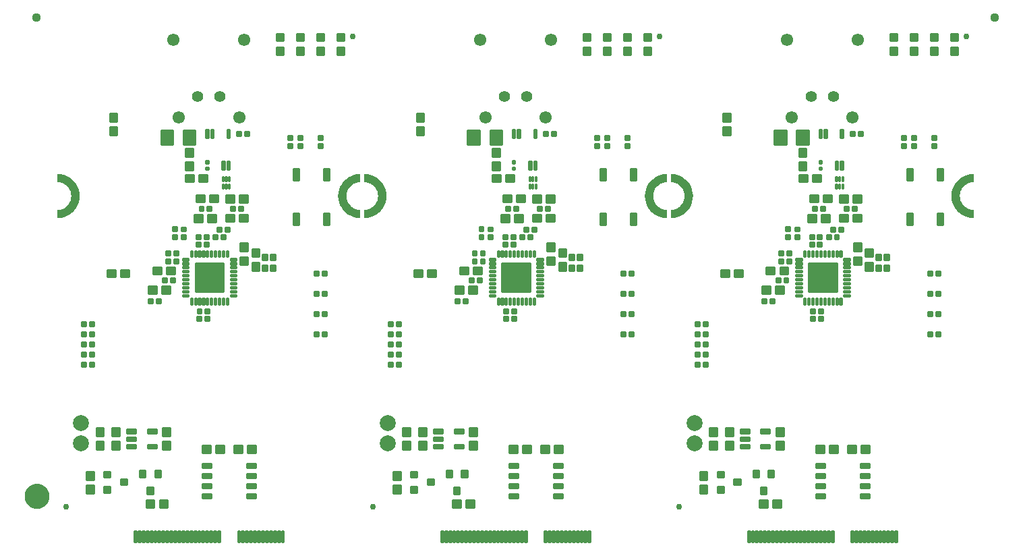
<source format=gts>
G04 EAGLE Gerber RS-274X export*
G75*
%MOMM*%
%FSLAX34Y34*%
%LPD*%
%INSoldermask Top*%
%IPPOS*%
%AMOC8*
5,1,8,0,0,1.08239X$1,22.5*%
G01*
%ADD10C,0.225400*%
%ADD11C,0.762000*%
%ADD12C,2.006600*%
%ADD13C,0.228959*%
%ADD14C,0.736600*%
%ADD15C,0.231750*%
%ADD16C,0.225369*%
%ADD17C,0.231559*%
%ADD18C,0.223409*%
%ADD19C,0.428259*%
%ADD20C,0.230494*%
%ADD21C,0.223619*%
%ADD22C,0.222250*%
%ADD23C,1.552000*%
%ADD24C,1.402000*%
%ADD25C,0.230909*%
%ADD26C,0.226609*%
%ADD27C,0.228900*%
%ADD28C,0.224509*%
%ADD29C,1.127000*%
%ADD30C,1.270000*%
%ADD31C,1.627000*%

G36*
X774085Y412531D02*
X774085Y412531D01*
X774094Y412535D01*
X774120Y412536D01*
X777954Y413370D01*
X777963Y413375D01*
X777988Y413380D01*
X781664Y414752D01*
X781672Y414757D01*
X781697Y414766D01*
X785140Y416647D01*
X785147Y416654D01*
X785170Y416666D01*
X788311Y419017D01*
X788317Y419025D01*
X788338Y419041D01*
X791113Y421815D01*
X791117Y421824D01*
X791136Y421842D01*
X793487Y424983D01*
X793491Y424992D01*
X793507Y425013D01*
X795387Y428457D01*
X795389Y428466D01*
X795402Y428489D01*
X796773Y432165D01*
X796774Y432175D01*
X796783Y432199D01*
X797617Y436033D01*
X797616Y436043D01*
X797622Y436069D01*
X797902Y439982D01*
X797900Y439992D01*
X797902Y440018D01*
X797622Y443931D01*
X797621Y443936D01*
X797621Y443939D01*
X797618Y443945D01*
X797617Y443967D01*
X796783Y447801D01*
X796778Y447809D01*
X796773Y447835D01*
X795402Y451511D01*
X795396Y451519D01*
X795387Y451543D01*
X793507Y454987D01*
X793500Y454994D01*
X793487Y455017D01*
X791136Y458158D01*
X791128Y458164D01*
X791113Y458185D01*
X788338Y460959D01*
X788330Y460964D01*
X788311Y460983D01*
X785170Y463334D01*
X785161Y463337D01*
X785140Y463353D01*
X781697Y465234D01*
X781687Y465236D01*
X781664Y465248D01*
X777988Y466620D01*
X777979Y466620D01*
X777954Y466630D01*
X774120Y467464D01*
X774110Y467463D01*
X774085Y467469D01*
X770171Y467749D01*
X770146Y467743D01*
X770120Y467747D01*
X770079Y467729D01*
X770035Y467719D01*
X770016Y467701D01*
X769992Y467690D01*
X769967Y467652D01*
X769935Y467621D01*
X769930Y467595D01*
X769915Y467574D01*
X769904Y467500D01*
X769904Y457500D01*
X769906Y457493D01*
X769905Y457486D01*
X769926Y457427D01*
X769943Y457366D01*
X769949Y457361D01*
X769951Y457354D01*
X770001Y457316D01*
X770049Y457274D01*
X770056Y457273D01*
X770061Y457268D01*
X770134Y457252D01*
X772852Y457038D01*
X775484Y456406D01*
X777985Y455370D01*
X780293Y453956D01*
X782351Y452198D01*
X784109Y450139D01*
X785523Y447831D01*
X786559Y445331D01*
X787191Y442698D01*
X787403Y440000D01*
X787191Y437302D01*
X786559Y434669D01*
X785523Y432169D01*
X784109Y429861D01*
X782351Y427802D01*
X780293Y426044D01*
X777985Y424630D01*
X775484Y423594D01*
X772852Y422962D01*
X770134Y422748D01*
X770127Y422746D01*
X770120Y422747D01*
X770062Y422721D01*
X770003Y422699D01*
X769999Y422693D01*
X769992Y422690D01*
X769957Y422637D01*
X769920Y422587D01*
X769919Y422580D01*
X769915Y422574D01*
X769904Y422500D01*
X769904Y412500D01*
X769911Y412475D01*
X769909Y412449D01*
X769931Y412409D01*
X769943Y412366D01*
X769963Y412349D01*
X769975Y412326D01*
X770015Y412304D01*
X770049Y412274D01*
X770074Y412270D01*
X770097Y412257D01*
X770171Y412251D01*
X774085Y412531D01*
G37*
G36*
X389021Y412531D02*
X389021Y412531D01*
X389030Y412535D01*
X389056Y412536D01*
X392890Y413370D01*
X392899Y413375D01*
X392924Y413380D01*
X396600Y414752D01*
X396608Y414757D01*
X396633Y414766D01*
X400076Y416647D01*
X400083Y416654D01*
X400106Y416666D01*
X403247Y419017D01*
X403253Y419025D01*
X403274Y419041D01*
X406049Y421815D01*
X406053Y421824D01*
X406072Y421842D01*
X408423Y424983D01*
X408427Y424992D01*
X408443Y425013D01*
X410323Y428457D01*
X410325Y428466D01*
X410338Y428489D01*
X411709Y432165D01*
X411710Y432175D01*
X411719Y432199D01*
X412553Y436033D01*
X412552Y436043D01*
X412558Y436069D01*
X412838Y439982D01*
X412836Y439992D01*
X412838Y440018D01*
X412558Y443931D01*
X412557Y443936D01*
X412557Y443939D01*
X412554Y443945D01*
X412553Y443967D01*
X411719Y447801D01*
X411714Y447809D01*
X411709Y447835D01*
X410338Y451511D01*
X410332Y451519D01*
X410323Y451543D01*
X408443Y454987D01*
X408436Y454994D01*
X408423Y455017D01*
X406072Y458158D01*
X406064Y458164D01*
X406049Y458185D01*
X403274Y460959D01*
X403266Y460964D01*
X403247Y460983D01*
X400106Y463334D01*
X400097Y463337D01*
X400076Y463353D01*
X396633Y465234D01*
X396623Y465236D01*
X396600Y465248D01*
X392924Y466620D01*
X392915Y466620D01*
X392890Y466630D01*
X389056Y467464D01*
X389046Y467463D01*
X389021Y467469D01*
X385107Y467749D01*
X385082Y467743D01*
X385056Y467747D01*
X385015Y467729D01*
X384971Y467719D01*
X384952Y467701D01*
X384928Y467690D01*
X384903Y467652D01*
X384871Y467621D01*
X384866Y467595D01*
X384851Y467574D01*
X384840Y467500D01*
X384840Y457500D01*
X384842Y457493D01*
X384841Y457486D01*
X384862Y457427D01*
X384879Y457366D01*
X384885Y457361D01*
X384887Y457354D01*
X384937Y457316D01*
X384985Y457274D01*
X384992Y457273D01*
X384997Y457268D01*
X385070Y457252D01*
X387788Y457038D01*
X390420Y456406D01*
X392921Y455370D01*
X395229Y453956D01*
X397287Y452198D01*
X399045Y450139D01*
X400459Y447831D01*
X401495Y445331D01*
X402127Y442698D01*
X402339Y440000D01*
X402127Y437302D01*
X401495Y434669D01*
X400459Y432169D01*
X399045Y429861D01*
X397287Y427802D01*
X395229Y426044D01*
X392921Y424630D01*
X390420Y423594D01*
X387788Y422962D01*
X385070Y422748D01*
X385063Y422746D01*
X385056Y422747D01*
X384998Y422721D01*
X384939Y422699D01*
X384935Y422693D01*
X384928Y422690D01*
X384893Y422637D01*
X384856Y422587D01*
X384855Y422580D01*
X384851Y422574D01*
X384840Y422500D01*
X384840Y412500D01*
X384847Y412475D01*
X384845Y412449D01*
X384867Y412409D01*
X384879Y412366D01*
X384899Y412349D01*
X384911Y412326D01*
X384951Y412304D01*
X384985Y412274D01*
X385010Y412270D01*
X385033Y412257D01*
X385107Y412251D01*
X389021Y412531D01*
G37*
G36*
X3931Y412531D02*
X3931Y412531D01*
X3941Y412535D01*
X3967Y412536D01*
X7801Y413370D01*
X7809Y413375D01*
X7835Y413380D01*
X11511Y414752D01*
X11519Y414757D01*
X11543Y414766D01*
X14987Y416647D01*
X14994Y416654D01*
X15017Y416666D01*
X18158Y419017D01*
X18164Y419025D01*
X18185Y419041D01*
X20959Y421815D01*
X20964Y421824D01*
X20983Y421842D01*
X23334Y424983D01*
X23337Y424992D01*
X23353Y425013D01*
X25234Y428457D01*
X25236Y428466D01*
X25248Y428489D01*
X26620Y432165D01*
X26620Y432175D01*
X26630Y432199D01*
X27464Y436033D01*
X27463Y436043D01*
X27469Y436069D01*
X27749Y439982D01*
X27747Y439992D01*
X27749Y440018D01*
X27469Y443931D01*
X27467Y443936D01*
X27468Y443939D01*
X27465Y443945D01*
X27464Y443967D01*
X26630Y447801D01*
X26625Y447809D01*
X26620Y447835D01*
X25248Y451511D01*
X25243Y451519D01*
X25234Y451543D01*
X23353Y454987D01*
X23346Y454994D01*
X23334Y455017D01*
X20983Y458158D01*
X20975Y458164D01*
X20959Y458185D01*
X18185Y460959D01*
X18176Y460964D01*
X18158Y460983D01*
X15017Y463334D01*
X15008Y463337D01*
X14987Y463353D01*
X11543Y465234D01*
X11534Y465236D01*
X11511Y465248D01*
X7835Y466620D01*
X7825Y466620D01*
X7801Y466630D01*
X3967Y467464D01*
X3957Y467463D01*
X3931Y467469D01*
X18Y467749D01*
X-8Y467743D01*
X-33Y467747D01*
X-75Y467729D01*
X-119Y467719D01*
X-137Y467701D01*
X-161Y467690D01*
X-186Y467652D01*
X-218Y467621D01*
X-224Y467595D01*
X-238Y467574D01*
X-249Y467500D01*
X-249Y457500D01*
X-247Y457493D01*
X-249Y457486D01*
X-228Y457427D01*
X-210Y457366D01*
X-205Y457361D01*
X-202Y457354D01*
X-152Y457316D01*
X-105Y457274D01*
X-98Y457273D01*
X-92Y457268D01*
X-20Y457252D01*
X2698Y457038D01*
X5331Y456406D01*
X7831Y455370D01*
X10139Y453956D01*
X12198Y452198D01*
X13956Y450139D01*
X15370Y447831D01*
X16406Y445331D01*
X17038Y442698D01*
X17250Y440000D01*
X17038Y437302D01*
X16406Y434669D01*
X15370Y432169D01*
X13956Y429861D01*
X12198Y427802D01*
X10139Y426044D01*
X7831Y424630D01*
X5331Y423594D01*
X2698Y422962D01*
X-20Y422748D01*
X-26Y422746D01*
X-33Y422747D01*
X-91Y422721D01*
X-150Y422699D01*
X-155Y422693D01*
X-161Y422690D01*
X-196Y422637D01*
X-234Y422587D01*
X-234Y422580D01*
X-238Y422574D01*
X-249Y422500D01*
X-249Y412500D01*
X-242Y412475D01*
X-244Y412449D01*
X-223Y412409D01*
X-210Y412366D01*
X-190Y412349D01*
X-178Y412326D01*
X-139Y412304D01*
X-105Y412274D01*
X-79Y412270D01*
X-56Y412257D01*
X18Y412251D01*
X3931Y412531D01*
G37*
G36*
X1150161Y412257D02*
X1150161Y412257D01*
X1150187Y412253D01*
X1150228Y412271D01*
X1150272Y412281D01*
X1150291Y412299D01*
X1150315Y412310D01*
X1150339Y412348D01*
X1150372Y412379D01*
X1150377Y412405D01*
X1150392Y412427D01*
X1150403Y412500D01*
X1150403Y422500D01*
X1150401Y422507D01*
X1150402Y422514D01*
X1150381Y422573D01*
X1150363Y422634D01*
X1150358Y422639D01*
X1150356Y422646D01*
X1150306Y422685D01*
X1150258Y422726D01*
X1150251Y422727D01*
X1150245Y422732D01*
X1150173Y422748D01*
X1147455Y422962D01*
X1144823Y423594D01*
X1142322Y424630D01*
X1140014Y426044D01*
X1137956Y427802D01*
X1136198Y429861D01*
X1134784Y432169D01*
X1133748Y434669D01*
X1133116Y437302D01*
X1132903Y440000D01*
X1133116Y442698D01*
X1133748Y445331D01*
X1134784Y447831D01*
X1136198Y450139D01*
X1137956Y452198D01*
X1140014Y453956D01*
X1142322Y455370D01*
X1144823Y456406D01*
X1147455Y457038D01*
X1150173Y457252D01*
X1150180Y457254D01*
X1150187Y457253D01*
X1150245Y457279D01*
X1150304Y457301D01*
X1150308Y457307D01*
X1150315Y457310D01*
X1150349Y457363D01*
X1150387Y457413D01*
X1150388Y457421D01*
X1150392Y457427D01*
X1150403Y457500D01*
X1150403Y467500D01*
X1150395Y467525D01*
X1150397Y467551D01*
X1150376Y467591D01*
X1150363Y467634D01*
X1150344Y467651D01*
X1150332Y467674D01*
X1150292Y467696D01*
X1150258Y467726D01*
X1150232Y467730D01*
X1150210Y467743D01*
X1150136Y467749D01*
X1146222Y467469D01*
X1146213Y467465D01*
X1146187Y467464D01*
X1142353Y466630D01*
X1142344Y466625D01*
X1142319Y466620D01*
X1138642Y465248D01*
X1138635Y465243D01*
X1138610Y465234D01*
X1135166Y463353D01*
X1135160Y463346D01*
X1135136Y463334D01*
X1131995Y460983D01*
X1131990Y460975D01*
X1131969Y460959D01*
X1129194Y458185D01*
X1129189Y458176D01*
X1129171Y458158D01*
X1126819Y455017D01*
X1126816Y455008D01*
X1126800Y454987D01*
X1124920Y451543D01*
X1124918Y451534D01*
X1124905Y451511D01*
X1123534Y447835D01*
X1123533Y447825D01*
X1123524Y447801D01*
X1122690Y443967D01*
X1122690Y443957D01*
X1122685Y443931D01*
X1122405Y440018D01*
X1122407Y440008D01*
X1122405Y439982D01*
X1122685Y436069D01*
X1122688Y436059D01*
X1122690Y436033D01*
X1123524Y432199D01*
X1123528Y432191D01*
X1123534Y432165D01*
X1124905Y428489D01*
X1124911Y428481D01*
X1124920Y428457D01*
X1126800Y425013D01*
X1126807Y425006D01*
X1126819Y424983D01*
X1129171Y421842D01*
X1129179Y421836D01*
X1129194Y421815D01*
X1131969Y419041D01*
X1131977Y419036D01*
X1131995Y419017D01*
X1135136Y416666D01*
X1135146Y416663D01*
X1135166Y416647D01*
X1138610Y414766D01*
X1138619Y414764D01*
X1138642Y414752D01*
X1142319Y413380D01*
X1142328Y413380D01*
X1142353Y413370D01*
X1146187Y412536D01*
X1146196Y412537D01*
X1146222Y412531D01*
X1150136Y412251D01*
X1150161Y412257D01*
G37*
G36*
X765097Y412257D02*
X765097Y412257D01*
X765123Y412253D01*
X765164Y412271D01*
X765208Y412281D01*
X765227Y412299D01*
X765251Y412310D01*
X765275Y412348D01*
X765308Y412379D01*
X765313Y412405D01*
X765328Y412427D01*
X765339Y412500D01*
X765339Y422500D01*
X765337Y422507D01*
X765338Y422514D01*
X765317Y422573D01*
X765299Y422634D01*
X765294Y422639D01*
X765292Y422646D01*
X765242Y422685D01*
X765194Y422726D01*
X765187Y422727D01*
X765181Y422732D01*
X765109Y422748D01*
X762391Y422962D01*
X759759Y423594D01*
X757258Y424630D01*
X754950Y426044D01*
X752892Y427802D01*
X751134Y429861D01*
X749720Y432169D01*
X748684Y434669D01*
X748052Y437302D01*
X747839Y440000D01*
X748052Y442698D01*
X748684Y445331D01*
X749720Y447831D01*
X751134Y450139D01*
X752892Y452198D01*
X754950Y453956D01*
X757258Y455370D01*
X759759Y456406D01*
X762391Y457038D01*
X765109Y457252D01*
X765116Y457254D01*
X765123Y457253D01*
X765181Y457279D01*
X765240Y457301D01*
X765244Y457307D01*
X765251Y457310D01*
X765285Y457363D01*
X765323Y457413D01*
X765324Y457421D01*
X765328Y457427D01*
X765339Y457500D01*
X765339Y467500D01*
X765331Y467525D01*
X765333Y467551D01*
X765312Y467591D01*
X765299Y467634D01*
X765280Y467651D01*
X765268Y467674D01*
X765228Y467696D01*
X765194Y467726D01*
X765168Y467730D01*
X765146Y467743D01*
X765072Y467749D01*
X761158Y467469D01*
X761149Y467465D01*
X761123Y467464D01*
X757289Y466630D01*
X757280Y466625D01*
X757255Y466620D01*
X753578Y465248D01*
X753571Y465243D01*
X753546Y465234D01*
X750102Y463353D01*
X750096Y463346D01*
X750072Y463334D01*
X746931Y460983D01*
X746926Y460975D01*
X746905Y460959D01*
X744130Y458185D01*
X744125Y458176D01*
X744107Y458158D01*
X741755Y455017D01*
X741752Y455008D01*
X741736Y454987D01*
X739856Y451543D01*
X739854Y451534D01*
X739841Y451511D01*
X738470Y447835D01*
X738469Y447825D01*
X738460Y447801D01*
X737626Y443967D01*
X737626Y443957D01*
X737621Y443931D01*
X737341Y440018D01*
X737343Y440008D01*
X737341Y439982D01*
X737621Y436069D01*
X737624Y436059D01*
X737626Y436033D01*
X738460Y432199D01*
X738464Y432191D01*
X738470Y432165D01*
X739841Y428489D01*
X739847Y428481D01*
X739856Y428457D01*
X741736Y425013D01*
X741743Y425006D01*
X741755Y424983D01*
X744107Y421842D01*
X744115Y421836D01*
X744130Y421815D01*
X746905Y419041D01*
X746913Y419036D01*
X746931Y419017D01*
X750072Y416666D01*
X750082Y416663D01*
X750102Y416647D01*
X753546Y414766D01*
X753555Y414764D01*
X753578Y414752D01*
X757255Y413380D01*
X757264Y413380D01*
X757289Y413370D01*
X761123Y412536D01*
X761132Y412537D01*
X761158Y412531D01*
X765072Y412251D01*
X765097Y412257D01*
G37*
G36*
X380008Y412257D02*
X380008Y412257D01*
X380033Y412253D01*
X380075Y412271D01*
X380119Y412281D01*
X380137Y412299D01*
X380161Y412310D01*
X380186Y412348D01*
X380218Y412379D01*
X380224Y412405D01*
X380238Y412427D01*
X380249Y412500D01*
X380249Y422500D01*
X380247Y422507D01*
X380249Y422514D01*
X380228Y422573D01*
X380210Y422634D01*
X380205Y422639D01*
X380202Y422646D01*
X380152Y422685D01*
X380105Y422726D01*
X380098Y422727D01*
X380092Y422732D01*
X380020Y422748D01*
X377302Y422962D01*
X374669Y423594D01*
X372169Y424630D01*
X369861Y426044D01*
X367802Y427802D01*
X366044Y429861D01*
X364630Y432169D01*
X363594Y434669D01*
X362962Y437302D01*
X362750Y440000D01*
X362962Y442698D01*
X363594Y445331D01*
X364630Y447831D01*
X366044Y450139D01*
X367802Y452198D01*
X369861Y453956D01*
X372169Y455370D01*
X374669Y456406D01*
X377302Y457038D01*
X380020Y457252D01*
X380026Y457254D01*
X380033Y457253D01*
X380091Y457279D01*
X380150Y457301D01*
X380155Y457307D01*
X380161Y457310D01*
X380196Y457363D01*
X380234Y457413D01*
X380234Y457421D01*
X380238Y457427D01*
X380249Y457500D01*
X380249Y467500D01*
X380242Y467525D01*
X380244Y467551D01*
X380223Y467591D01*
X380210Y467634D01*
X380190Y467651D01*
X380178Y467674D01*
X380139Y467696D01*
X380105Y467726D01*
X380079Y467730D01*
X380056Y467743D01*
X379982Y467749D01*
X376069Y467469D01*
X376059Y467465D01*
X376033Y467464D01*
X372199Y466630D01*
X372191Y466625D01*
X372165Y466620D01*
X368489Y465248D01*
X368481Y465243D01*
X368457Y465234D01*
X365013Y463353D01*
X365006Y463346D01*
X364983Y463334D01*
X361842Y460983D01*
X361836Y460975D01*
X361815Y460959D01*
X359041Y458185D01*
X359036Y458176D01*
X359017Y458158D01*
X356666Y455017D01*
X356663Y455008D01*
X356647Y454987D01*
X354766Y451543D01*
X354764Y451534D01*
X354752Y451511D01*
X353380Y447835D01*
X353380Y447825D01*
X353370Y447801D01*
X352536Y443967D01*
X352537Y443957D01*
X352531Y443931D01*
X352251Y440018D01*
X352253Y440008D01*
X352251Y439982D01*
X352531Y436069D01*
X352535Y436059D01*
X352536Y436033D01*
X353370Y432199D01*
X353375Y432191D01*
X353380Y432165D01*
X354752Y428489D01*
X354757Y428481D01*
X354766Y428457D01*
X356647Y425013D01*
X356654Y425006D01*
X356666Y424983D01*
X359017Y421842D01*
X359025Y421836D01*
X359041Y421815D01*
X361815Y419041D01*
X361824Y419036D01*
X361842Y419017D01*
X364983Y416666D01*
X364992Y416663D01*
X365013Y416647D01*
X368457Y414766D01*
X368466Y414764D01*
X368489Y414752D01*
X372165Y413380D01*
X372175Y413380D01*
X372199Y413370D01*
X376033Y412536D01*
X376043Y412537D01*
X376069Y412531D01*
X379982Y412251D01*
X380008Y412257D01*
G37*
D10*
X48502Y138792D02*
X48502Y148808D01*
X57518Y148808D01*
X57518Y138792D01*
X48502Y138792D01*
X48502Y140933D02*
X57518Y140933D01*
X57518Y143074D02*
X48502Y143074D01*
X48502Y145215D02*
X57518Y145215D01*
X57518Y147356D02*
X48502Y147356D01*
X48502Y131808D02*
X48502Y121792D01*
X48502Y131808D02*
X57518Y131808D01*
X57518Y121792D01*
X48502Y121792D01*
X48502Y123933D02*
X57518Y123933D01*
X57518Y126074D02*
X48502Y126074D01*
X48502Y128215D02*
X57518Y128215D01*
X57518Y130356D02*
X48502Y130356D01*
D11*
X10500Y50000D03*
X370500Y640000D03*
D12*
X29700Y129500D03*
X29700Y154900D03*
D13*
X281260Y19490D02*
X283740Y19490D01*
X283740Y6010D01*
X281260Y6010D01*
X281260Y19490D01*
X281260Y8185D02*
X283740Y8185D01*
X283740Y10360D02*
X281260Y10360D01*
X281260Y12535D02*
X283740Y12535D01*
X283740Y14710D02*
X281260Y14710D01*
X281260Y16885D02*
X283740Y16885D01*
X283740Y19060D02*
X281260Y19060D01*
X278740Y19490D02*
X276260Y19490D01*
X278740Y19490D02*
X278740Y6010D01*
X276260Y6010D01*
X276260Y19490D01*
X276260Y8185D02*
X278740Y8185D01*
X278740Y10360D02*
X276260Y10360D01*
X276260Y12535D02*
X278740Y12535D01*
X278740Y14710D02*
X276260Y14710D01*
X276260Y16885D02*
X278740Y16885D01*
X278740Y19060D02*
X276260Y19060D01*
X273740Y19490D02*
X271260Y19490D01*
X273740Y19490D02*
X273740Y6010D01*
X271260Y6010D01*
X271260Y19490D01*
X271260Y8185D02*
X273740Y8185D01*
X273740Y10360D02*
X271260Y10360D01*
X271260Y12535D02*
X273740Y12535D01*
X273740Y14710D02*
X271260Y14710D01*
X271260Y16885D02*
X273740Y16885D01*
X273740Y19060D02*
X271260Y19060D01*
X268740Y19490D02*
X266260Y19490D01*
X268740Y19490D02*
X268740Y6010D01*
X266260Y6010D01*
X266260Y19490D01*
X266260Y8185D02*
X268740Y8185D01*
X268740Y10360D02*
X266260Y10360D01*
X266260Y12535D02*
X268740Y12535D01*
X268740Y14710D02*
X266260Y14710D01*
X266260Y16885D02*
X268740Y16885D01*
X268740Y19060D02*
X266260Y19060D01*
X263740Y19490D02*
X261260Y19490D01*
X263740Y19490D02*
X263740Y6010D01*
X261260Y6010D01*
X261260Y19490D01*
X261260Y8185D02*
X263740Y8185D01*
X263740Y10360D02*
X261260Y10360D01*
X261260Y12535D02*
X263740Y12535D01*
X263740Y14710D02*
X261260Y14710D01*
X261260Y16885D02*
X263740Y16885D01*
X263740Y19060D02*
X261260Y19060D01*
X258740Y19490D02*
X256260Y19490D01*
X258740Y19490D02*
X258740Y6010D01*
X256260Y6010D01*
X256260Y19490D01*
X256260Y8185D02*
X258740Y8185D01*
X258740Y10360D02*
X256260Y10360D01*
X256260Y12535D02*
X258740Y12535D01*
X258740Y14710D02*
X256260Y14710D01*
X256260Y16885D02*
X258740Y16885D01*
X258740Y19060D02*
X256260Y19060D01*
X253740Y19490D02*
X251260Y19490D01*
X253740Y19490D02*
X253740Y6010D01*
X251260Y6010D01*
X251260Y19490D01*
X251260Y8185D02*
X253740Y8185D01*
X253740Y10360D02*
X251260Y10360D01*
X251260Y12535D02*
X253740Y12535D01*
X253740Y14710D02*
X251260Y14710D01*
X251260Y16885D02*
X253740Y16885D01*
X253740Y19060D02*
X251260Y19060D01*
X248740Y19490D02*
X246260Y19490D01*
X248740Y19490D02*
X248740Y6010D01*
X246260Y6010D01*
X246260Y19490D01*
X246260Y8185D02*
X248740Y8185D01*
X248740Y10360D02*
X246260Y10360D01*
X246260Y12535D02*
X248740Y12535D01*
X248740Y14710D02*
X246260Y14710D01*
X246260Y16885D02*
X248740Y16885D01*
X248740Y19060D02*
X246260Y19060D01*
X243740Y19490D02*
X241260Y19490D01*
X243740Y19490D02*
X243740Y6010D01*
X241260Y6010D01*
X241260Y19490D01*
X241260Y8185D02*
X243740Y8185D01*
X243740Y10360D02*
X241260Y10360D01*
X241260Y12535D02*
X243740Y12535D01*
X243740Y14710D02*
X241260Y14710D01*
X241260Y16885D02*
X243740Y16885D01*
X243740Y19060D02*
X241260Y19060D01*
X238740Y19490D02*
X236260Y19490D01*
X238740Y19490D02*
X238740Y6010D01*
X236260Y6010D01*
X236260Y19490D01*
X236260Y8185D02*
X238740Y8185D01*
X238740Y10360D02*
X236260Y10360D01*
X236260Y12535D02*
X238740Y12535D01*
X238740Y14710D02*
X236260Y14710D01*
X236260Y16885D02*
X238740Y16885D01*
X238740Y19060D02*
X236260Y19060D01*
X233740Y19490D02*
X231260Y19490D01*
X233740Y19490D02*
X233740Y6010D01*
X231260Y6010D01*
X231260Y19490D01*
X231260Y8185D02*
X233740Y8185D01*
X233740Y10360D02*
X231260Y10360D01*
X231260Y12535D02*
X233740Y12535D01*
X233740Y14710D02*
X231260Y14710D01*
X231260Y16885D02*
X233740Y16885D01*
X233740Y19060D02*
X231260Y19060D01*
X228740Y19490D02*
X226260Y19490D01*
X228740Y19490D02*
X228740Y6010D01*
X226260Y6010D01*
X226260Y19490D01*
X226260Y8185D02*
X228740Y8185D01*
X228740Y10360D02*
X226260Y10360D01*
X226260Y12535D02*
X228740Y12535D01*
X228740Y14710D02*
X226260Y14710D01*
X226260Y16885D02*
X228740Y16885D01*
X228740Y19060D02*
X226260Y19060D01*
X203740Y19490D02*
X201260Y19490D01*
X203740Y19490D02*
X203740Y6010D01*
X201260Y6010D01*
X201260Y19490D01*
X201260Y8185D02*
X203740Y8185D01*
X203740Y10360D02*
X201260Y10360D01*
X201260Y12535D02*
X203740Y12535D01*
X203740Y14710D02*
X201260Y14710D01*
X201260Y16885D02*
X203740Y16885D01*
X203740Y19060D02*
X201260Y19060D01*
X198740Y19490D02*
X196260Y19490D01*
X198740Y19490D02*
X198740Y6010D01*
X196260Y6010D01*
X196260Y19490D01*
X196260Y8185D02*
X198740Y8185D01*
X198740Y10360D02*
X196260Y10360D01*
X196260Y12535D02*
X198740Y12535D01*
X198740Y14710D02*
X196260Y14710D01*
X196260Y16885D02*
X198740Y16885D01*
X198740Y19060D02*
X196260Y19060D01*
X193740Y19490D02*
X191260Y19490D01*
X193740Y19490D02*
X193740Y6010D01*
X191260Y6010D01*
X191260Y19490D01*
X191260Y8185D02*
X193740Y8185D01*
X193740Y10360D02*
X191260Y10360D01*
X191260Y12535D02*
X193740Y12535D01*
X193740Y14710D02*
X191260Y14710D01*
X191260Y16885D02*
X193740Y16885D01*
X193740Y19060D02*
X191260Y19060D01*
X188740Y19490D02*
X186260Y19490D01*
X188740Y19490D02*
X188740Y6010D01*
X186260Y6010D01*
X186260Y19490D01*
X186260Y8185D02*
X188740Y8185D01*
X188740Y10360D02*
X186260Y10360D01*
X186260Y12535D02*
X188740Y12535D01*
X188740Y14710D02*
X186260Y14710D01*
X186260Y16885D02*
X188740Y16885D01*
X188740Y19060D02*
X186260Y19060D01*
X183740Y19490D02*
X181260Y19490D01*
X183740Y19490D02*
X183740Y6010D01*
X181260Y6010D01*
X181260Y19490D01*
X181260Y8185D02*
X183740Y8185D01*
X183740Y10360D02*
X181260Y10360D01*
X181260Y12535D02*
X183740Y12535D01*
X183740Y14710D02*
X181260Y14710D01*
X181260Y16885D02*
X183740Y16885D01*
X183740Y19060D02*
X181260Y19060D01*
X178740Y19490D02*
X176260Y19490D01*
X178740Y19490D02*
X178740Y6010D01*
X176260Y6010D01*
X176260Y19490D01*
X176260Y8185D02*
X178740Y8185D01*
X178740Y10360D02*
X176260Y10360D01*
X176260Y12535D02*
X178740Y12535D01*
X178740Y14710D02*
X176260Y14710D01*
X176260Y16885D02*
X178740Y16885D01*
X178740Y19060D02*
X176260Y19060D01*
X173740Y19490D02*
X171260Y19490D01*
X173740Y19490D02*
X173740Y6010D01*
X171260Y6010D01*
X171260Y19490D01*
X171260Y8185D02*
X173740Y8185D01*
X173740Y10360D02*
X171260Y10360D01*
X171260Y12535D02*
X173740Y12535D01*
X173740Y14710D02*
X171260Y14710D01*
X171260Y16885D02*
X173740Y16885D01*
X173740Y19060D02*
X171260Y19060D01*
X168740Y19490D02*
X166260Y19490D01*
X168740Y19490D02*
X168740Y6010D01*
X166260Y6010D01*
X166260Y19490D01*
X166260Y8185D02*
X168740Y8185D01*
X168740Y10360D02*
X166260Y10360D01*
X166260Y12535D02*
X168740Y12535D01*
X168740Y14710D02*
X166260Y14710D01*
X166260Y16885D02*
X168740Y16885D01*
X168740Y19060D02*
X166260Y19060D01*
X163740Y19490D02*
X161260Y19490D01*
X163740Y19490D02*
X163740Y6010D01*
X161260Y6010D01*
X161260Y19490D01*
X161260Y8185D02*
X163740Y8185D01*
X163740Y10360D02*
X161260Y10360D01*
X161260Y12535D02*
X163740Y12535D01*
X163740Y14710D02*
X161260Y14710D01*
X161260Y16885D02*
X163740Y16885D01*
X163740Y19060D02*
X161260Y19060D01*
X158740Y19490D02*
X156260Y19490D01*
X158740Y19490D02*
X158740Y6010D01*
X156260Y6010D01*
X156260Y19490D01*
X156260Y8185D02*
X158740Y8185D01*
X158740Y10360D02*
X156260Y10360D01*
X156260Y12535D02*
X158740Y12535D01*
X158740Y14710D02*
X156260Y14710D01*
X156260Y16885D02*
X158740Y16885D01*
X158740Y19060D02*
X156260Y19060D01*
X153740Y19490D02*
X151260Y19490D01*
X153740Y19490D02*
X153740Y6010D01*
X151260Y6010D01*
X151260Y19490D01*
X151260Y8185D02*
X153740Y8185D01*
X153740Y10360D02*
X151260Y10360D01*
X151260Y12535D02*
X153740Y12535D01*
X153740Y14710D02*
X151260Y14710D01*
X151260Y16885D02*
X153740Y16885D01*
X153740Y19060D02*
X151260Y19060D01*
X148740Y19490D02*
X146260Y19490D01*
X148740Y19490D02*
X148740Y6010D01*
X146260Y6010D01*
X146260Y19490D01*
X146260Y8185D02*
X148740Y8185D01*
X148740Y10360D02*
X146260Y10360D01*
X146260Y12535D02*
X148740Y12535D01*
X148740Y14710D02*
X146260Y14710D01*
X146260Y16885D02*
X148740Y16885D01*
X148740Y19060D02*
X146260Y19060D01*
X143740Y19490D02*
X141260Y19490D01*
X143740Y19490D02*
X143740Y6010D01*
X141260Y6010D01*
X141260Y19490D01*
X141260Y8185D02*
X143740Y8185D01*
X143740Y10360D02*
X141260Y10360D01*
X141260Y12535D02*
X143740Y12535D01*
X143740Y14710D02*
X141260Y14710D01*
X141260Y16885D02*
X143740Y16885D01*
X143740Y19060D02*
X141260Y19060D01*
X138740Y19490D02*
X136260Y19490D01*
X138740Y19490D02*
X138740Y6010D01*
X136260Y6010D01*
X136260Y19490D01*
X136260Y8185D02*
X138740Y8185D01*
X138740Y10360D02*
X136260Y10360D01*
X136260Y12535D02*
X138740Y12535D01*
X138740Y14710D02*
X136260Y14710D01*
X136260Y16885D02*
X138740Y16885D01*
X138740Y19060D02*
X136260Y19060D01*
X133740Y19490D02*
X131260Y19490D01*
X133740Y19490D02*
X133740Y6010D01*
X131260Y6010D01*
X131260Y19490D01*
X131260Y8185D02*
X133740Y8185D01*
X133740Y10360D02*
X131260Y10360D01*
X131260Y12535D02*
X133740Y12535D01*
X133740Y14710D02*
X131260Y14710D01*
X131260Y16885D02*
X133740Y16885D01*
X133740Y19060D02*
X131260Y19060D01*
X128740Y19490D02*
X126260Y19490D01*
X128740Y19490D02*
X128740Y6010D01*
X126260Y6010D01*
X126260Y19490D01*
X126260Y8185D02*
X128740Y8185D01*
X128740Y10360D02*
X126260Y10360D01*
X126260Y12535D02*
X128740Y12535D01*
X128740Y14710D02*
X126260Y14710D01*
X126260Y16885D02*
X128740Y16885D01*
X128740Y19060D02*
X126260Y19060D01*
X123740Y19490D02*
X121260Y19490D01*
X123740Y19490D02*
X123740Y6010D01*
X121260Y6010D01*
X121260Y19490D01*
X121260Y8185D02*
X123740Y8185D01*
X123740Y10360D02*
X121260Y10360D01*
X121260Y12535D02*
X123740Y12535D01*
X123740Y14710D02*
X121260Y14710D01*
X121260Y16885D02*
X123740Y16885D01*
X123740Y19060D02*
X121260Y19060D01*
X118740Y19490D02*
X116260Y19490D01*
X118740Y19490D02*
X118740Y6010D01*
X116260Y6010D01*
X116260Y19490D01*
X116260Y8185D02*
X118740Y8185D01*
X118740Y10360D02*
X116260Y10360D01*
X116260Y12535D02*
X118740Y12535D01*
X118740Y14710D02*
X116260Y14710D01*
X116260Y16885D02*
X118740Y16885D01*
X118740Y19060D02*
X116260Y19060D01*
X113740Y19490D02*
X111260Y19490D01*
X113740Y19490D02*
X113740Y6010D01*
X111260Y6010D01*
X111260Y19490D01*
X111260Y8185D02*
X113740Y8185D01*
X113740Y10360D02*
X111260Y10360D01*
X111260Y12535D02*
X113740Y12535D01*
X113740Y14710D02*
X111260Y14710D01*
X111260Y16885D02*
X113740Y16885D01*
X113740Y19060D02*
X111260Y19060D01*
X108740Y19490D02*
X106260Y19490D01*
X108740Y19490D02*
X108740Y6010D01*
X106260Y6010D01*
X106260Y19490D01*
X106260Y8185D02*
X108740Y8185D01*
X108740Y10360D02*
X106260Y10360D01*
X106260Y12535D02*
X108740Y12535D01*
X108740Y14710D02*
X106260Y14710D01*
X106260Y16885D02*
X108740Y16885D01*
X108740Y19060D02*
X106260Y19060D01*
X103740Y19490D02*
X101260Y19490D01*
X103740Y19490D02*
X103740Y6010D01*
X101260Y6010D01*
X101260Y19490D01*
X101260Y8185D02*
X103740Y8185D01*
X103740Y10360D02*
X101260Y10360D01*
X101260Y12535D02*
X103740Y12535D01*
X103740Y14710D02*
X101260Y14710D01*
X101260Y16885D02*
X103740Y16885D01*
X103740Y19060D02*
X101260Y19060D01*
X98740Y19490D02*
X96260Y19490D01*
X98740Y19490D02*
X98740Y6010D01*
X96260Y6010D01*
X96260Y19490D01*
X96260Y8185D02*
X98740Y8185D01*
X98740Y10360D02*
X96260Y10360D01*
X96260Y12535D02*
X98740Y12535D01*
X98740Y14710D02*
X96260Y14710D01*
X96260Y16885D02*
X98740Y16885D01*
X98740Y19060D02*
X96260Y19060D01*
D14*
X370000Y461000D03*
X370000Y419000D03*
X357000Y440000D03*
X10000Y419000D03*
X10000Y461000D03*
X23000Y440000D03*
D10*
X111094Y49449D02*
X121110Y49449D01*
X111094Y49449D02*
X111094Y58465D01*
X121110Y58465D01*
X121110Y49449D01*
X121110Y51590D02*
X111094Y51590D01*
X111094Y53731D02*
X121110Y53731D01*
X121110Y55872D02*
X111094Y55872D01*
X111094Y58013D02*
X121110Y58013D01*
X128094Y49449D02*
X138110Y49449D01*
X128094Y49449D02*
X128094Y58465D01*
X138110Y58465D01*
X138110Y49449D01*
X138110Y51590D02*
X128094Y51590D01*
X128094Y53731D02*
X138110Y53731D01*
X138110Y55872D02*
X128094Y55872D01*
X128094Y58013D02*
X138110Y58013D01*
D15*
X58140Y87248D02*
X58140Y94200D01*
X66092Y94200D01*
X66092Y87248D01*
X58140Y87248D01*
X58140Y89450D02*
X66092Y89450D01*
X66092Y91652D02*
X58140Y91652D01*
X58140Y93854D02*
X66092Y93854D01*
X58140Y75200D02*
X58140Y68248D01*
X58140Y75200D02*
X66092Y75200D01*
X66092Y68248D01*
X58140Y68248D01*
X58140Y70450D02*
X66092Y70450D01*
X66092Y72652D02*
X58140Y72652D01*
X58140Y74854D02*
X66092Y74854D01*
X79140Y77748D02*
X79140Y84700D01*
X87092Y84700D01*
X87092Y77748D01*
X79140Y77748D01*
X79140Y79950D02*
X87092Y79950D01*
X87092Y82152D02*
X79140Y82152D01*
X79140Y84354D02*
X87092Y84354D01*
D10*
X36318Y84142D02*
X36318Y94158D01*
X45334Y94158D01*
X45334Y84142D01*
X36318Y84142D01*
X36318Y86283D02*
X45334Y86283D01*
X45334Y88424D02*
X36318Y88424D01*
X36318Y90565D02*
X45334Y90565D01*
X45334Y92706D02*
X36318Y92706D01*
X36318Y77158D02*
X36318Y67142D01*
X36318Y77158D02*
X45334Y77158D01*
X45334Y67142D01*
X36318Y67142D01*
X36318Y69283D02*
X45334Y69283D01*
X45334Y71424D02*
X36318Y71424D01*
X36318Y73565D02*
X45334Y73565D01*
X45334Y75706D02*
X36318Y75706D01*
X68502Y138792D02*
X68502Y148808D01*
X77518Y148808D01*
X77518Y138792D01*
X68502Y138792D01*
X68502Y140933D02*
X77518Y140933D01*
X77518Y143074D02*
X68502Y143074D01*
X68502Y145215D02*
X77518Y145215D01*
X77518Y147356D02*
X68502Y147356D01*
X68502Y131808D02*
X68502Y121792D01*
X68502Y131808D02*
X77518Y131808D01*
X77518Y121792D01*
X68502Y121792D01*
X68502Y123933D02*
X77518Y123933D01*
X77518Y126074D02*
X68502Y126074D01*
X68502Y128215D02*
X77518Y128215D01*
X77518Y130356D02*
X68502Y130356D01*
D16*
X181892Y104258D02*
X181892Y99242D01*
X181892Y104258D02*
X192908Y104258D01*
X192908Y99242D01*
X181892Y99242D01*
X181892Y101383D02*
X192908Y101383D01*
X192908Y103524D02*
X181892Y103524D01*
X181892Y91558D02*
X181892Y86542D01*
X181892Y91558D02*
X192908Y91558D01*
X192908Y86542D01*
X181892Y86542D01*
X181892Y88683D02*
X192908Y88683D01*
X192908Y90824D02*
X181892Y90824D01*
X181892Y78858D02*
X181892Y73842D01*
X181892Y78858D02*
X192908Y78858D01*
X192908Y73842D01*
X181892Y73842D01*
X181892Y75983D02*
X192908Y75983D01*
X192908Y78124D02*
X181892Y78124D01*
X181892Y66158D02*
X181892Y61142D01*
X181892Y66158D02*
X192908Y66158D01*
X192908Y61142D01*
X181892Y61142D01*
X181892Y63283D02*
X192908Y63283D01*
X192908Y65424D02*
X181892Y65424D01*
X237892Y66158D02*
X237892Y61142D01*
X237892Y66158D02*
X248908Y66158D01*
X248908Y61142D01*
X237892Y61142D01*
X237892Y63283D02*
X248908Y63283D01*
X248908Y65424D02*
X237892Y65424D01*
X237892Y73842D02*
X237892Y78858D01*
X248908Y78858D01*
X248908Y73842D01*
X237892Y73842D01*
X237892Y75983D02*
X248908Y75983D01*
X248908Y78124D02*
X237892Y78124D01*
X237892Y86542D02*
X237892Y91558D01*
X248908Y91558D01*
X248908Y86542D01*
X237892Y86542D01*
X237892Y88683D02*
X248908Y88683D01*
X248908Y90824D02*
X237892Y90824D01*
X237892Y99242D02*
X237892Y104258D01*
X248908Y104258D01*
X248908Y99242D01*
X237892Y99242D01*
X237892Y101383D02*
X248908Y101383D01*
X248908Y103524D02*
X237892Y103524D01*
D10*
X208908Y127208D02*
X198892Y127208D01*
X208908Y127208D02*
X208908Y118192D01*
X198892Y118192D01*
X198892Y127208D01*
X198892Y120333D02*
X208908Y120333D01*
X208908Y122474D02*
X198892Y122474D01*
X198892Y124615D02*
X208908Y124615D01*
X208908Y126756D02*
X198892Y126756D01*
X191908Y127208D02*
X181892Y127208D01*
X191908Y127208D02*
X191908Y118192D01*
X181892Y118192D01*
X181892Y127208D01*
X181892Y120333D02*
X191908Y120333D01*
X191908Y122474D02*
X181892Y122474D01*
X181892Y124615D02*
X191908Y124615D01*
X191908Y126756D02*
X181892Y126756D01*
D17*
X263377Y346343D02*
X263377Y352797D01*
X263377Y346343D02*
X257423Y346343D01*
X257423Y352797D01*
X263377Y352797D01*
X263377Y348543D02*
X257423Y348543D01*
X257423Y350743D02*
X263377Y350743D01*
X257423Y359843D02*
X257423Y366297D01*
X263377Y366297D01*
X263377Y359843D01*
X257423Y359843D01*
X257423Y362043D02*
X263377Y362043D01*
X263377Y364243D02*
X257423Y364243D01*
X267423Y366297D02*
X267423Y359843D01*
X267423Y366297D02*
X273377Y366297D01*
X273377Y359843D01*
X267423Y359843D01*
X267423Y362043D02*
X273377Y362043D01*
X273377Y364243D02*
X267423Y364243D01*
X273377Y352797D02*
X273377Y346343D01*
X267423Y346343D01*
X267423Y352797D01*
X273377Y352797D01*
X273377Y348543D02*
X267423Y348543D01*
X267423Y350743D02*
X273377Y350743D01*
D10*
X253262Y346778D02*
X253262Y356794D01*
X253262Y346778D02*
X244246Y346778D01*
X244246Y356794D01*
X253262Y356794D01*
X253262Y348919D02*
X244246Y348919D01*
X244246Y351060D02*
X253262Y351060D01*
X253262Y353201D02*
X244246Y353201D01*
X244246Y355342D02*
X253262Y355342D01*
X253262Y363778D02*
X253262Y373794D01*
X253262Y363778D02*
X244246Y363778D01*
X244246Y373794D01*
X253262Y373794D01*
X253262Y365919D02*
X244246Y365919D01*
X244246Y368060D02*
X253262Y368060D01*
X253262Y370201D02*
X244246Y370201D01*
X244246Y372342D02*
X253262Y372342D01*
X238575Y363677D02*
X238575Y353661D01*
X229559Y353661D01*
X229559Y363677D01*
X238575Y363677D01*
X238575Y355802D02*
X229559Y355802D01*
X229559Y357943D02*
X238575Y357943D01*
X238575Y360084D02*
X229559Y360084D01*
X229559Y362225D02*
X238575Y362225D01*
X238575Y370661D02*
X238575Y380677D01*
X238575Y370661D02*
X229559Y370661D01*
X229559Y380677D01*
X238575Y380677D01*
X238575Y372802D02*
X229559Y372802D01*
X229559Y374943D02*
X238575Y374943D01*
X238575Y377084D02*
X229559Y377084D01*
X229559Y379225D02*
X238575Y379225D01*
D18*
X87031Y147068D02*
X87031Y142532D01*
X87031Y147068D02*
X98067Y147068D01*
X98067Y142532D01*
X87031Y142532D01*
X87031Y144654D02*
X98067Y144654D01*
X98067Y146776D02*
X87031Y146776D01*
X87031Y137568D02*
X87031Y133032D01*
X87031Y137568D02*
X98067Y137568D01*
X98067Y133032D01*
X87031Y133032D01*
X87031Y135154D02*
X98067Y135154D01*
X98067Y137276D02*
X87031Y137276D01*
X87031Y128068D02*
X87031Y123532D01*
X87031Y128068D02*
X98067Y128068D01*
X98067Y123532D01*
X87031Y123532D01*
X87031Y125654D02*
X98067Y125654D01*
X98067Y127776D02*
X87031Y127776D01*
X113033Y128068D02*
X113033Y123532D01*
X113033Y128068D02*
X124069Y128068D01*
X124069Y123532D01*
X113033Y123532D01*
X113033Y125654D02*
X124069Y125654D01*
X124069Y127776D02*
X113033Y127776D01*
X113033Y142532D02*
X113033Y147068D01*
X124069Y147068D01*
X124069Y142532D01*
X113033Y142532D01*
X113033Y144654D02*
X124069Y144654D01*
X124069Y146776D02*
X113033Y146776D01*
D10*
X132172Y148908D02*
X132172Y138892D01*
X132172Y148908D02*
X141188Y148908D01*
X141188Y138892D01*
X132172Y138892D01*
X132172Y141033D02*
X141188Y141033D01*
X141188Y143174D02*
X132172Y143174D01*
X132172Y145315D02*
X141188Y145315D01*
X141188Y147456D02*
X132172Y147456D01*
X132172Y131908D02*
X132172Y121892D01*
X132172Y131908D02*
X141188Y131908D01*
X141188Y121892D01*
X132172Y121892D01*
X132172Y124033D02*
X141188Y124033D01*
X141188Y126174D02*
X132172Y126174D01*
X132172Y128315D02*
X141188Y128315D01*
X141188Y130456D02*
X132172Y130456D01*
X221892Y118192D02*
X231908Y118192D01*
X221892Y118192D02*
X221892Y127208D01*
X231908Y127208D01*
X231908Y118192D01*
X231908Y120333D02*
X221892Y120333D01*
X221892Y122474D02*
X231908Y122474D01*
X231908Y124615D02*
X221892Y124615D01*
X221892Y126756D02*
X231908Y126756D01*
X238892Y118192D02*
X248908Y118192D01*
X238892Y118192D02*
X238892Y127208D01*
X248908Y127208D01*
X248908Y118192D01*
X248908Y120333D02*
X238892Y120333D01*
X238892Y122474D02*
X248908Y122474D01*
X248908Y124615D02*
X238892Y124615D01*
X238892Y126756D02*
X248908Y126756D01*
D15*
X129125Y95449D02*
X122173Y95449D01*
X129125Y95449D02*
X129125Y87497D01*
X122173Y87497D01*
X122173Y95449D01*
X122173Y89699D02*
X129125Y89699D01*
X129125Y91901D02*
X122173Y91901D01*
X122173Y94103D02*
X129125Y94103D01*
X110125Y95449D02*
X103173Y95449D01*
X110125Y95449D02*
X110125Y87497D01*
X103173Y87497D01*
X103173Y95449D01*
X103173Y89699D02*
X110125Y89699D01*
X110125Y91901D02*
X103173Y91901D01*
X103173Y94103D02*
X110125Y94103D01*
X112673Y74449D02*
X119625Y74449D01*
X119625Y66497D01*
X112673Y66497D01*
X112673Y74449D01*
X112673Y68699D02*
X119625Y68699D01*
X119625Y70901D02*
X112673Y70901D01*
X112673Y73103D02*
X119625Y73103D01*
D16*
X332692Y269208D02*
X337708Y269208D01*
X337708Y264192D01*
X332692Y264192D01*
X332692Y269208D01*
X332692Y266333D02*
X337708Y266333D01*
X337708Y268474D02*
X332692Y268474D01*
X327708Y269208D02*
X322692Y269208D01*
X327708Y269208D02*
X327708Y264192D01*
X322692Y264192D01*
X322692Y269208D01*
X322692Y266333D02*
X327708Y266333D01*
X327708Y268474D02*
X322692Y268474D01*
D19*
X352106Y636040D02*
X359094Y636040D01*
X352106Y636040D02*
X352106Y643028D01*
X359094Y643028D01*
X359094Y636040D01*
X359094Y640109D02*
X352106Y640109D01*
X352106Y618500D02*
X359094Y618500D01*
X352106Y618500D02*
X352106Y625488D01*
X359094Y625488D01*
X359094Y618500D01*
X359094Y622569D02*
X352106Y622569D01*
D20*
X223983Y316226D02*
X217017Y316226D01*
X223983Y316226D02*
X223983Y314414D01*
X217017Y314414D01*
X217017Y316226D01*
X217017Y321226D02*
X223983Y321226D01*
X223983Y319414D01*
X217017Y319414D01*
X217017Y321226D01*
X217017Y326226D02*
X223983Y326226D01*
X223983Y324414D01*
X217017Y324414D01*
X217017Y326226D01*
X217017Y331226D02*
X223983Y331226D01*
X223983Y329414D01*
X217017Y329414D01*
X217017Y331226D01*
X217017Y336226D02*
X223983Y336226D01*
X223983Y334414D01*
X217017Y334414D01*
X217017Y336226D01*
X217017Y341226D02*
X223983Y341226D01*
X223983Y339414D01*
X217017Y339414D01*
X217017Y341226D01*
X217017Y346226D02*
X223983Y346226D01*
X223983Y344414D01*
X217017Y344414D01*
X217017Y346226D01*
X217017Y351226D02*
X223983Y351226D01*
X223983Y349414D01*
X217017Y349414D01*
X217017Y351226D01*
X217017Y356226D02*
X223983Y356226D01*
X223983Y354414D01*
X217017Y354414D01*
X217017Y356226D01*
X217017Y361226D02*
X223983Y361226D01*
X223983Y359414D01*
X217017Y359414D01*
X217017Y361226D01*
X212094Y364337D02*
X212094Y371303D01*
X213906Y371303D01*
X213906Y364337D01*
X212094Y364337D01*
X212094Y366527D02*
X213906Y366527D01*
X213906Y368717D02*
X212094Y368717D01*
X212094Y370907D02*
X213906Y370907D01*
X207094Y371303D02*
X207094Y364337D01*
X207094Y371303D02*
X208906Y371303D01*
X208906Y364337D01*
X207094Y364337D01*
X207094Y366527D02*
X208906Y366527D01*
X208906Y368717D02*
X207094Y368717D01*
X207094Y370907D02*
X208906Y370907D01*
X202094Y371303D02*
X202094Y364337D01*
X202094Y371303D02*
X203906Y371303D01*
X203906Y364337D01*
X202094Y364337D01*
X202094Y366527D02*
X203906Y366527D01*
X203906Y368717D02*
X202094Y368717D01*
X202094Y370907D02*
X203906Y370907D01*
X197094Y371303D02*
X197094Y364337D01*
X197094Y371303D02*
X198906Y371303D01*
X198906Y364337D01*
X197094Y364337D01*
X197094Y366527D02*
X198906Y366527D01*
X198906Y368717D02*
X197094Y368717D01*
X197094Y370907D02*
X198906Y370907D01*
X192094Y371303D02*
X192094Y364337D01*
X192094Y371303D02*
X193906Y371303D01*
X193906Y364337D01*
X192094Y364337D01*
X192094Y366527D02*
X193906Y366527D01*
X193906Y368717D02*
X192094Y368717D01*
X192094Y370907D02*
X193906Y370907D01*
X187094Y371303D02*
X187094Y364337D01*
X187094Y371303D02*
X188906Y371303D01*
X188906Y364337D01*
X187094Y364337D01*
X187094Y366527D02*
X188906Y366527D01*
X188906Y368717D02*
X187094Y368717D01*
X187094Y370907D02*
X188906Y370907D01*
X182094Y371303D02*
X182094Y364337D01*
X182094Y371303D02*
X183906Y371303D01*
X183906Y364337D01*
X182094Y364337D01*
X182094Y366527D02*
X183906Y366527D01*
X183906Y368717D02*
X182094Y368717D01*
X182094Y370907D02*
X183906Y370907D01*
X177094Y371303D02*
X177094Y364337D01*
X177094Y371303D02*
X178906Y371303D01*
X178906Y364337D01*
X177094Y364337D01*
X177094Y366527D02*
X178906Y366527D01*
X178906Y368717D02*
X177094Y368717D01*
X177094Y370907D02*
X178906Y370907D01*
X172094Y371303D02*
X172094Y364337D01*
X172094Y371303D02*
X173906Y371303D01*
X173906Y364337D01*
X172094Y364337D01*
X172094Y366527D02*
X173906Y366527D01*
X173906Y368717D02*
X172094Y368717D01*
X172094Y370907D02*
X173906Y370907D01*
X167094Y371303D02*
X167094Y364337D01*
X167094Y371303D02*
X168906Y371303D01*
X168906Y364337D01*
X167094Y364337D01*
X167094Y366527D02*
X168906Y366527D01*
X168906Y368717D02*
X167094Y368717D01*
X167094Y370907D02*
X168906Y370907D01*
X163983Y359414D02*
X157017Y359414D01*
X157017Y361226D01*
X163983Y361226D01*
X163983Y359414D01*
X163983Y354414D02*
X157017Y354414D01*
X157017Y356226D01*
X163983Y356226D01*
X163983Y354414D01*
X163983Y349414D02*
X157017Y349414D01*
X157017Y351226D01*
X163983Y351226D01*
X163983Y349414D01*
X163983Y344414D02*
X157017Y344414D01*
X157017Y346226D01*
X163983Y346226D01*
X163983Y344414D01*
X163983Y339414D02*
X157017Y339414D01*
X157017Y341226D01*
X163983Y341226D01*
X163983Y339414D01*
X163983Y334414D02*
X157017Y334414D01*
X157017Y336226D01*
X163983Y336226D01*
X163983Y334414D01*
X163983Y329414D02*
X157017Y329414D01*
X157017Y331226D01*
X163983Y331226D01*
X163983Y329414D01*
X163983Y324414D02*
X157017Y324414D01*
X157017Y326226D01*
X163983Y326226D01*
X163983Y324414D01*
X163983Y319414D02*
X157017Y319414D01*
X157017Y321226D01*
X163983Y321226D01*
X163983Y319414D01*
X163983Y314414D02*
X157017Y314414D01*
X157017Y316226D01*
X163983Y316226D01*
X163983Y314414D01*
X168906Y311303D02*
X168906Y304337D01*
X167094Y304337D01*
X167094Y311303D01*
X168906Y311303D01*
X168906Y306527D02*
X167094Y306527D01*
X167094Y308717D02*
X168906Y308717D01*
X168906Y310907D02*
X167094Y310907D01*
X173906Y311303D02*
X173906Y304337D01*
X172094Y304337D01*
X172094Y311303D01*
X173906Y311303D01*
X173906Y306527D02*
X172094Y306527D01*
X172094Y308717D02*
X173906Y308717D01*
X173906Y310907D02*
X172094Y310907D01*
X178906Y311303D02*
X178906Y304337D01*
X177094Y304337D01*
X177094Y311303D01*
X178906Y311303D01*
X178906Y306527D02*
X177094Y306527D01*
X177094Y308717D02*
X178906Y308717D01*
X178906Y310907D02*
X177094Y310907D01*
X183906Y311303D02*
X183906Y304337D01*
X182094Y304337D01*
X182094Y311303D01*
X183906Y311303D01*
X183906Y306527D02*
X182094Y306527D01*
X182094Y308717D02*
X183906Y308717D01*
X183906Y310907D02*
X182094Y310907D01*
X188906Y311303D02*
X188906Y304337D01*
X187094Y304337D01*
X187094Y311303D01*
X188906Y311303D01*
X188906Y306527D02*
X187094Y306527D01*
X187094Y308717D02*
X188906Y308717D01*
X188906Y310907D02*
X187094Y310907D01*
X193906Y311303D02*
X193906Y304337D01*
X192094Y304337D01*
X192094Y311303D01*
X193906Y311303D01*
X193906Y306527D02*
X192094Y306527D01*
X192094Y308717D02*
X193906Y308717D01*
X193906Y310907D02*
X192094Y310907D01*
X198906Y311303D02*
X198906Y304337D01*
X197094Y304337D01*
X197094Y311303D01*
X198906Y311303D01*
X198906Y306527D02*
X197094Y306527D01*
X197094Y308717D02*
X198906Y308717D01*
X198906Y310907D02*
X197094Y310907D01*
X203906Y311303D02*
X203906Y304337D01*
X202094Y304337D01*
X202094Y311303D01*
X203906Y311303D01*
X203906Y306527D02*
X202094Y306527D01*
X202094Y308717D02*
X203906Y308717D01*
X203906Y310907D02*
X202094Y310907D01*
X208906Y311303D02*
X208906Y304337D01*
X207094Y304337D01*
X207094Y311303D01*
X208906Y311303D01*
X208906Y306527D02*
X207094Y306527D01*
X207094Y308717D02*
X208906Y308717D01*
X208906Y310907D02*
X207094Y310907D01*
X213906Y311303D02*
X213906Y304337D01*
X212094Y304337D01*
X212094Y311303D01*
X213906Y311303D01*
X213906Y306527D02*
X212094Y306527D01*
X212094Y308717D02*
X213906Y308717D01*
X213906Y310907D02*
X212094Y310907D01*
D21*
X208017Y355337D02*
X172983Y355337D01*
X208017Y355337D02*
X208017Y320303D01*
X172983Y320303D01*
X172983Y355337D01*
X172983Y322427D02*
X208017Y322427D01*
X208017Y324551D02*
X172983Y324551D01*
X172983Y326675D02*
X208017Y326675D01*
X208017Y328799D02*
X172983Y328799D01*
X172983Y330923D02*
X208017Y330923D01*
X208017Y333047D02*
X172983Y333047D01*
X172983Y335171D02*
X208017Y335171D01*
X208017Y337295D02*
X172983Y337295D01*
X172983Y339419D02*
X208017Y339419D01*
X208017Y341543D02*
X172983Y341543D01*
X172983Y343667D02*
X208017Y343667D01*
X208017Y345791D02*
X172983Y345791D01*
X172983Y347915D02*
X208017Y347915D01*
X208017Y350039D02*
X172983Y350039D01*
X172983Y352163D02*
X208017Y352163D01*
X208017Y354287D02*
X172983Y354287D01*
D10*
X228561Y417055D02*
X238577Y417055D01*
X238577Y408039D01*
X228561Y408039D01*
X228561Y417055D01*
X228561Y410180D02*
X238577Y410180D01*
X238577Y412321D02*
X228561Y412321D01*
X228561Y414462D02*
X238577Y414462D01*
X238577Y416603D02*
X228561Y416603D01*
X221577Y417055D02*
X211561Y417055D01*
X221577Y417055D02*
X221577Y408039D01*
X211561Y408039D01*
X211561Y417055D01*
X211561Y410180D02*
X221577Y410180D01*
X221577Y412321D02*
X211561Y412321D01*
X211561Y414462D02*
X221577Y414462D01*
X221577Y416603D02*
X211561Y416603D01*
X181852Y407759D02*
X171836Y407759D01*
X171836Y416775D01*
X181852Y416775D01*
X181852Y407759D01*
X181852Y409900D02*
X171836Y409900D01*
X171836Y412041D02*
X181852Y412041D01*
X181852Y414182D02*
X171836Y414182D01*
X171836Y416323D02*
X181852Y416323D01*
X188836Y407759D02*
X198852Y407759D01*
X188836Y407759D02*
X188836Y416775D01*
X198852Y416775D01*
X198852Y407759D01*
X198852Y409900D02*
X188836Y409900D01*
X188836Y412041D02*
X198852Y412041D01*
X198852Y414182D02*
X188836Y414182D01*
X188836Y416323D02*
X198852Y416323D01*
D22*
X334486Y460216D02*
X341154Y460216D01*
X334486Y460216D02*
X334486Y474504D01*
X341154Y474504D01*
X341154Y460216D01*
X341154Y462328D02*
X334486Y462328D01*
X334486Y464440D02*
X341154Y464440D01*
X341154Y466552D02*
X334486Y466552D01*
X334486Y468664D02*
X341154Y468664D01*
X341154Y470776D02*
X334486Y470776D01*
X334486Y472888D02*
X341154Y472888D01*
X341154Y404336D02*
X334486Y404336D01*
X334486Y418624D01*
X341154Y418624D01*
X341154Y404336D01*
X341154Y406448D02*
X334486Y406448D01*
X334486Y408560D02*
X341154Y408560D01*
X341154Y410672D02*
X334486Y410672D01*
X334486Y412784D02*
X341154Y412784D01*
X341154Y414896D02*
X334486Y414896D01*
X334486Y417008D02*
X341154Y417008D01*
X303054Y460216D02*
X296386Y460216D01*
X296386Y474504D01*
X303054Y474504D01*
X303054Y460216D01*
X303054Y462328D02*
X296386Y462328D01*
X296386Y464440D02*
X303054Y464440D01*
X303054Y466552D02*
X296386Y466552D01*
X296386Y468664D02*
X303054Y468664D01*
X303054Y470776D02*
X296386Y470776D01*
X296386Y472888D02*
X303054Y472888D01*
X303054Y404336D02*
X296386Y404336D01*
X296386Y418624D01*
X303054Y418624D01*
X303054Y404336D01*
X303054Y406448D02*
X296386Y406448D01*
X296386Y408560D02*
X303054Y408560D01*
X303054Y410672D02*
X296386Y410672D01*
X296386Y412784D02*
X303054Y412784D01*
X303054Y414896D02*
X296386Y414896D01*
X296386Y417008D02*
X303054Y417008D01*
D16*
X140836Y360986D02*
X140836Y355970D01*
X135820Y355970D01*
X135820Y360986D01*
X140836Y360986D01*
X140836Y358111D02*
X135820Y358111D01*
X135820Y360252D02*
X140836Y360252D01*
X140836Y365970D02*
X140836Y370986D01*
X140836Y365970D02*
X135820Y365970D01*
X135820Y370986D01*
X140836Y370986D01*
X140836Y368111D02*
X135820Y368111D01*
X135820Y370252D02*
X140836Y370252D01*
D10*
X136842Y350989D02*
X146858Y350989D01*
X146858Y341973D01*
X136842Y341973D01*
X136842Y350989D01*
X136842Y344114D02*
X146858Y344114D01*
X146858Y346255D02*
X136842Y346255D01*
X136842Y348396D02*
X146858Y348396D01*
X146858Y350537D02*
X136842Y350537D01*
X129858Y350989D02*
X119842Y350989D01*
X129858Y350989D02*
X129858Y341973D01*
X119842Y341973D01*
X119842Y350989D01*
X119842Y344114D02*
X129858Y344114D01*
X129858Y346255D02*
X119842Y346255D01*
X119842Y348396D02*
X129858Y348396D01*
X129858Y350537D02*
X119842Y350537D01*
D16*
X150996Y355890D02*
X150996Y360906D01*
X150996Y355890D02*
X145980Y355890D01*
X145980Y360906D01*
X150996Y360906D01*
X150996Y358031D02*
X145980Y358031D01*
X145980Y360172D02*
X150996Y360172D01*
X150996Y365890D02*
X150996Y370906D01*
X150996Y365890D02*
X145980Y365890D01*
X145980Y370906D01*
X150996Y370906D01*
X150996Y368031D02*
X145980Y368031D01*
X145980Y370172D02*
X150996Y370172D01*
X184102Y382238D02*
X189118Y382238D01*
X189118Y377222D01*
X184102Y377222D01*
X184102Y382238D01*
X184102Y379363D02*
X189118Y379363D01*
X189118Y381504D02*
X184102Y381504D01*
X179118Y382238D02*
X174102Y382238D01*
X179118Y382238D02*
X179118Y377222D01*
X174102Y377222D01*
X174102Y382238D01*
X174102Y379363D02*
X179118Y379363D01*
X179118Y381504D02*
X174102Y381504D01*
X184102Y391458D02*
X189118Y391458D01*
X189118Y386442D01*
X184102Y386442D01*
X184102Y391458D01*
X184102Y388583D02*
X189118Y388583D01*
X189118Y390724D02*
X184102Y390724D01*
X179118Y391458D02*
X174102Y391458D01*
X179118Y391458D02*
X179118Y386442D01*
X174102Y386442D01*
X174102Y391458D01*
X174102Y388583D02*
X179118Y388583D01*
X179118Y390724D02*
X174102Y390724D01*
X146929Y337153D02*
X141913Y337153D01*
X146929Y337153D02*
X146929Y332137D01*
X141913Y332137D01*
X141913Y337153D01*
X141913Y334278D02*
X146929Y334278D01*
X146929Y336419D02*
X141913Y336419D01*
X136929Y337153D02*
X131913Y337153D01*
X136929Y337153D02*
X136929Y332137D01*
X131913Y332137D01*
X131913Y337153D01*
X131913Y334278D02*
X136929Y334278D01*
X136929Y336419D02*
X131913Y336419D01*
X185423Y297707D02*
X190439Y297707D01*
X190439Y292691D01*
X185423Y292691D01*
X185423Y297707D01*
X185423Y294832D02*
X190439Y294832D01*
X190439Y296973D02*
X185423Y296973D01*
X180439Y297707D02*
X175423Y297707D01*
X180439Y297707D02*
X180439Y292691D01*
X175423Y292691D01*
X175423Y297707D01*
X175423Y294832D02*
X180439Y294832D01*
X180439Y296973D02*
X175423Y296973D01*
X185296Y288385D02*
X190312Y288385D01*
X190312Y283369D01*
X185296Y283369D01*
X185296Y288385D01*
X185296Y285510D02*
X190312Y285510D01*
X190312Y287651D02*
X185296Y287651D01*
X180312Y288385D02*
X175296Y288385D01*
X180312Y288385D02*
X180312Y283369D01*
X175296Y283369D01*
X175296Y288385D01*
X175296Y285510D02*
X180312Y285510D01*
X180312Y287651D02*
X175296Y287651D01*
D10*
X141270Y326555D02*
X131254Y326555D01*
X141270Y326555D02*
X141270Y317539D01*
X131254Y317539D01*
X131254Y326555D01*
X131254Y319680D02*
X141270Y319680D01*
X141270Y321821D02*
X131254Y321821D01*
X131254Y323962D02*
X141270Y323962D01*
X141270Y326103D02*
X131254Y326103D01*
X124270Y326555D02*
X114254Y326555D01*
X124270Y326555D02*
X124270Y317539D01*
X114254Y317539D01*
X114254Y326555D01*
X114254Y319680D02*
X124270Y319680D01*
X124270Y321821D02*
X114254Y321821D01*
X114254Y323962D02*
X124270Y323962D01*
X124270Y326103D02*
X114254Y326103D01*
D16*
X160725Y385963D02*
X160725Y390979D01*
X160725Y385963D02*
X155709Y385963D01*
X155709Y390979D01*
X160725Y390979D01*
X160725Y388104D02*
X155709Y388104D01*
X155709Y390245D02*
X160725Y390245D01*
X160725Y395963D02*
X160725Y400979D01*
X160725Y395963D02*
X155709Y395963D01*
X155709Y400979D01*
X160725Y400979D01*
X160725Y398104D02*
X155709Y398104D01*
X155709Y400245D02*
X160725Y400245D01*
X149295Y391208D02*
X149295Y386192D01*
X144279Y386192D01*
X144279Y391208D01*
X149295Y391208D01*
X149295Y388333D02*
X144279Y388333D01*
X144279Y390474D02*
X149295Y390474D01*
X149295Y396192D02*
X149295Y401208D01*
X149295Y396192D02*
X144279Y396192D01*
X144279Y401208D01*
X149295Y401208D01*
X149295Y398333D02*
X144279Y398333D01*
X144279Y400474D02*
X149295Y400474D01*
D19*
X326706Y636040D02*
X333694Y636040D01*
X326706Y636040D02*
X326706Y643028D01*
X333694Y643028D01*
X333694Y636040D01*
X333694Y640109D02*
X326706Y640109D01*
X326706Y618500D02*
X333694Y618500D01*
X326706Y618500D02*
X326706Y625488D01*
X333694Y625488D01*
X333694Y618500D01*
X333694Y622569D02*
X326706Y622569D01*
D16*
X332708Y505508D02*
X332708Y500492D01*
X327692Y500492D01*
X327692Y505508D01*
X332708Y505508D01*
X332708Y502633D02*
X327692Y502633D01*
X327692Y504774D02*
X332708Y504774D01*
X332708Y510492D02*
X332708Y515508D01*
X332708Y510492D02*
X327692Y510492D01*
X327692Y515508D01*
X332708Y515508D01*
X332708Y512633D02*
X327692Y512633D01*
X327692Y514774D02*
X332708Y514774D01*
X45608Y281908D02*
X40592Y281908D01*
X45608Y281908D02*
X45608Y276892D01*
X40592Y276892D01*
X40592Y281908D01*
X40592Y279033D02*
X45608Y279033D01*
X45608Y281174D02*
X40592Y281174D01*
X35608Y281908D02*
X30592Y281908D01*
X35608Y281908D02*
X35608Y276892D01*
X30592Y276892D01*
X30592Y281908D01*
X30592Y279033D02*
X35608Y279033D01*
X35608Y281174D02*
X30592Y281174D01*
X40592Y269208D02*
X45608Y269208D01*
X45608Y264192D01*
X40592Y264192D01*
X40592Y269208D01*
X40592Y266333D02*
X45608Y266333D01*
X45608Y268474D02*
X40592Y268474D01*
X35608Y269208D02*
X30592Y269208D01*
X35608Y269208D02*
X35608Y264192D01*
X30592Y264192D01*
X30592Y269208D01*
X30592Y266333D02*
X35608Y266333D01*
X35608Y268474D02*
X30592Y268474D01*
X40592Y243808D02*
X45608Y243808D01*
X45608Y238792D01*
X40592Y238792D01*
X40592Y243808D01*
X40592Y240933D02*
X45608Y240933D01*
X45608Y243074D02*
X40592Y243074D01*
X35608Y243808D02*
X30592Y243808D01*
X35608Y243808D02*
X35608Y238792D01*
X30592Y238792D01*
X30592Y243808D01*
X30592Y240933D02*
X35608Y240933D01*
X35608Y243074D02*
X30592Y243074D01*
X40592Y231108D02*
X45608Y231108D01*
X45608Y226092D01*
X40592Y226092D01*
X40592Y231108D01*
X40592Y228233D02*
X45608Y228233D01*
X45608Y230374D02*
X40592Y230374D01*
X35608Y231108D02*
X30592Y231108D01*
X35608Y231108D02*
X35608Y226092D01*
X30592Y226092D01*
X30592Y231108D01*
X30592Y228233D02*
X35608Y228233D01*
X35608Y230374D02*
X30592Y230374D01*
X40592Y256508D02*
X45608Y256508D01*
X45608Y251492D01*
X40592Y251492D01*
X40592Y256508D01*
X40592Y253633D02*
X45608Y253633D01*
X45608Y255774D02*
X40592Y255774D01*
X35608Y256508D02*
X30592Y256508D01*
X35608Y256508D02*
X35608Y251492D01*
X30592Y251492D01*
X30592Y256508D01*
X30592Y253633D02*
X35608Y253633D01*
X35608Y255774D02*
X30592Y255774D01*
X322692Y289592D02*
X327708Y289592D01*
X322692Y289592D02*
X322692Y294608D01*
X327708Y294608D01*
X327708Y289592D01*
X327708Y291733D02*
X322692Y291733D01*
X322692Y293874D02*
X327708Y293874D01*
X332692Y289592D02*
X337708Y289592D01*
X332692Y289592D02*
X332692Y294608D01*
X337708Y294608D01*
X337708Y289592D01*
X337708Y291733D02*
X332692Y291733D01*
X332692Y293874D02*
X337708Y293874D01*
X307308Y500492D02*
X307308Y505508D01*
X307308Y500492D02*
X302292Y500492D01*
X302292Y505508D01*
X307308Y505508D01*
X307308Y502633D02*
X302292Y502633D01*
X302292Y504774D02*
X307308Y504774D01*
X307308Y510492D02*
X307308Y515508D01*
X307308Y510492D02*
X302292Y510492D01*
X302292Y515508D01*
X307308Y515508D01*
X307308Y512633D02*
X302292Y512633D01*
X302292Y514774D02*
X307308Y514774D01*
X322692Y340392D02*
X327708Y340392D01*
X322692Y340392D02*
X322692Y345408D01*
X327708Y345408D01*
X327708Y340392D01*
X327708Y342533D02*
X322692Y342533D01*
X322692Y344674D02*
X327708Y344674D01*
X332692Y340392D02*
X337708Y340392D01*
X332692Y340392D02*
X332692Y345408D01*
X337708Y345408D01*
X337708Y340392D01*
X337708Y342533D02*
X332692Y342533D01*
X332692Y344674D02*
X337708Y344674D01*
D19*
X308294Y636040D02*
X301306Y636040D01*
X301306Y643028D01*
X308294Y643028D01*
X308294Y636040D01*
X308294Y640109D02*
X301306Y640109D01*
X301306Y618500D02*
X308294Y618500D01*
X301306Y618500D02*
X301306Y625488D01*
X308294Y625488D01*
X308294Y618500D01*
X308294Y622569D02*
X301306Y622569D01*
D16*
X294608Y505508D02*
X294608Y500492D01*
X289592Y500492D01*
X289592Y505508D01*
X294608Y505508D01*
X294608Y502633D02*
X289592Y502633D01*
X289592Y504774D02*
X294608Y504774D01*
X294608Y510492D02*
X294608Y515508D01*
X294608Y510492D02*
X289592Y510492D01*
X289592Y515508D01*
X294608Y515508D01*
X294608Y512633D02*
X289592Y512633D01*
X289592Y514774D02*
X294608Y514774D01*
X322692Y314992D02*
X327708Y314992D01*
X322692Y314992D02*
X322692Y320008D01*
X327708Y320008D01*
X327708Y314992D01*
X327708Y317133D02*
X322692Y317133D01*
X322692Y319274D02*
X327708Y319274D01*
X332692Y314992D02*
X337708Y314992D01*
X332692Y314992D02*
X332692Y320008D01*
X337708Y320008D01*
X337708Y314992D01*
X337708Y317133D02*
X332692Y317133D01*
X332692Y319274D02*
X337708Y319274D01*
D19*
X282894Y636040D02*
X275906Y636040D01*
X275906Y643028D01*
X282894Y643028D01*
X282894Y636040D01*
X282894Y640109D02*
X275906Y640109D01*
X275906Y618500D02*
X282894Y618500D01*
X275906Y618500D02*
X275906Y625488D01*
X282894Y625488D01*
X282894Y618500D01*
X282894Y622569D02*
X275906Y622569D01*
D16*
X205636Y395637D02*
X200620Y395637D01*
X200620Y400653D01*
X205636Y400653D01*
X205636Y395637D01*
X205636Y397778D02*
X200620Y397778D01*
X200620Y399919D02*
X205636Y399919D01*
X210620Y395637D02*
X215636Y395637D01*
X210620Y395637D02*
X210620Y400653D01*
X215636Y400653D01*
X215636Y395637D01*
X215636Y397778D02*
X210620Y397778D01*
X210620Y399919D02*
X215636Y399919D01*
X200403Y386442D02*
X195387Y386442D01*
X195387Y391458D01*
X200403Y391458D01*
X200403Y386442D01*
X200403Y388583D02*
X195387Y388583D01*
X195387Y390724D02*
X200403Y390724D01*
X205387Y386442D02*
X210403Y386442D01*
X205387Y386442D02*
X205387Y391458D01*
X210403Y391458D01*
X210403Y386442D01*
X210403Y388583D02*
X205387Y388583D01*
X205387Y390724D02*
X210403Y390724D01*
X227511Y426967D02*
X232527Y426967D01*
X232527Y421951D01*
X227511Y421951D01*
X227511Y426967D01*
X227511Y424092D02*
X232527Y424092D01*
X232527Y426233D02*
X227511Y426233D01*
X222527Y426967D02*
X217511Y426967D01*
X222527Y426967D02*
X222527Y421951D01*
X217511Y421951D01*
X217511Y426967D01*
X217511Y424092D02*
X222527Y424092D01*
X222527Y426233D02*
X217511Y426233D01*
X193004Y426713D02*
X187988Y426713D01*
X193004Y426713D02*
X193004Y421697D01*
X187988Y421697D01*
X187988Y426713D01*
X187988Y423838D02*
X193004Y423838D01*
X193004Y425979D02*
X187988Y425979D01*
X183004Y426713D02*
X177988Y426713D01*
X183004Y426713D02*
X183004Y421697D01*
X177988Y421697D01*
X177988Y426713D01*
X177988Y423838D02*
X183004Y423838D01*
X183004Y425979D02*
X177988Y425979D01*
D10*
X174427Y432474D02*
X184443Y432474D01*
X174427Y432474D02*
X174427Y441490D01*
X184443Y441490D01*
X184443Y432474D01*
X184443Y434615D02*
X174427Y434615D01*
X174427Y436756D02*
X184443Y436756D01*
X184443Y438897D02*
X174427Y438897D01*
X174427Y441038D02*
X184443Y441038D01*
X191427Y432474D02*
X201443Y432474D01*
X191427Y432474D02*
X191427Y441490D01*
X201443Y441490D01*
X201443Y432474D01*
X201443Y434615D02*
X191427Y434615D01*
X191427Y436756D02*
X201443Y436756D01*
X201443Y438897D02*
X191427Y438897D01*
X191427Y441038D02*
X201443Y441038D01*
X228561Y441058D02*
X238577Y441058D01*
X238577Y432042D01*
X228561Y432042D01*
X228561Y441058D01*
X228561Y434183D02*
X238577Y434183D01*
X238577Y436324D02*
X228561Y436324D01*
X228561Y438465D02*
X238577Y438465D01*
X238577Y440606D02*
X228561Y440606D01*
X221577Y441058D02*
X211561Y441058D01*
X221577Y441058D02*
X221577Y432042D01*
X211561Y432042D01*
X211561Y441058D01*
X211561Y434183D02*
X221577Y434183D01*
X221577Y436324D02*
X211561Y436324D01*
X211561Y438465D02*
X221577Y438465D01*
X221577Y440606D02*
X211561Y440606D01*
D23*
X228000Y538800D03*
X152000Y538800D03*
X145500Y636300D03*
X234500Y636300D03*
D24*
X176000Y564800D03*
X204000Y564800D03*
D10*
X65492Y543508D02*
X65492Y533492D01*
X65492Y543508D02*
X74508Y543508D01*
X74508Y533492D01*
X65492Y533492D01*
X65492Y535633D02*
X74508Y535633D01*
X74508Y537774D02*
X65492Y537774D01*
X65492Y539915D02*
X74508Y539915D01*
X74508Y542056D02*
X65492Y542056D01*
X65492Y526508D02*
X65492Y516492D01*
X65492Y526508D02*
X74508Y526508D01*
X74508Y516492D01*
X65492Y516492D01*
X65492Y518633D02*
X74508Y518633D01*
X74508Y520774D02*
X65492Y520774D01*
X65492Y522915D02*
X74508Y522915D01*
X74508Y525056D02*
X65492Y525056D01*
D25*
X209521Y483954D02*
X209521Y472992D01*
X206459Y472992D01*
X206459Y483954D01*
X209521Y483954D01*
X209521Y475186D02*
X206459Y475186D01*
X206459Y477380D02*
X209521Y477380D01*
X209521Y479574D02*
X206459Y479574D01*
X206459Y481768D02*
X209521Y481768D01*
X216021Y483954D02*
X216021Y472992D01*
X212959Y472992D01*
X212959Y483954D01*
X216021Y483954D01*
X216021Y475186D02*
X212959Y475186D01*
X212959Y477380D02*
X216021Y477380D01*
X216021Y479574D02*
X212959Y479574D01*
X212959Y481768D02*
X216021Y481768D01*
X189021Y512792D02*
X189021Y523754D01*
X189021Y512792D02*
X185959Y512792D01*
X185959Y523754D01*
X189021Y523754D01*
X189021Y514986D02*
X185959Y514986D01*
X185959Y517180D02*
X189021Y517180D01*
X189021Y519374D02*
X185959Y519374D01*
X185959Y521568D02*
X189021Y521568D01*
X195521Y523754D02*
X195521Y512792D01*
X192459Y512792D01*
X192459Y523754D01*
X195521Y523754D01*
X195521Y514986D02*
X192459Y514986D01*
X192459Y517180D02*
X195521Y517180D01*
X195521Y519374D02*
X192459Y519374D01*
X192459Y521568D02*
X195521Y521568D01*
X216021Y523754D02*
X216021Y512792D01*
X212959Y512792D01*
X212959Y523754D01*
X216021Y523754D01*
X216021Y514986D02*
X212959Y514986D01*
X212959Y517180D02*
X216021Y517180D01*
X216021Y519374D02*
X212959Y519374D01*
X212959Y521568D02*
X216021Y521568D01*
D26*
X189042Y475975D02*
X189042Y472971D01*
X185938Y472971D01*
X185938Y475975D01*
X189042Y475975D01*
X189042Y475124D02*
X185938Y475124D01*
X189042Y480971D02*
X189042Y483975D01*
X189042Y480971D02*
X185938Y480971D01*
X185938Y483975D01*
X189042Y483975D01*
X189042Y483124D02*
X185938Y483124D01*
D27*
X210939Y459307D02*
X211921Y459307D01*
X210939Y459307D02*
X210939Y464289D01*
X211921Y464289D01*
X211921Y459307D01*
X211921Y461482D02*
X210939Y461482D01*
X210939Y463657D02*
X211921Y463657D01*
X214939Y459307D02*
X215921Y459307D01*
X214939Y459307D02*
X214939Y464289D01*
X215921Y464289D01*
X215921Y459307D01*
X215921Y461482D02*
X214939Y461482D01*
X214939Y463657D02*
X215921Y463657D01*
X207921Y459307D02*
X206939Y459307D01*
X206939Y464289D01*
X207921Y464289D01*
X207921Y459307D01*
X207921Y461482D02*
X206939Y461482D01*
X206939Y463657D02*
X207921Y463657D01*
X210939Y449807D02*
X211921Y449807D01*
X210939Y449807D02*
X210939Y454789D01*
X211921Y454789D01*
X211921Y449807D01*
X211921Y451982D02*
X210939Y451982D01*
X210939Y454157D02*
X211921Y454157D01*
X214939Y449807D02*
X215921Y449807D01*
X214939Y449807D02*
X214939Y454789D01*
X215921Y454789D01*
X215921Y449807D01*
X215921Y451982D02*
X214939Y451982D01*
X214939Y454157D02*
X215921Y454157D01*
X207921Y449807D02*
X206939Y449807D01*
X206939Y454789D01*
X207921Y454789D01*
X207921Y449807D01*
X207921Y451982D02*
X206939Y451982D01*
X206939Y454157D02*
X207921Y454157D01*
D28*
X172821Y522126D02*
X157795Y522126D01*
X172821Y522126D02*
X172821Y505100D01*
X157795Y505100D01*
X157795Y522126D01*
X157795Y507233D02*
X172821Y507233D01*
X172821Y509366D02*
X157795Y509366D01*
X157795Y511499D02*
X172821Y511499D01*
X172821Y513632D02*
X157795Y513632D01*
X157795Y515765D02*
X172821Y515765D01*
X172821Y517898D02*
X157795Y517898D01*
X157795Y520031D02*
X172821Y520031D01*
X144821Y522126D02*
X129795Y522126D01*
X144821Y522126D02*
X144821Y505100D01*
X129795Y505100D01*
X129795Y522126D01*
X129795Y507233D02*
X144821Y507233D01*
X144821Y509366D02*
X129795Y509366D01*
X129795Y511499D02*
X144821Y511499D01*
X144821Y513632D02*
X129795Y513632D01*
X129795Y515765D02*
X144821Y515765D01*
X144821Y517898D02*
X129795Y517898D01*
X129795Y520031D02*
X144821Y520031D01*
D10*
X169735Y482461D02*
X169735Y472445D01*
X160719Y472445D01*
X160719Y482461D01*
X169735Y482461D01*
X169735Y474586D02*
X160719Y474586D01*
X160719Y476727D02*
X169735Y476727D01*
X169735Y478868D02*
X160719Y478868D01*
X160719Y481009D02*
X169735Y481009D01*
X169735Y489445D02*
X169735Y499461D01*
X169735Y489445D02*
X160719Y489445D01*
X160719Y499461D01*
X169735Y499461D01*
X169735Y491586D02*
X160719Y491586D01*
X160719Y493727D02*
X169735Y493727D01*
X169735Y495868D02*
X160719Y495868D01*
X160719Y498009D02*
X169735Y498009D01*
D16*
X225308Y515703D02*
X230324Y515703D01*
X225308Y515703D02*
X225308Y520719D01*
X230324Y520719D01*
X230324Y515703D01*
X230324Y517844D02*
X225308Y517844D01*
X225308Y519985D02*
X230324Y519985D01*
X235308Y515703D02*
X240324Y515703D01*
X235308Y515703D02*
X235308Y520719D01*
X240324Y520719D01*
X240324Y515703D01*
X240324Y517844D02*
X235308Y517844D01*
X235308Y519985D02*
X240324Y519985D01*
D10*
X187727Y466813D02*
X177711Y466813D01*
X187727Y466813D02*
X187727Y457797D01*
X177711Y457797D01*
X177711Y466813D01*
X177711Y459938D02*
X187727Y459938D01*
X187727Y462079D02*
X177711Y462079D01*
X177711Y464220D02*
X187727Y464220D01*
X187727Y466361D02*
X177711Y466361D01*
X170727Y466813D02*
X160711Y466813D01*
X170727Y466813D02*
X170727Y457797D01*
X160711Y457797D01*
X160711Y466813D01*
X160711Y459938D02*
X170727Y459938D01*
X170727Y462079D02*
X160711Y462079D01*
X160711Y464220D02*
X170727Y464220D01*
X170727Y466361D02*
X160711Y466361D01*
X89708Y347408D02*
X79692Y347408D01*
X89708Y347408D02*
X89708Y338392D01*
X79692Y338392D01*
X79692Y347408D01*
X79692Y340533D02*
X89708Y340533D01*
X89708Y342674D02*
X79692Y342674D01*
X79692Y344815D02*
X89708Y344815D01*
X89708Y346956D02*
X79692Y346956D01*
X72708Y347408D02*
X62692Y347408D01*
X72708Y347408D02*
X72708Y338392D01*
X62692Y338392D01*
X62692Y347408D01*
X62692Y340533D02*
X72708Y340533D01*
X72708Y342674D02*
X62692Y342674D01*
X62692Y344815D02*
X72708Y344815D01*
X72708Y346956D02*
X62692Y346956D01*
D16*
X124412Y311118D02*
X129428Y311118D01*
X129428Y306102D01*
X124412Y306102D01*
X124412Y311118D01*
X124412Y308243D02*
X129428Y308243D01*
X129428Y310384D02*
X124412Y310384D01*
X119428Y311118D02*
X114412Y311118D01*
X119428Y311118D02*
X119428Y306102D01*
X114412Y306102D01*
X114412Y311118D01*
X114412Y308243D02*
X119428Y308243D01*
X119428Y310384D02*
X114412Y310384D01*
D10*
X433591Y148808D02*
X433591Y138792D01*
X433591Y148808D02*
X442607Y148808D01*
X442607Y138792D01*
X433591Y138792D01*
X433591Y140933D02*
X442607Y140933D01*
X442607Y143074D02*
X433591Y143074D01*
X433591Y145215D02*
X442607Y145215D01*
X442607Y147356D02*
X433591Y147356D01*
X433591Y131808D02*
X433591Y121792D01*
X433591Y131808D02*
X442607Y131808D01*
X442607Y121792D01*
X433591Y121792D01*
X433591Y123933D02*
X442607Y123933D01*
X442607Y126074D02*
X433591Y126074D01*
X433591Y128215D02*
X442607Y128215D01*
X442607Y130356D02*
X433591Y130356D01*
D11*
X395589Y50000D03*
X755589Y640000D03*
D12*
X414789Y129500D03*
X414789Y154900D03*
D13*
X666349Y19490D02*
X668829Y19490D01*
X668829Y6010D01*
X666349Y6010D01*
X666349Y19490D01*
X666349Y8185D02*
X668829Y8185D01*
X668829Y10360D02*
X666349Y10360D01*
X666349Y12535D02*
X668829Y12535D01*
X668829Y14710D02*
X666349Y14710D01*
X666349Y16885D02*
X668829Y16885D01*
X668829Y19060D02*
X666349Y19060D01*
X663829Y19490D02*
X661349Y19490D01*
X663829Y19490D02*
X663829Y6010D01*
X661349Y6010D01*
X661349Y19490D01*
X661349Y8185D02*
X663829Y8185D01*
X663829Y10360D02*
X661349Y10360D01*
X661349Y12535D02*
X663829Y12535D01*
X663829Y14710D02*
X661349Y14710D01*
X661349Y16885D02*
X663829Y16885D01*
X663829Y19060D02*
X661349Y19060D01*
X658829Y19490D02*
X656349Y19490D01*
X658829Y19490D02*
X658829Y6010D01*
X656349Y6010D01*
X656349Y19490D01*
X656349Y8185D02*
X658829Y8185D01*
X658829Y10360D02*
X656349Y10360D01*
X656349Y12535D02*
X658829Y12535D01*
X658829Y14710D02*
X656349Y14710D01*
X656349Y16885D02*
X658829Y16885D01*
X658829Y19060D02*
X656349Y19060D01*
X653829Y19490D02*
X651349Y19490D01*
X653829Y19490D02*
X653829Y6010D01*
X651349Y6010D01*
X651349Y19490D01*
X651349Y8185D02*
X653829Y8185D01*
X653829Y10360D02*
X651349Y10360D01*
X651349Y12535D02*
X653829Y12535D01*
X653829Y14710D02*
X651349Y14710D01*
X651349Y16885D02*
X653829Y16885D01*
X653829Y19060D02*
X651349Y19060D01*
X648829Y19490D02*
X646349Y19490D01*
X648829Y19490D02*
X648829Y6010D01*
X646349Y6010D01*
X646349Y19490D01*
X646349Y8185D02*
X648829Y8185D01*
X648829Y10360D02*
X646349Y10360D01*
X646349Y12535D02*
X648829Y12535D01*
X648829Y14710D02*
X646349Y14710D01*
X646349Y16885D02*
X648829Y16885D01*
X648829Y19060D02*
X646349Y19060D01*
X643829Y19490D02*
X641349Y19490D01*
X643829Y19490D02*
X643829Y6010D01*
X641349Y6010D01*
X641349Y19490D01*
X641349Y8185D02*
X643829Y8185D01*
X643829Y10360D02*
X641349Y10360D01*
X641349Y12535D02*
X643829Y12535D01*
X643829Y14710D02*
X641349Y14710D01*
X641349Y16885D02*
X643829Y16885D01*
X643829Y19060D02*
X641349Y19060D01*
X638829Y19490D02*
X636349Y19490D01*
X638829Y19490D02*
X638829Y6010D01*
X636349Y6010D01*
X636349Y19490D01*
X636349Y8185D02*
X638829Y8185D01*
X638829Y10360D02*
X636349Y10360D01*
X636349Y12535D02*
X638829Y12535D01*
X638829Y14710D02*
X636349Y14710D01*
X636349Y16885D02*
X638829Y16885D01*
X638829Y19060D02*
X636349Y19060D01*
X633829Y19490D02*
X631349Y19490D01*
X633829Y19490D02*
X633829Y6010D01*
X631349Y6010D01*
X631349Y19490D01*
X631349Y8185D02*
X633829Y8185D01*
X633829Y10360D02*
X631349Y10360D01*
X631349Y12535D02*
X633829Y12535D01*
X633829Y14710D02*
X631349Y14710D01*
X631349Y16885D02*
X633829Y16885D01*
X633829Y19060D02*
X631349Y19060D01*
X628829Y19490D02*
X626349Y19490D01*
X628829Y19490D02*
X628829Y6010D01*
X626349Y6010D01*
X626349Y19490D01*
X626349Y8185D02*
X628829Y8185D01*
X628829Y10360D02*
X626349Y10360D01*
X626349Y12535D02*
X628829Y12535D01*
X628829Y14710D02*
X626349Y14710D01*
X626349Y16885D02*
X628829Y16885D01*
X628829Y19060D02*
X626349Y19060D01*
X623829Y19490D02*
X621349Y19490D01*
X623829Y19490D02*
X623829Y6010D01*
X621349Y6010D01*
X621349Y19490D01*
X621349Y8185D02*
X623829Y8185D01*
X623829Y10360D02*
X621349Y10360D01*
X621349Y12535D02*
X623829Y12535D01*
X623829Y14710D02*
X621349Y14710D01*
X621349Y16885D02*
X623829Y16885D01*
X623829Y19060D02*
X621349Y19060D01*
X618829Y19490D02*
X616349Y19490D01*
X618829Y19490D02*
X618829Y6010D01*
X616349Y6010D01*
X616349Y19490D01*
X616349Y8185D02*
X618829Y8185D01*
X618829Y10360D02*
X616349Y10360D01*
X616349Y12535D02*
X618829Y12535D01*
X618829Y14710D02*
X616349Y14710D01*
X616349Y16885D02*
X618829Y16885D01*
X618829Y19060D02*
X616349Y19060D01*
X613829Y19490D02*
X611349Y19490D01*
X613829Y19490D02*
X613829Y6010D01*
X611349Y6010D01*
X611349Y19490D01*
X611349Y8185D02*
X613829Y8185D01*
X613829Y10360D02*
X611349Y10360D01*
X611349Y12535D02*
X613829Y12535D01*
X613829Y14710D02*
X611349Y14710D01*
X611349Y16885D02*
X613829Y16885D01*
X613829Y19060D02*
X611349Y19060D01*
X588829Y19490D02*
X586349Y19490D01*
X588829Y19490D02*
X588829Y6010D01*
X586349Y6010D01*
X586349Y19490D01*
X586349Y8185D02*
X588829Y8185D01*
X588829Y10360D02*
X586349Y10360D01*
X586349Y12535D02*
X588829Y12535D01*
X588829Y14710D02*
X586349Y14710D01*
X586349Y16885D02*
X588829Y16885D01*
X588829Y19060D02*
X586349Y19060D01*
X583829Y19490D02*
X581349Y19490D01*
X583829Y19490D02*
X583829Y6010D01*
X581349Y6010D01*
X581349Y19490D01*
X581349Y8185D02*
X583829Y8185D01*
X583829Y10360D02*
X581349Y10360D01*
X581349Y12535D02*
X583829Y12535D01*
X583829Y14710D02*
X581349Y14710D01*
X581349Y16885D02*
X583829Y16885D01*
X583829Y19060D02*
X581349Y19060D01*
X578829Y19490D02*
X576349Y19490D01*
X578829Y19490D02*
X578829Y6010D01*
X576349Y6010D01*
X576349Y19490D01*
X576349Y8185D02*
X578829Y8185D01*
X578829Y10360D02*
X576349Y10360D01*
X576349Y12535D02*
X578829Y12535D01*
X578829Y14710D02*
X576349Y14710D01*
X576349Y16885D02*
X578829Y16885D01*
X578829Y19060D02*
X576349Y19060D01*
X573829Y19490D02*
X571349Y19490D01*
X573829Y19490D02*
X573829Y6010D01*
X571349Y6010D01*
X571349Y19490D01*
X571349Y8185D02*
X573829Y8185D01*
X573829Y10360D02*
X571349Y10360D01*
X571349Y12535D02*
X573829Y12535D01*
X573829Y14710D02*
X571349Y14710D01*
X571349Y16885D02*
X573829Y16885D01*
X573829Y19060D02*
X571349Y19060D01*
X568829Y19490D02*
X566349Y19490D01*
X568829Y19490D02*
X568829Y6010D01*
X566349Y6010D01*
X566349Y19490D01*
X566349Y8185D02*
X568829Y8185D01*
X568829Y10360D02*
X566349Y10360D01*
X566349Y12535D02*
X568829Y12535D01*
X568829Y14710D02*
X566349Y14710D01*
X566349Y16885D02*
X568829Y16885D01*
X568829Y19060D02*
X566349Y19060D01*
X563829Y19490D02*
X561349Y19490D01*
X563829Y19490D02*
X563829Y6010D01*
X561349Y6010D01*
X561349Y19490D01*
X561349Y8185D02*
X563829Y8185D01*
X563829Y10360D02*
X561349Y10360D01*
X561349Y12535D02*
X563829Y12535D01*
X563829Y14710D02*
X561349Y14710D01*
X561349Y16885D02*
X563829Y16885D01*
X563829Y19060D02*
X561349Y19060D01*
X558829Y19490D02*
X556349Y19490D01*
X558829Y19490D02*
X558829Y6010D01*
X556349Y6010D01*
X556349Y19490D01*
X556349Y8185D02*
X558829Y8185D01*
X558829Y10360D02*
X556349Y10360D01*
X556349Y12535D02*
X558829Y12535D01*
X558829Y14710D02*
X556349Y14710D01*
X556349Y16885D02*
X558829Y16885D01*
X558829Y19060D02*
X556349Y19060D01*
X553829Y19490D02*
X551349Y19490D01*
X553829Y19490D02*
X553829Y6010D01*
X551349Y6010D01*
X551349Y19490D01*
X551349Y8185D02*
X553829Y8185D01*
X553829Y10360D02*
X551349Y10360D01*
X551349Y12535D02*
X553829Y12535D01*
X553829Y14710D02*
X551349Y14710D01*
X551349Y16885D02*
X553829Y16885D01*
X553829Y19060D02*
X551349Y19060D01*
X548829Y19490D02*
X546349Y19490D01*
X548829Y19490D02*
X548829Y6010D01*
X546349Y6010D01*
X546349Y19490D01*
X546349Y8185D02*
X548829Y8185D01*
X548829Y10360D02*
X546349Y10360D01*
X546349Y12535D02*
X548829Y12535D01*
X548829Y14710D02*
X546349Y14710D01*
X546349Y16885D02*
X548829Y16885D01*
X548829Y19060D02*
X546349Y19060D01*
X543829Y19490D02*
X541349Y19490D01*
X543829Y19490D02*
X543829Y6010D01*
X541349Y6010D01*
X541349Y19490D01*
X541349Y8185D02*
X543829Y8185D01*
X543829Y10360D02*
X541349Y10360D01*
X541349Y12535D02*
X543829Y12535D01*
X543829Y14710D02*
X541349Y14710D01*
X541349Y16885D02*
X543829Y16885D01*
X543829Y19060D02*
X541349Y19060D01*
X538829Y19490D02*
X536349Y19490D01*
X538829Y19490D02*
X538829Y6010D01*
X536349Y6010D01*
X536349Y19490D01*
X536349Y8185D02*
X538829Y8185D01*
X538829Y10360D02*
X536349Y10360D01*
X536349Y12535D02*
X538829Y12535D01*
X538829Y14710D02*
X536349Y14710D01*
X536349Y16885D02*
X538829Y16885D01*
X538829Y19060D02*
X536349Y19060D01*
X533829Y19490D02*
X531349Y19490D01*
X533829Y19490D02*
X533829Y6010D01*
X531349Y6010D01*
X531349Y19490D01*
X531349Y8185D02*
X533829Y8185D01*
X533829Y10360D02*
X531349Y10360D01*
X531349Y12535D02*
X533829Y12535D01*
X533829Y14710D02*
X531349Y14710D01*
X531349Y16885D02*
X533829Y16885D01*
X533829Y19060D02*
X531349Y19060D01*
X528829Y19490D02*
X526349Y19490D01*
X528829Y19490D02*
X528829Y6010D01*
X526349Y6010D01*
X526349Y19490D01*
X526349Y8185D02*
X528829Y8185D01*
X528829Y10360D02*
X526349Y10360D01*
X526349Y12535D02*
X528829Y12535D01*
X528829Y14710D02*
X526349Y14710D01*
X526349Y16885D02*
X528829Y16885D01*
X528829Y19060D02*
X526349Y19060D01*
X523829Y19490D02*
X521349Y19490D01*
X523829Y19490D02*
X523829Y6010D01*
X521349Y6010D01*
X521349Y19490D01*
X521349Y8185D02*
X523829Y8185D01*
X523829Y10360D02*
X521349Y10360D01*
X521349Y12535D02*
X523829Y12535D01*
X523829Y14710D02*
X521349Y14710D01*
X521349Y16885D02*
X523829Y16885D01*
X523829Y19060D02*
X521349Y19060D01*
X518829Y19490D02*
X516349Y19490D01*
X518829Y19490D02*
X518829Y6010D01*
X516349Y6010D01*
X516349Y19490D01*
X516349Y8185D02*
X518829Y8185D01*
X518829Y10360D02*
X516349Y10360D01*
X516349Y12535D02*
X518829Y12535D01*
X518829Y14710D02*
X516349Y14710D01*
X516349Y16885D02*
X518829Y16885D01*
X518829Y19060D02*
X516349Y19060D01*
X513829Y19490D02*
X511349Y19490D01*
X513829Y19490D02*
X513829Y6010D01*
X511349Y6010D01*
X511349Y19490D01*
X511349Y8185D02*
X513829Y8185D01*
X513829Y10360D02*
X511349Y10360D01*
X511349Y12535D02*
X513829Y12535D01*
X513829Y14710D02*
X511349Y14710D01*
X511349Y16885D02*
X513829Y16885D01*
X513829Y19060D02*
X511349Y19060D01*
X508829Y19490D02*
X506349Y19490D01*
X508829Y19490D02*
X508829Y6010D01*
X506349Y6010D01*
X506349Y19490D01*
X506349Y8185D02*
X508829Y8185D01*
X508829Y10360D02*
X506349Y10360D01*
X506349Y12535D02*
X508829Y12535D01*
X508829Y14710D02*
X506349Y14710D01*
X506349Y16885D02*
X508829Y16885D01*
X508829Y19060D02*
X506349Y19060D01*
X503829Y19490D02*
X501349Y19490D01*
X503829Y19490D02*
X503829Y6010D01*
X501349Y6010D01*
X501349Y19490D01*
X501349Y8185D02*
X503829Y8185D01*
X503829Y10360D02*
X501349Y10360D01*
X501349Y12535D02*
X503829Y12535D01*
X503829Y14710D02*
X501349Y14710D01*
X501349Y16885D02*
X503829Y16885D01*
X503829Y19060D02*
X501349Y19060D01*
X498829Y19490D02*
X496349Y19490D01*
X498829Y19490D02*
X498829Y6010D01*
X496349Y6010D01*
X496349Y19490D01*
X496349Y8185D02*
X498829Y8185D01*
X498829Y10360D02*
X496349Y10360D01*
X496349Y12535D02*
X498829Y12535D01*
X498829Y14710D02*
X496349Y14710D01*
X496349Y16885D02*
X498829Y16885D01*
X498829Y19060D02*
X496349Y19060D01*
X493829Y19490D02*
X491349Y19490D01*
X493829Y19490D02*
X493829Y6010D01*
X491349Y6010D01*
X491349Y19490D01*
X491349Y8185D02*
X493829Y8185D01*
X493829Y10360D02*
X491349Y10360D01*
X491349Y12535D02*
X493829Y12535D01*
X493829Y14710D02*
X491349Y14710D01*
X491349Y16885D02*
X493829Y16885D01*
X493829Y19060D02*
X491349Y19060D01*
X488829Y19490D02*
X486349Y19490D01*
X488829Y19490D02*
X488829Y6010D01*
X486349Y6010D01*
X486349Y19490D01*
X486349Y8185D02*
X488829Y8185D01*
X488829Y10360D02*
X486349Y10360D01*
X486349Y12535D02*
X488829Y12535D01*
X488829Y14710D02*
X486349Y14710D01*
X486349Y16885D02*
X488829Y16885D01*
X488829Y19060D02*
X486349Y19060D01*
X483829Y19490D02*
X481349Y19490D01*
X483829Y19490D02*
X483829Y6010D01*
X481349Y6010D01*
X481349Y19490D01*
X481349Y8185D02*
X483829Y8185D01*
X483829Y10360D02*
X481349Y10360D01*
X481349Y12535D02*
X483829Y12535D01*
X483829Y14710D02*
X481349Y14710D01*
X481349Y16885D02*
X483829Y16885D01*
X483829Y19060D02*
X481349Y19060D01*
D14*
X755089Y461000D03*
X755089Y419000D03*
X742089Y440000D03*
X395089Y419000D03*
X395089Y461000D03*
X408089Y440000D03*
D10*
X496184Y49449D02*
X506200Y49449D01*
X496184Y49449D02*
X496184Y58465D01*
X506200Y58465D01*
X506200Y49449D01*
X506200Y51590D02*
X496184Y51590D01*
X496184Y53731D02*
X506200Y53731D01*
X506200Y55872D02*
X496184Y55872D01*
X496184Y58013D02*
X506200Y58013D01*
X513184Y49449D02*
X523200Y49449D01*
X513184Y49449D02*
X513184Y58465D01*
X523200Y58465D01*
X523200Y49449D01*
X523200Y51590D02*
X513184Y51590D01*
X513184Y53731D02*
X523200Y53731D01*
X523200Y55872D02*
X513184Y55872D01*
X513184Y58013D02*
X523200Y58013D01*
D15*
X443229Y87248D02*
X443229Y94200D01*
X451181Y94200D01*
X451181Y87248D01*
X443229Y87248D01*
X443229Y89450D02*
X451181Y89450D01*
X451181Y91652D02*
X443229Y91652D01*
X443229Y93854D02*
X451181Y93854D01*
X443229Y75200D02*
X443229Y68248D01*
X443229Y75200D02*
X451181Y75200D01*
X451181Y68248D01*
X443229Y68248D01*
X443229Y70450D02*
X451181Y70450D01*
X451181Y72652D02*
X443229Y72652D01*
X443229Y74854D02*
X451181Y74854D01*
X464229Y77748D02*
X464229Y84700D01*
X472181Y84700D01*
X472181Y77748D01*
X464229Y77748D01*
X464229Y79950D02*
X472181Y79950D01*
X472181Y82152D02*
X464229Y82152D01*
X464229Y84354D02*
X472181Y84354D01*
D10*
X421407Y84142D02*
X421407Y94158D01*
X430423Y94158D01*
X430423Y84142D01*
X421407Y84142D01*
X421407Y86283D02*
X430423Y86283D01*
X430423Y88424D02*
X421407Y88424D01*
X421407Y90565D02*
X430423Y90565D01*
X430423Y92706D02*
X421407Y92706D01*
X421407Y77158D02*
X421407Y67142D01*
X421407Y77158D02*
X430423Y77158D01*
X430423Y67142D01*
X421407Y67142D01*
X421407Y69283D02*
X430423Y69283D01*
X430423Y71424D02*
X421407Y71424D01*
X421407Y73565D02*
X430423Y73565D01*
X430423Y75706D02*
X421407Y75706D01*
X453591Y138792D02*
X453591Y148808D01*
X462607Y148808D01*
X462607Y138792D01*
X453591Y138792D01*
X453591Y140933D02*
X462607Y140933D01*
X462607Y143074D02*
X453591Y143074D01*
X453591Y145215D02*
X462607Y145215D01*
X462607Y147356D02*
X453591Y147356D01*
X453591Y131808D02*
X453591Y121792D01*
X453591Y131808D02*
X462607Y131808D01*
X462607Y121792D01*
X453591Y121792D01*
X453591Y123933D02*
X462607Y123933D01*
X462607Y126074D02*
X453591Y126074D01*
X453591Y128215D02*
X462607Y128215D01*
X462607Y130356D02*
X453591Y130356D01*
D16*
X566981Y104258D02*
X566981Y99242D01*
X566981Y104258D02*
X577997Y104258D01*
X577997Y99242D01*
X566981Y99242D01*
X566981Y101383D02*
X577997Y101383D01*
X577997Y103524D02*
X566981Y103524D01*
X566981Y91558D02*
X566981Y86542D01*
X566981Y91558D02*
X577997Y91558D01*
X577997Y86542D01*
X566981Y86542D01*
X566981Y88683D02*
X577997Y88683D01*
X577997Y90824D02*
X566981Y90824D01*
X566981Y78858D02*
X566981Y73842D01*
X566981Y78858D02*
X577997Y78858D01*
X577997Y73842D01*
X566981Y73842D01*
X566981Y75983D02*
X577997Y75983D01*
X577997Y78124D02*
X566981Y78124D01*
X566981Y66158D02*
X566981Y61142D01*
X566981Y66158D02*
X577997Y66158D01*
X577997Y61142D01*
X566981Y61142D01*
X566981Y63283D02*
X577997Y63283D01*
X577997Y65424D02*
X566981Y65424D01*
X622981Y66158D02*
X622981Y61142D01*
X622981Y66158D02*
X633997Y66158D01*
X633997Y61142D01*
X622981Y61142D01*
X622981Y63283D02*
X633997Y63283D01*
X633997Y65424D02*
X622981Y65424D01*
X622981Y73842D02*
X622981Y78858D01*
X633997Y78858D01*
X633997Y73842D01*
X622981Y73842D01*
X622981Y75983D02*
X633997Y75983D01*
X633997Y78124D02*
X622981Y78124D01*
X622981Y86542D02*
X622981Y91558D01*
X633997Y91558D01*
X633997Y86542D01*
X622981Y86542D01*
X622981Y88683D02*
X633997Y88683D01*
X633997Y90824D02*
X622981Y90824D01*
X622981Y99242D02*
X622981Y104258D01*
X633997Y104258D01*
X633997Y99242D01*
X622981Y99242D01*
X622981Y101383D02*
X633997Y101383D01*
X633997Y103524D02*
X622981Y103524D01*
D10*
X593997Y127208D02*
X583981Y127208D01*
X593997Y127208D02*
X593997Y118192D01*
X583981Y118192D01*
X583981Y127208D01*
X583981Y120333D02*
X593997Y120333D01*
X593997Y122474D02*
X583981Y122474D01*
X583981Y124615D02*
X593997Y124615D01*
X593997Y126756D02*
X583981Y126756D01*
X576997Y127208D02*
X566981Y127208D01*
X576997Y127208D02*
X576997Y118192D01*
X566981Y118192D01*
X566981Y127208D01*
X566981Y120333D02*
X576997Y120333D01*
X576997Y122474D02*
X566981Y122474D01*
X566981Y124615D02*
X576997Y124615D01*
X576997Y126756D02*
X566981Y126756D01*
D17*
X648466Y346343D02*
X648466Y352797D01*
X648466Y346343D02*
X642512Y346343D01*
X642512Y352797D01*
X648466Y352797D01*
X648466Y348543D02*
X642512Y348543D01*
X642512Y350743D02*
X648466Y350743D01*
X642512Y359843D02*
X642512Y366297D01*
X648466Y366297D01*
X648466Y359843D01*
X642512Y359843D01*
X642512Y362043D02*
X648466Y362043D01*
X648466Y364243D02*
X642512Y364243D01*
X652512Y366297D02*
X652512Y359843D01*
X652512Y366297D02*
X658466Y366297D01*
X658466Y359843D01*
X652512Y359843D01*
X652512Y362043D02*
X658466Y362043D01*
X658466Y364243D02*
X652512Y364243D01*
X658466Y352797D02*
X658466Y346343D01*
X652512Y346343D01*
X652512Y352797D01*
X658466Y352797D01*
X658466Y348543D02*
X652512Y348543D01*
X652512Y350743D02*
X658466Y350743D01*
D10*
X638351Y346778D02*
X638351Y356794D01*
X638351Y346778D02*
X629335Y346778D01*
X629335Y356794D01*
X638351Y356794D01*
X638351Y348919D02*
X629335Y348919D01*
X629335Y351060D02*
X638351Y351060D01*
X638351Y353201D02*
X629335Y353201D01*
X629335Y355342D02*
X638351Y355342D01*
X638351Y363778D02*
X638351Y373794D01*
X638351Y363778D02*
X629335Y363778D01*
X629335Y373794D01*
X638351Y373794D01*
X638351Y365919D02*
X629335Y365919D01*
X629335Y368060D02*
X638351Y368060D01*
X638351Y370201D02*
X629335Y370201D01*
X629335Y372342D02*
X638351Y372342D01*
X623664Y363677D02*
X623664Y353661D01*
X614648Y353661D01*
X614648Y363677D01*
X623664Y363677D01*
X623664Y355802D02*
X614648Y355802D01*
X614648Y357943D02*
X623664Y357943D01*
X623664Y360084D02*
X614648Y360084D01*
X614648Y362225D02*
X623664Y362225D01*
X623664Y370661D02*
X623664Y380677D01*
X623664Y370661D02*
X614648Y370661D01*
X614648Y380677D01*
X623664Y380677D01*
X623664Y372802D02*
X614648Y372802D01*
X614648Y374943D02*
X623664Y374943D01*
X623664Y377084D02*
X614648Y377084D01*
X614648Y379225D02*
X623664Y379225D01*
D18*
X472120Y147068D02*
X472120Y142532D01*
X472120Y147068D02*
X483156Y147068D01*
X483156Y142532D01*
X472120Y142532D01*
X472120Y144654D02*
X483156Y144654D01*
X483156Y146776D02*
X472120Y146776D01*
X472120Y137568D02*
X472120Y133032D01*
X472120Y137568D02*
X483156Y137568D01*
X483156Y133032D01*
X472120Y133032D01*
X472120Y135154D02*
X483156Y135154D01*
X483156Y137276D02*
X472120Y137276D01*
X472120Y128068D02*
X472120Y123532D01*
X472120Y128068D02*
X483156Y128068D01*
X483156Y123532D01*
X472120Y123532D01*
X472120Y125654D02*
X483156Y125654D01*
X483156Y127776D02*
X472120Y127776D01*
X498122Y128068D02*
X498122Y123532D01*
X498122Y128068D02*
X509158Y128068D01*
X509158Y123532D01*
X498122Y123532D01*
X498122Y125654D02*
X509158Y125654D01*
X509158Y127776D02*
X498122Y127776D01*
X498122Y142532D02*
X498122Y147068D01*
X509158Y147068D01*
X509158Y142532D01*
X498122Y142532D01*
X498122Y144654D02*
X509158Y144654D01*
X509158Y146776D02*
X498122Y146776D01*
D10*
X517261Y148908D02*
X517261Y138892D01*
X517261Y148908D02*
X526277Y148908D01*
X526277Y138892D01*
X517261Y138892D01*
X517261Y141033D02*
X526277Y141033D01*
X526277Y143174D02*
X517261Y143174D01*
X517261Y145315D02*
X526277Y145315D01*
X526277Y147456D02*
X517261Y147456D01*
X517261Y131908D02*
X517261Y121892D01*
X517261Y131908D02*
X526277Y131908D01*
X526277Y121892D01*
X517261Y121892D01*
X517261Y124033D02*
X526277Y124033D01*
X526277Y126174D02*
X517261Y126174D01*
X517261Y128315D02*
X526277Y128315D01*
X526277Y130456D02*
X517261Y130456D01*
X606981Y118192D02*
X616997Y118192D01*
X606981Y118192D02*
X606981Y127208D01*
X616997Y127208D01*
X616997Y118192D01*
X616997Y120333D02*
X606981Y120333D01*
X606981Y122474D02*
X616997Y122474D01*
X616997Y124615D02*
X606981Y124615D01*
X606981Y126756D02*
X616997Y126756D01*
X623981Y118192D02*
X633997Y118192D01*
X623981Y118192D02*
X623981Y127208D01*
X633997Y127208D01*
X633997Y118192D01*
X633997Y120333D02*
X623981Y120333D01*
X623981Y122474D02*
X633997Y122474D01*
X633997Y124615D02*
X623981Y124615D01*
X623981Y126756D02*
X633997Y126756D01*
D15*
X514214Y95449D02*
X507262Y95449D01*
X514214Y95449D02*
X514214Y87497D01*
X507262Y87497D01*
X507262Y95449D01*
X507262Y89699D02*
X514214Y89699D01*
X514214Y91901D02*
X507262Y91901D01*
X507262Y94103D02*
X514214Y94103D01*
X495214Y95449D02*
X488262Y95449D01*
X495214Y95449D02*
X495214Y87497D01*
X488262Y87497D01*
X488262Y95449D01*
X488262Y89699D02*
X495214Y89699D01*
X495214Y91901D02*
X488262Y91901D01*
X488262Y94103D02*
X495214Y94103D01*
X497762Y74449D02*
X504714Y74449D01*
X504714Y66497D01*
X497762Y66497D01*
X497762Y74449D01*
X497762Y68699D02*
X504714Y68699D01*
X504714Y70901D02*
X497762Y70901D01*
X497762Y73103D02*
X504714Y73103D01*
D16*
X717781Y269208D02*
X722797Y269208D01*
X722797Y264192D01*
X717781Y264192D01*
X717781Y269208D01*
X717781Y266333D02*
X722797Y266333D01*
X722797Y268474D02*
X717781Y268474D01*
X712797Y269208D02*
X707781Y269208D01*
X712797Y269208D02*
X712797Y264192D01*
X707781Y264192D01*
X707781Y269208D01*
X707781Y266333D02*
X712797Y266333D01*
X712797Y268474D02*
X707781Y268474D01*
D19*
X737196Y636040D02*
X744184Y636040D01*
X737196Y636040D02*
X737196Y643028D01*
X744184Y643028D01*
X744184Y636040D01*
X744184Y640109D02*
X737196Y640109D01*
X737196Y618500D02*
X744184Y618500D01*
X737196Y618500D02*
X737196Y625488D01*
X744184Y625488D01*
X744184Y618500D01*
X744184Y622569D02*
X737196Y622569D01*
D20*
X609072Y316226D02*
X602106Y316226D01*
X609072Y316226D02*
X609072Y314414D01*
X602106Y314414D01*
X602106Y316226D01*
X602106Y321226D02*
X609072Y321226D01*
X609072Y319414D01*
X602106Y319414D01*
X602106Y321226D01*
X602106Y326226D02*
X609072Y326226D01*
X609072Y324414D01*
X602106Y324414D01*
X602106Y326226D01*
X602106Y331226D02*
X609072Y331226D01*
X609072Y329414D01*
X602106Y329414D01*
X602106Y331226D01*
X602106Y336226D02*
X609072Y336226D01*
X609072Y334414D01*
X602106Y334414D01*
X602106Y336226D01*
X602106Y341226D02*
X609072Y341226D01*
X609072Y339414D01*
X602106Y339414D01*
X602106Y341226D01*
X602106Y346226D02*
X609072Y346226D01*
X609072Y344414D01*
X602106Y344414D01*
X602106Y346226D01*
X602106Y351226D02*
X609072Y351226D01*
X609072Y349414D01*
X602106Y349414D01*
X602106Y351226D01*
X602106Y356226D02*
X609072Y356226D01*
X609072Y354414D01*
X602106Y354414D01*
X602106Y356226D01*
X602106Y361226D02*
X609072Y361226D01*
X609072Y359414D01*
X602106Y359414D01*
X602106Y361226D01*
X597183Y364337D02*
X597183Y371303D01*
X598995Y371303D01*
X598995Y364337D01*
X597183Y364337D01*
X597183Y366527D02*
X598995Y366527D01*
X598995Y368717D02*
X597183Y368717D01*
X597183Y370907D02*
X598995Y370907D01*
X592183Y371303D02*
X592183Y364337D01*
X592183Y371303D02*
X593995Y371303D01*
X593995Y364337D01*
X592183Y364337D01*
X592183Y366527D02*
X593995Y366527D01*
X593995Y368717D02*
X592183Y368717D01*
X592183Y370907D02*
X593995Y370907D01*
X587183Y371303D02*
X587183Y364337D01*
X587183Y371303D02*
X588995Y371303D01*
X588995Y364337D01*
X587183Y364337D01*
X587183Y366527D02*
X588995Y366527D01*
X588995Y368717D02*
X587183Y368717D01*
X587183Y370907D02*
X588995Y370907D01*
X582183Y371303D02*
X582183Y364337D01*
X582183Y371303D02*
X583995Y371303D01*
X583995Y364337D01*
X582183Y364337D01*
X582183Y366527D02*
X583995Y366527D01*
X583995Y368717D02*
X582183Y368717D01*
X582183Y370907D02*
X583995Y370907D01*
X577183Y371303D02*
X577183Y364337D01*
X577183Y371303D02*
X578995Y371303D01*
X578995Y364337D01*
X577183Y364337D01*
X577183Y366527D02*
X578995Y366527D01*
X578995Y368717D02*
X577183Y368717D01*
X577183Y370907D02*
X578995Y370907D01*
X572183Y371303D02*
X572183Y364337D01*
X572183Y371303D02*
X573995Y371303D01*
X573995Y364337D01*
X572183Y364337D01*
X572183Y366527D02*
X573995Y366527D01*
X573995Y368717D02*
X572183Y368717D01*
X572183Y370907D02*
X573995Y370907D01*
X567183Y371303D02*
X567183Y364337D01*
X567183Y371303D02*
X568995Y371303D01*
X568995Y364337D01*
X567183Y364337D01*
X567183Y366527D02*
X568995Y366527D01*
X568995Y368717D02*
X567183Y368717D01*
X567183Y370907D02*
X568995Y370907D01*
X562183Y371303D02*
X562183Y364337D01*
X562183Y371303D02*
X563995Y371303D01*
X563995Y364337D01*
X562183Y364337D01*
X562183Y366527D02*
X563995Y366527D01*
X563995Y368717D02*
X562183Y368717D01*
X562183Y370907D02*
X563995Y370907D01*
X557183Y371303D02*
X557183Y364337D01*
X557183Y371303D02*
X558995Y371303D01*
X558995Y364337D01*
X557183Y364337D01*
X557183Y366527D02*
X558995Y366527D01*
X558995Y368717D02*
X557183Y368717D01*
X557183Y370907D02*
X558995Y370907D01*
X552183Y371303D02*
X552183Y364337D01*
X552183Y371303D02*
X553995Y371303D01*
X553995Y364337D01*
X552183Y364337D01*
X552183Y366527D02*
X553995Y366527D01*
X553995Y368717D02*
X552183Y368717D01*
X552183Y370907D02*
X553995Y370907D01*
X549072Y359414D02*
X542106Y359414D01*
X542106Y361226D01*
X549072Y361226D01*
X549072Y359414D01*
X549072Y354414D02*
X542106Y354414D01*
X542106Y356226D01*
X549072Y356226D01*
X549072Y354414D01*
X549072Y349414D02*
X542106Y349414D01*
X542106Y351226D01*
X549072Y351226D01*
X549072Y349414D01*
X549072Y344414D02*
X542106Y344414D01*
X542106Y346226D01*
X549072Y346226D01*
X549072Y344414D01*
X549072Y339414D02*
X542106Y339414D01*
X542106Y341226D01*
X549072Y341226D01*
X549072Y339414D01*
X549072Y334414D02*
X542106Y334414D01*
X542106Y336226D01*
X549072Y336226D01*
X549072Y334414D01*
X549072Y329414D02*
X542106Y329414D01*
X542106Y331226D01*
X549072Y331226D01*
X549072Y329414D01*
X549072Y324414D02*
X542106Y324414D01*
X542106Y326226D01*
X549072Y326226D01*
X549072Y324414D01*
X549072Y319414D02*
X542106Y319414D01*
X542106Y321226D01*
X549072Y321226D01*
X549072Y319414D01*
X549072Y314414D02*
X542106Y314414D01*
X542106Y316226D01*
X549072Y316226D01*
X549072Y314414D01*
X553995Y311303D02*
X553995Y304337D01*
X552183Y304337D01*
X552183Y311303D01*
X553995Y311303D01*
X553995Y306527D02*
X552183Y306527D01*
X552183Y308717D02*
X553995Y308717D01*
X553995Y310907D02*
X552183Y310907D01*
X558995Y311303D02*
X558995Y304337D01*
X557183Y304337D01*
X557183Y311303D01*
X558995Y311303D01*
X558995Y306527D02*
X557183Y306527D01*
X557183Y308717D02*
X558995Y308717D01*
X558995Y310907D02*
X557183Y310907D01*
X563995Y311303D02*
X563995Y304337D01*
X562183Y304337D01*
X562183Y311303D01*
X563995Y311303D01*
X563995Y306527D02*
X562183Y306527D01*
X562183Y308717D02*
X563995Y308717D01*
X563995Y310907D02*
X562183Y310907D01*
X568995Y311303D02*
X568995Y304337D01*
X567183Y304337D01*
X567183Y311303D01*
X568995Y311303D01*
X568995Y306527D02*
X567183Y306527D01*
X567183Y308717D02*
X568995Y308717D01*
X568995Y310907D02*
X567183Y310907D01*
X573995Y311303D02*
X573995Y304337D01*
X572183Y304337D01*
X572183Y311303D01*
X573995Y311303D01*
X573995Y306527D02*
X572183Y306527D01*
X572183Y308717D02*
X573995Y308717D01*
X573995Y310907D02*
X572183Y310907D01*
X578995Y311303D02*
X578995Y304337D01*
X577183Y304337D01*
X577183Y311303D01*
X578995Y311303D01*
X578995Y306527D02*
X577183Y306527D01*
X577183Y308717D02*
X578995Y308717D01*
X578995Y310907D02*
X577183Y310907D01*
X583995Y311303D02*
X583995Y304337D01*
X582183Y304337D01*
X582183Y311303D01*
X583995Y311303D01*
X583995Y306527D02*
X582183Y306527D01*
X582183Y308717D02*
X583995Y308717D01*
X583995Y310907D02*
X582183Y310907D01*
X588995Y311303D02*
X588995Y304337D01*
X587183Y304337D01*
X587183Y311303D01*
X588995Y311303D01*
X588995Y306527D02*
X587183Y306527D01*
X587183Y308717D02*
X588995Y308717D01*
X588995Y310907D02*
X587183Y310907D01*
X593995Y311303D02*
X593995Y304337D01*
X592183Y304337D01*
X592183Y311303D01*
X593995Y311303D01*
X593995Y306527D02*
X592183Y306527D01*
X592183Y308717D02*
X593995Y308717D01*
X593995Y310907D02*
X592183Y310907D01*
X598995Y311303D02*
X598995Y304337D01*
X597183Y304337D01*
X597183Y311303D01*
X598995Y311303D01*
X598995Y306527D02*
X597183Y306527D01*
X597183Y308717D02*
X598995Y308717D01*
X598995Y310907D02*
X597183Y310907D01*
D21*
X593106Y355337D02*
X558072Y355337D01*
X593106Y355337D02*
X593106Y320303D01*
X558072Y320303D01*
X558072Y355337D01*
X558072Y322427D02*
X593106Y322427D01*
X593106Y324551D02*
X558072Y324551D01*
X558072Y326675D02*
X593106Y326675D01*
X593106Y328799D02*
X558072Y328799D01*
X558072Y330923D02*
X593106Y330923D01*
X593106Y333047D02*
X558072Y333047D01*
X558072Y335171D02*
X593106Y335171D01*
X593106Y337295D02*
X558072Y337295D01*
X558072Y339419D02*
X593106Y339419D01*
X593106Y341543D02*
X558072Y341543D01*
X558072Y343667D02*
X593106Y343667D01*
X593106Y345791D02*
X558072Y345791D01*
X558072Y347915D02*
X593106Y347915D01*
X593106Y350039D02*
X558072Y350039D01*
X558072Y352163D02*
X593106Y352163D01*
X593106Y354287D02*
X558072Y354287D01*
D10*
X613651Y417055D02*
X623667Y417055D01*
X623667Y408039D01*
X613651Y408039D01*
X613651Y417055D01*
X613651Y410180D02*
X623667Y410180D01*
X623667Y412321D02*
X613651Y412321D01*
X613651Y414462D02*
X623667Y414462D01*
X623667Y416603D02*
X613651Y416603D01*
X606667Y417055D02*
X596651Y417055D01*
X606667Y417055D02*
X606667Y408039D01*
X596651Y408039D01*
X596651Y417055D01*
X596651Y410180D02*
X606667Y410180D01*
X606667Y412321D02*
X596651Y412321D01*
X596651Y414462D02*
X606667Y414462D01*
X606667Y416603D02*
X596651Y416603D01*
X566941Y407759D02*
X556925Y407759D01*
X556925Y416775D01*
X566941Y416775D01*
X566941Y407759D01*
X566941Y409900D02*
X556925Y409900D01*
X556925Y412041D02*
X566941Y412041D01*
X566941Y414182D02*
X556925Y414182D01*
X556925Y416323D02*
X566941Y416323D01*
X573925Y407759D02*
X583941Y407759D01*
X573925Y407759D02*
X573925Y416775D01*
X583941Y416775D01*
X583941Y407759D01*
X583941Y409900D02*
X573925Y409900D01*
X573925Y412041D02*
X583941Y412041D01*
X583941Y414182D02*
X573925Y414182D01*
X573925Y416323D02*
X583941Y416323D01*
D22*
X719575Y460216D02*
X726243Y460216D01*
X719575Y460216D02*
X719575Y474504D01*
X726243Y474504D01*
X726243Y460216D01*
X726243Y462328D02*
X719575Y462328D01*
X719575Y464440D02*
X726243Y464440D01*
X726243Y466552D02*
X719575Y466552D01*
X719575Y468664D02*
X726243Y468664D01*
X726243Y470776D02*
X719575Y470776D01*
X719575Y472888D02*
X726243Y472888D01*
X726243Y404336D02*
X719575Y404336D01*
X719575Y418624D01*
X726243Y418624D01*
X726243Y404336D01*
X726243Y406448D02*
X719575Y406448D01*
X719575Y408560D02*
X726243Y408560D01*
X726243Y410672D02*
X719575Y410672D01*
X719575Y412784D02*
X726243Y412784D01*
X726243Y414896D02*
X719575Y414896D01*
X719575Y417008D02*
X726243Y417008D01*
X688143Y460216D02*
X681475Y460216D01*
X681475Y474504D01*
X688143Y474504D01*
X688143Y460216D01*
X688143Y462328D02*
X681475Y462328D01*
X681475Y464440D02*
X688143Y464440D01*
X688143Y466552D02*
X681475Y466552D01*
X681475Y468664D02*
X688143Y468664D01*
X688143Y470776D02*
X681475Y470776D01*
X681475Y472888D02*
X688143Y472888D01*
X688143Y404336D02*
X681475Y404336D01*
X681475Y418624D01*
X688143Y418624D01*
X688143Y404336D01*
X688143Y406448D02*
X681475Y406448D01*
X681475Y408560D02*
X688143Y408560D01*
X688143Y410672D02*
X681475Y410672D01*
X681475Y412784D02*
X688143Y412784D01*
X688143Y414896D02*
X681475Y414896D01*
X681475Y417008D02*
X688143Y417008D01*
D16*
X525926Y360986D02*
X525926Y355970D01*
X520910Y355970D01*
X520910Y360986D01*
X525926Y360986D01*
X525926Y358111D02*
X520910Y358111D01*
X520910Y360252D02*
X525926Y360252D01*
X525926Y365970D02*
X525926Y370986D01*
X525926Y365970D02*
X520910Y365970D01*
X520910Y370986D01*
X525926Y370986D01*
X525926Y368111D02*
X520910Y368111D01*
X520910Y370252D02*
X525926Y370252D01*
D10*
X521931Y350989D02*
X531947Y350989D01*
X531947Y341973D01*
X521931Y341973D01*
X521931Y350989D01*
X521931Y344114D02*
X531947Y344114D01*
X531947Y346255D02*
X521931Y346255D01*
X521931Y348396D02*
X531947Y348396D01*
X531947Y350537D02*
X521931Y350537D01*
X514947Y350989D02*
X504931Y350989D01*
X514947Y350989D02*
X514947Y341973D01*
X504931Y341973D01*
X504931Y350989D01*
X504931Y344114D02*
X514947Y344114D01*
X514947Y346255D02*
X504931Y346255D01*
X504931Y348396D02*
X514947Y348396D01*
X514947Y350537D02*
X504931Y350537D01*
D16*
X536086Y355890D02*
X536086Y360906D01*
X536086Y355890D02*
X531070Y355890D01*
X531070Y360906D01*
X536086Y360906D01*
X536086Y358031D02*
X531070Y358031D01*
X531070Y360172D02*
X536086Y360172D01*
X536086Y365890D02*
X536086Y370906D01*
X536086Y365890D02*
X531070Y365890D01*
X531070Y370906D01*
X536086Y370906D01*
X536086Y368031D02*
X531070Y368031D01*
X531070Y370172D02*
X536086Y370172D01*
X569191Y382238D02*
X574207Y382238D01*
X574207Y377222D01*
X569191Y377222D01*
X569191Y382238D01*
X569191Y379363D02*
X574207Y379363D01*
X574207Y381504D02*
X569191Y381504D01*
X564207Y382238D02*
X559191Y382238D01*
X564207Y382238D02*
X564207Y377222D01*
X559191Y377222D01*
X559191Y382238D01*
X559191Y379363D02*
X564207Y379363D01*
X564207Y381504D02*
X559191Y381504D01*
X569191Y391458D02*
X574207Y391458D01*
X574207Y386442D01*
X569191Y386442D01*
X569191Y391458D01*
X569191Y388583D02*
X574207Y388583D01*
X574207Y390724D02*
X569191Y390724D01*
X564207Y391458D02*
X559191Y391458D01*
X564207Y391458D02*
X564207Y386442D01*
X559191Y386442D01*
X559191Y391458D01*
X559191Y388583D02*
X564207Y388583D01*
X564207Y390724D02*
X559191Y390724D01*
X532018Y337153D02*
X527002Y337153D01*
X532018Y337153D02*
X532018Y332137D01*
X527002Y332137D01*
X527002Y337153D01*
X527002Y334278D02*
X532018Y334278D01*
X532018Y336419D02*
X527002Y336419D01*
X522018Y337153D02*
X517002Y337153D01*
X522018Y337153D02*
X522018Y332137D01*
X517002Y332137D01*
X517002Y337153D01*
X517002Y334278D02*
X522018Y334278D01*
X522018Y336419D02*
X517002Y336419D01*
X570512Y297707D02*
X575528Y297707D01*
X575528Y292691D01*
X570512Y292691D01*
X570512Y297707D01*
X570512Y294832D02*
X575528Y294832D01*
X575528Y296973D02*
X570512Y296973D01*
X565528Y297707D02*
X560512Y297707D01*
X565528Y297707D02*
X565528Y292691D01*
X560512Y292691D01*
X560512Y297707D01*
X560512Y294832D02*
X565528Y294832D01*
X565528Y296973D02*
X560512Y296973D01*
X570385Y288385D02*
X575401Y288385D01*
X575401Y283369D01*
X570385Y283369D01*
X570385Y288385D01*
X570385Y285510D02*
X575401Y285510D01*
X575401Y287651D02*
X570385Y287651D01*
X565401Y288385D02*
X560385Y288385D01*
X565401Y288385D02*
X565401Y283369D01*
X560385Y283369D01*
X560385Y288385D01*
X560385Y285510D02*
X565401Y285510D01*
X565401Y287651D02*
X560385Y287651D01*
D10*
X526359Y326555D02*
X516343Y326555D01*
X526359Y326555D02*
X526359Y317539D01*
X516343Y317539D01*
X516343Y326555D01*
X516343Y319680D02*
X526359Y319680D01*
X526359Y321821D02*
X516343Y321821D01*
X516343Y323962D02*
X526359Y323962D01*
X526359Y326103D02*
X516343Y326103D01*
X509359Y326555D02*
X499343Y326555D01*
X509359Y326555D02*
X509359Y317539D01*
X499343Y317539D01*
X499343Y326555D01*
X499343Y319680D02*
X509359Y319680D01*
X509359Y321821D02*
X499343Y321821D01*
X499343Y323962D02*
X509359Y323962D01*
X509359Y326103D02*
X499343Y326103D01*
D16*
X545814Y385963D02*
X545814Y390979D01*
X545814Y385963D02*
X540798Y385963D01*
X540798Y390979D01*
X545814Y390979D01*
X545814Y388104D02*
X540798Y388104D01*
X540798Y390245D02*
X545814Y390245D01*
X545814Y395963D02*
X545814Y400979D01*
X545814Y395963D02*
X540798Y395963D01*
X540798Y400979D01*
X545814Y400979D01*
X545814Y398104D02*
X540798Y398104D01*
X540798Y400245D02*
X545814Y400245D01*
X534384Y391208D02*
X534384Y386192D01*
X529368Y386192D01*
X529368Y391208D01*
X534384Y391208D01*
X534384Y388333D02*
X529368Y388333D01*
X529368Y390474D02*
X534384Y390474D01*
X534384Y396192D02*
X534384Y401208D01*
X534384Y396192D02*
X529368Y396192D01*
X529368Y401208D01*
X534384Y401208D01*
X534384Y398333D02*
X529368Y398333D01*
X529368Y400474D02*
X534384Y400474D01*
D19*
X711796Y636040D02*
X718784Y636040D01*
X711796Y636040D02*
X711796Y643028D01*
X718784Y643028D01*
X718784Y636040D01*
X718784Y640109D02*
X711796Y640109D01*
X711796Y618500D02*
X718784Y618500D01*
X711796Y618500D02*
X711796Y625488D01*
X718784Y625488D01*
X718784Y618500D01*
X718784Y622569D02*
X711796Y622569D01*
D16*
X717797Y505508D02*
X717797Y500492D01*
X712781Y500492D01*
X712781Y505508D01*
X717797Y505508D01*
X717797Y502633D02*
X712781Y502633D01*
X712781Y504774D02*
X717797Y504774D01*
X717797Y510492D02*
X717797Y515508D01*
X717797Y510492D02*
X712781Y510492D01*
X712781Y515508D01*
X717797Y515508D01*
X717797Y512633D02*
X712781Y512633D01*
X712781Y514774D02*
X717797Y514774D01*
X430697Y281908D02*
X425681Y281908D01*
X430697Y281908D02*
X430697Y276892D01*
X425681Y276892D01*
X425681Y281908D01*
X425681Y279033D02*
X430697Y279033D01*
X430697Y281174D02*
X425681Y281174D01*
X420697Y281908D02*
X415681Y281908D01*
X420697Y281908D02*
X420697Y276892D01*
X415681Y276892D01*
X415681Y281908D01*
X415681Y279033D02*
X420697Y279033D01*
X420697Y281174D02*
X415681Y281174D01*
X425681Y269208D02*
X430697Y269208D01*
X430697Y264192D01*
X425681Y264192D01*
X425681Y269208D01*
X425681Y266333D02*
X430697Y266333D01*
X430697Y268474D02*
X425681Y268474D01*
X420697Y269208D02*
X415681Y269208D01*
X420697Y269208D02*
X420697Y264192D01*
X415681Y264192D01*
X415681Y269208D01*
X415681Y266333D02*
X420697Y266333D01*
X420697Y268474D02*
X415681Y268474D01*
X425681Y243808D02*
X430697Y243808D01*
X430697Y238792D01*
X425681Y238792D01*
X425681Y243808D01*
X425681Y240933D02*
X430697Y240933D01*
X430697Y243074D02*
X425681Y243074D01*
X420697Y243808D02*
X415681Y243808D01*
X420697Y243808D02*
X420697Y238792D01*
X415681Y238792D01*
X415681Y243808D01*
X415681Y240933D02*
X420697Y240933D01*
X420697Y243074D02*
X415681Y243074D01*
X425681Y231108D02*
X430697Y231108D01*
X430697Y226092D01*
X425681Y226092D01*
X425681Y231108D01*
X425681Y228233D02*
X430697Y228233D01*
X430697Y230374D02*
X425681Y230374D01*
X420697Y231108D02*
X415681Y231108D01*
X420697Y231108D02*
X420697Y226092D01*
X415681Y226092D01*
X415681Y231108D01*
X415681Y228233D02*
X420697Y228233D01*
X420697Y230374D02*
X415681Y230374D01*
X425681Y256508D02*
X430697Y256508D01*
X430697Y251492D01*
X425681Y251492D01*
X425681Y256508D01*
X425681Y253633D02*
X430697Y253633D01*
X430697Y255774D02*
X425681Y255774D01*
X420697Y256508D02*
X415681Y256508D01*
X420697Y256508D02*
X420697Y251492D01*
X415681Y251492D01*
X415681Y256508D01*
X415681Y253633D02*
X420697Y253633D01*
X420697Y255774D02*
X415681Y255774D01*
X707781Y289592D02*
X712797Y289592D01*
X707781Y289592D02*
X707781Y294608D01*
X712797Y294608D01*
X712797Y289592D01*
X712797Y291733D02*
X707781Y291733D01*
X707781Y293874D02*
X712797Y293874D01*
X717781Y289592D02*
X722797Y289592D01*
X717781Y289592D02*
X717781Y294608D01*
X722797Y294608D01*
X722797Y289592D01*
X722797Y291733D02*
X717781Y291733D01*
X717781Y293874D02*
X722797Y293874D01*
X692397Y500492D02*
X692397Y505508D01*
X692397Y500492D02*
X687381Y500492D01*
X687381Y505508D01*
X692397Y505508D01*
X692397Y502633D02*
X687381Y502633D01*
X687381Y504774D02*
X692397Y504774D01*
X692397Y510492D02*
X692397Y515508D01*
X692397Y510492D02*
X687381Y510492D01*
X687381Y515508D01*
X692397Y515508D01*
X692397Y512633D02*
X687381Y512633D01*
X687381Y514774D02*
X692397Y514774D01*
X707781Y340392D02*
X712797Y340392D01*
X707781Y340392D02*
X707781Y345408D01*
X712797Y345408D01*
X712797Y340392D01*
X712797Y342533D02*
X707781Y342533D01*
X707781Y344674D02*
X712797Y344674D01*
X717781Y340392D02*
X722797Y340392D01*
X717781Y340392D02*
X717781Y345408D01*
X722797Y345408D01*
X722797Y340392D01*
X722797Y342533D02*
X717781Y342533D01*
X717781Y344674D02*
X722797Y344674D01*
D19*
X693384Y636040D02*
X686396Y636040D01*
X686396Y643028D01*
X693384Y643028D01*
X693384Y636040D01*
X693384Y640109D02*
X686396Y640109D01*
X686396Y618500D02*
X693384Y618500D01*
X686396Y618500D02*
X686396Y625488D01*
X693384Y625488D01*
X693384Y618500D01*
X693384Y622569D02*
X686396Y622569D01*
D16*
X679697Y505508D02*
X679697Y500492D01*
X674681Y500492D01*
X674681Y505508D01*
X679697Y505508D01*
X679697Y502633D02*
X674681Y502633D01*
X674681Y504774D02*
X679697Y504774D01*
X679697Y510492D02*
X679697Y515508D01*
X679697Y510492D02*
X674681Y510492D01*
X674681Y515508D01*
X679697Y515508D01*
X679697Y512633D02*
X674681Y512633D01*
X674681Y514774D02*
X679697Y514774D01*
X707781Y314992D02*
X712797Y314992D01*
X707781Y314992D02*
X707781Y320008D01*
X712797Y320008D01*
X712797Y314992D01*
X712797Y317133D02*
X707781Y317133D01*
X707781Y319274D02*
X712797Y319274D01*
X717781Y314992D02*
X722797Y314992D01*
X717781Y314992D02*
X717781Y320008D01*
X722797Y320008D01*
X722797Y314992D01*
X722797Y317133D02*
X717781Y317133D01*
X717781Y319274D02*
X722797Y319274D01*
D19*
X667984Y636040D02*
X660996Y636040D01*
X660996Y643028D01*
X667984Y643028D01*
X667984Y636040D01*
X667984Y640109D02*
X660996Y640109D01*
X660996Y618500D02*
X667984Y618500D01*
X660996Y618500D02*
X660996Y625488D01*
X667984Y625488D01*
X667984Y618500D01*
X667984Y622569D02*
X660996Y622569D01*
D16*
X590725Y395637D02*
X585709Y395637D01*
X585709Y400653D01*
X590725Y400653D01*
X590725Y395637D01*
X590725Y397778D02*
X585709Y397778D01*
X585709Y399919D02*
X590725Y399919D01*
X595709Y395637D02*
X600725Y395637D01*
X595709Y395637D02*
X595709Y400653D01*
X600725Y400653D01*
X600725Y395637D01*
X600725Y397778D02*
X595709Y397778D01*
X595709Y399919D02*
X600725Y399919D01*
X585493Y386442D02*
X580477Y386442D01*
X580477Y391458D01*
X585493Y391458D01*
X585493Y386442D01*
X585493Y388583D02*
X580477Y388583D01*
X580477Y390724D02*
X585493Y390724D01*
X590477Y386442D02*
X595493Y386442D01*
X590477Y386442D02*
X590477Y391458D01*
X595493Y391458D01*
X595493Y386442D01*
X595493Y388583D02*
X590477Y388583D01*
X590477Y390724D02*
X595493Y390724D01*
X612600Y426967D02*
X617616Y426967D01*
X617616Y421951D01*
X612600Y421951D01*
X612600Y426967D01*
X612600Y424092D02*
X617616Y424092D01*
X617616Y426233D02*
X612600Y426233D01*
X607616Y426967D02*
X602600Y426967D01*
X607616Y426967D02*
X607616Y421951D01*
X602600Y421951D01*
X602600Y426967D01*
X602600Y424092D02*
X607616Y424092D01*
X607616Y426233D02*
X602600Y426233D01*
X578094Y426713D02*
X573078Y426713D01*
X578094Y426713D02*
X578094Y421697D01*
X573078Y421697D01*
X573078Y426713D01*
X573078Y423838D02*
X578094Y423838D01*
X578094Y425979D02*
X573078Y425979D01*
X568094Y426713D02*
X563078Y426713D01*
X568094Y426713D02*
X568094Y421697D01*
X563078Y421697D01*
X563078Y426713D01*
X563078Y423838D02*
X568094Y423838D01*
X568094Y425979D02*
X563078Y425979D01*
D10*
X559516Y432474D02*
X569532Y432474D01*
X559516Y432474D02*
X559516Y441490D01*
X569532Y441490D01*
X569532Y432474D01*
X569532Y434615D02*
X559516Y434615D01*
X559516Y436756D02*
X569532Y436756D01*
X569532Y438897D02*
X559516Y438897D01*
X559516Y441038D02*
X569532Y441038D01*
X576516Y432474D02*
X586532Y432474D01*
X576516Y432474D02*
X576516Y441490D01*
X586532Y441490D01*
X586532Y432474D01*
X586532Y434615D02*
X576516Y434615D01*
X576516Y436756D02*
X586532Y436756D01*
X586532Y438897D02*
X576516Y438897D01*
X576516Y441038D02*
X586532Y441038D01*
X613651Y441058D02*
X623667Y441058D01*
X623667Y432042D01*
X613651Y432042D01*
X613651Y441058D01*
X613651Y434183D02*
X623667Y434183D01*
X623667Y436324D02*
X613651Y436324D01*
X613651Y438465D02*
X623667Y438465D01*
X623667Y440606D02*
X613651Y440606D01*
X606667Y441058D02*
X596651Y441058D01*
X606667Y441058D02*
X606667Y432042D01*
X596651Y432042D01*
X596651Y441058D01*
X596651Y434183D02*
X606667Y434183D01*
X606667Y436324D02*
X596651Y436324D01*
X596651Y438465D02*
X606667Y438465D01*
X606667Y440606D02*
X596651Y440606D01*
D23*
X613089Y538800D03*
X537089Y538800D03*
X530589Y636300D03*
X619589Y636300D03*
D24*
X561089Y564800D03*
X589089Y564800D03*
D10*
X450581Y543508D02*
X450581Y533492D01*
X450581Y543508D02*
X459597Y543508D01*
X459597Y533492D01*
X450581Y533492D01*
X450581Y535633D02*
X459597Y535633D01*
X459597Y537774D02*
X450581Y537774D01*
X450581Y539915D02*
X459597Y539915D01*
X459597Y542056D02*
X450581Y542056D01*
X450581Y526508D02*
X450581Y516492D01*
X450581Y526508D02*
X459597Y526508D01*
X459597Y516492D01*
X450581Y516492D01*
X450581Y518633D02*
X459597Y518633D01*
X459597Y520774D02*
X450581Y520774D01*
X450581Y522915D02*
X459597Y522915D01*
X459597Y525056D02*
X450581Y525056D01*
D25*
X594611Y483954D02*
X594611Y472992D01*
X591549Y472992D01*
X591549Y483954D01*
X594611Y483954D01*
X594611Y475186D02*
X591549Y475186D01*
X591549Y477380D02*
X594611Y477380D01*
X594611Y479574D02*
X591549Y479574D01*
X591549Y481768D02*
X594611Y481768D01*
X601111Y483954D02*
X601111Y472992D01*
X598049Y472992D01*
X598049Y483954D01*
X601111Y483954D01*
X601111Y475186D02*
X598049Y475186D01*
X598049Y477380D02*
X601111Y477380D01*
X601111Y479574D02*
X598049Y479574D01*
X598049Y481768D02*
X601111Y481768D01*
X574111Y512792D02*
X574111Y523754D01*
X574111Y512792D02*
X571049Y512792D01*
X571049Y523754D01*
X574111Y523754D01*
X574111Y514986D02*
X571049Y514986D01*
X571049Y517180D02*
X574111Y517180D01*
X574111Y519374D02*
X571049Y519374D01*
X571049Y521568D02*
X574111Y521568D01*
X580611Y523754D02*
X580611Y512792D01*
X577549Y512792D01*
X577549Y523754D01*
X580611Y523754D01*
X580611Y514986D02*
X577549Y514986D01*
X577549Y517180D02*
X580611Y517180D01*
X580611Y519374D02*
X577549Y519374D01*
X577549Y521568D02*
X580611Y521568D01*
X601111Y523754D02*
X601111Y512792D01*
X598049Y512792D01*
X598049Y523754D01*
X601111Y523754D01*
X601111Y514986D02*
X598049Y514986D01*
X598049Y517180D02*
X601111Y517180D01*
X601111Y519374D02*
X598049Y519374D01*
X598049Y521568D02*
X601111Y521568D01*
D26*
X574132Y475975D02*
X574132Y472971D01*
X571028Y472971D01*
X571028Y475975D01*
X574132Y475975D01*
X574132Y475124D02*
X571028Y475124D01*
X574132Y480971D02*
X574132Y483975D01*
X574132Y480971D02*
X571028Y480971D01*
X571028Y483975D01*
X574132Y483975D01*
X574132Y483124D02*
X571028Y483124D01*
D27*
X596028Y459307D02*
X597010Y459307D01*
X596028Y459307D02*
X596028Y464289D01*
X597010Y464289D01*
X597010Y459307D01*
X597010Y461482D02*
X596028Y461482D01*
X596028Y463657D02*
X597010Y463657D01*
X600028Y459307D02*
X601010Y459307D01*
X600028Y459307D02*
X600028Y464289D01*
X601010Y464289D01*
X601010Y459307D01*
X601010Y461482D02*
X600028Y461482D01*
X600028Y463657D02*
X601010Y463657D01*
X593010Y459307D02*
X592028Y459307D01*
X592028Y464289D01*
X593010Y464289D01*
X593010Y459307D01*
X593010Y461482D02*
X592028Y461482D01*
X592028Y463657D02*
X593010Y463657D01*
X596028Y449807D02*
X597010Y449807D01*
X596028Y449807D02*
X596028Y454789D01*
X597010Y454789D01*
X597010Y449807D01*
X597010Y451982D02*
X596028Y451982D01*
X596028Y454157D02*
X597010Y454157D01*
X600028Y449807D02*
X601010Y449807D01*
X600028Y449807D02*
X600028Y454789D01*
X601010Y454789D01*
X601010Y449807D01*
X601010Y451982D02*
X600028Y451982D01*
X600028Y454157D02*
X601010Y454157D01*
X593010Y449807D02*
X592028Y449807D01*
X592028Y454789D01*
X593010Y454789D01*
X593010Y449807D01*
X593010Y451982D02*
X592028Y451982D01*
X592028Y454157D02*
X593010Y454157D01*
D28*
X557910Y522126D02*
X542884Y522126D01*
X557910Y522126D02*
X557910Y505100D01*
X542884Y505100D01*
X542884Y522126D01*
X542884Y507233D02*
X557910Y507233D01*
X557910Y509366D02*
X542884Y509366D01*
X542884Y511499D02*
X557910Y511499D01*
X557910Y513632D02*
X542884Y513632D01*
X542884Y515765D02*
X557910Y515765D01*
X557910Y517898D02*
X542884Y517898D01*
X542884Y520031D02*
X557910Y520031D01*
X529910Y522126D02*
X514884Y522126D01*
X529910Y522126D02*
X529910Y505100D01*
X514884Y505100D01*
X514884Y522126D01*
X514884Y507233D02*
X529910Y507233D01*
X529910Y509366D02*
X514884Y509366D01*
X514884Y511499D02*
X529910Y511499D01*
X529910Y513632D02*
X514884Y513632D01*
X514884Y515765D02*
X529910Y515765D01*
X529910Y517898D02*
X514884Y517898D01*
X514884Y520031D02*
X529910Y520031D01*
D10*
X554824Y482461D02*
X554824Y472445D01*
X545808Y472445D01*
X545808Y482461D01*
X554824Y482461D01*
X554824Y474586D02*
X545808Y474586D01*
X545808Y476727D02*
X554824Y476727D01*
X554824Y478868D02*
X545808Y478868D01*
X545808Y481009D02*
X554824Y481009D01*
X554824Y489445D02*
X554824Y499461D01*
X554824Y489445D02*
X545808Y489445D01*
X545808Y499461D01*
X554824Y499461D01*
X554824Y491586D02*
X545808Y491586D01*
X545808Y493727D02*
X554824Y493727D01*
X554824Y495868D02*
X545808Y495868D01*
X545808Y498009D02*
X554824Y498009D01*
D16*
X610398Y515703D02*
X615414Y515703D01*
X610398Y515703D02*
X610398Y520719D01*
X615414Y520719D01*
X615414Y515703D01*
X615414Y517844D02*
X610398Y517844D01*
X610398Y519985D02*
X615414Y519985D01*
X620398Y515703D02*
X625414Y515703D01*
X620398Y515703D02*
X620398Y520719D01*
X625414Y520719D01*
X625414Y515703D01*
X625414Y517844D02*
X620398Y517844D01*
X620398Y519985D02*
X625414Y519985D01*
D10*
X572816Y466813D02*
X562800Y466813D01*
X572816Y466813D02*
X572816Y457797D01*
X562800Y457797D01*
X562800Y466813D01*
X562800Y459938D02*
X572816Y459938D01*
X572816Y462079D02*
X562800Y462079D01*
X562800Y464220D02*
X572816Y464220D01*
X572816Y466361D02*
X562800Y466361D01*
X555816Y466813D02*
X545800Y466813D01*
X555816Y466813D02*
X555816Y457797D01*
X545800Y457797D01*
X545800Y466813D01*
X545800Y459938D02*
X555816Y459938D01*
X555816Y462079D02*
X545800Y462079D01*
X545800Y464220D02*
X555816Y464220D01*
X555816Y466361D02*
X545800Y466361D01*
X474797Y347408D02*
X464781Y347408D01*
X474797Y347408D02*
X474797Y338392D01*
X464781Y338392D01*
X464781Y347408D01*
X464781Y340533D02*
X474797Y340533D01*
X474797Y342674D02*
X464781Y342674D01*
X464781Y344815D02*
X474797Y344815D01*
X474797Y346956D02*
X464781Y346956D01*
X457797Y347408D02*
X447781Y347408D01*
X457797Y347408D02*
X457797Y338392D01*
X447781Y338392D01*
X447781Y347408D01*
X447781Y340533D02*
X457797Y340533D01*
X457797Y342674D02*
X447781Y342674D01*
X447781Y344815D02*
X457797Y344815D01*
X457797Y346956D02*
X447781Y346956D01*
D16*
X509501Y311118D02*
X514517Y311118D01*
X514517Y306102D01*
X509501Y306102D01*
X509501Y311118D01*
X509501Y308243D02*
X514517Y308243D01*
X514517Y310384D02*
X509501Y310384D01*
X504517Y311118D02*
X499501Y311118D01*
X504517Y311118D02*
X504517Y306102D01*
X499501Y306102D01*
X499501Y311118D01*
X499501Y308243D02*
X504517Y308243D01*
X504517Y310384D02*
X499501Y310384D01*
D10*
X818655Y148808D02*
X818655Y138792D01*
X818655Y148808D02*
X827671Y148808D01*
X827671Y138792D01*
X818655Y138792D01*
X818655Y140933D02*
X827671Y140933D01*
X827671Y143074D02*
X818655Y143074D01*
X818655Y145215D02*
X827671Y145215D01*
X827671Y147356D02*
X818655Y147356D01*
X818655Y131808D02*
X818655Y121792D01*
X818655Y131808D02*
X827671Y131808D01*
X827671Y121792D01*
X818655Y121792D01*
X818655Y123933D02*
X827671Y123933D01*
X827671Y126074D02*
X818655Y126074D01*
X818655Y128215D02*
X827671Y128215D01*
X827671Y130356D02*
X818655Y130356D01*
D11*
X780653Y50000D03*
X1140653Y640000D03*
D12*
X799853Y129500D03*
X799853Y154900D03*
D13*
X1051413Y19490D02*
X1053893Y19490D01*
X1053893Y6010D01*
X1051413Y6010D01*
X1051413Y19490D01*
X1051413Y8185D02*
X1053893Y8185D01*
X1053893Y10360D02*
X1051413Y10360D01*
X1051413Y12535D02*
X1053893Y12535D01*
X1053893Y14710D02*
X1051413Y14710D01*
X1051413Y16885D02*
X1053893Y16885D01*
X1053893Y19060D02*
X1051413Y19060D01*
X1048893Y19490D02*
X1046413Y19490D01*
X1048893Y19490D02*
X1048893Y6010D01*
X1046413Y6010D01*
X1046413Y19490D01*
X1046413Y8185D02*
X1048893Y8185D01*
X1048893Y10360D02*
X1046413Y10360D01*
X1046413Y12535D02*
X1048893Y12535D01*
X1048893Y14710D02*
X1046413Y14710D01*
X1046413Y16885D02*
X1048893Y16885D01*
X1048893Y19060D02*
X1046413Y19060D01*
X1043893Y19490D02*
X1041413Y19490D01*
X1043893Y19490D02*
X1043893Y6010D01*
X1041413Y6010D01*
X1041413Y19490D01*
X1041413Y8185D02*
X1043893Y8185D01*
X1043893Y10360D02*
X1041413Y10360D01*
X1041413Y12535D02*
X1043893Y12535D01*
X1043893Y14710D02*
X1041413Y14710D01*
X1041413Y16885D02*
X1043893Y16885D01*
X1043893Y19060D02*
X1041413Y19060D01*
X1038893Y19490D02*
X1036413Y19490D01*
X1038893Y19490D02*
X1038893Y6010D01*
X1036413Y6010D01*
X1036413Y19490D01*
X1036413Y8185D02*
X1038893Y8185D01*
X1038893Y10360D02*
X1036413Y10360D01*
X1036413Y12535D02*
X1038893Y12535D01*
X1038893Y14710D02*
X1036413Y14710D01*
X1036413Y16885D02*
X1038893Y16885D01*
X1038893Y19060D02*
X1036413Y19060D01*
X1033893Y19490D02*
X1031413Y19490D01*
X1033893Y19490D02*
X1033893Y6010D01*
X1031413Y6010D01*
X1031413Y19490D01*
X1031413Y8185D02*
X1033893Y8185D01*
X1033893Y10360D02*
X1031413Y10360D01*
X1031413Y12535D02*
X1033893Y12535D01*
X1033893Y14710D02*
X1031413Y14710D01*
X1031413Y16885D02*
X1033893Y16885D01*
X1033893Y19060D02*
X1031413Y19060D01*
X1028893Y19490D02*
X1026413Y19490D01*
X1028893Y19490D02*
X1028893Y6010D01*
X1026413Y6010D01*
X1026413Y19490D01*
X1026413Y8185D02*
X1028893Y8185D01*
X1028893Y10360D02*
X1026413Y10360D01*
X1026413Y12535D02*
X1028893Y12535D01*
X1028893Y14710D02*
X1026413Y14710D01*
X1026413Y16885D02*
X1028893Y16885D01*
X1028893Y19060D02*
X1026413Y19060D01*
X1023893Y19490D02*
X1021413Y19490D01*
X1023893Y19490D02*
X1023893Y6010D01*
X1021413Y6010D01*
X1021413Y19490D01*
X1021413Y8185D02*
X1023893Y8185D01*
X1023893Y10360D02*
X1021413Y10360D01*
X1021413Y12535D02*
X1023893Y12535D01*
X1023893Y14710D02*
X1021413Y14710D01*
X1021413Y16885D02*
X1023893Y16885D01*
X1023893Y19060D02*
X1021413Y19060D01*
X1018893Y19490D02*
X1016413Y19490D01*
X1018893Y19490D02*
X1018893Y6010D01*
X1016413Y6010D01*
X1016413Y19490D01*
X1016413Y8185D02*
X1018893Y8185D01*
X1018893Y10360D02*
X1016413Y10360D01*
X1016413Y12535D02*
X1018893Y12535D01*
X1018893Y14710D02*
X1016413Y14710D01*
X1016413Y16885D02*
X1018893Y16885D01*
X1018893Y19060D02*
X1016413Y19060D01*
X1013893Y19490D02*
X1011413Y19490D01*
X1013893Y19490D02*
X1013893Y6010D01*
X1011413Y6010D01*
X1011413Y19490D01*
X1011413Y8185D02*
X1013893Y8185D01*
X1013893Y10360D02*
X1011413Y10360D01*
X1011413Y12535D02*
X1013893Y12535D01*
X1013893Y14710D02*
X1011413Y14710D01*
X1011413Y16885D02*
X1013893Y16885D01*
X1013893Y19060D02*
X1011413Y19060D01*
X1008893Y19490D02*
X1006413Y19490D01*
X1008893Y19490D02*
X1008893Y6010D01*
X1006413Y6010D01*
X1006413Y19490D01*
X1006413Y8185D02*
X1008893Y8185D01*
X1008893Y10360D02*
X1006413Y10360D01*
X1006413Y12535D02*
X1008893Y12535D01*
X1008893Y14710D02*
X1006413Y14710D01*
X1006413Y16885D02*
X1008893Y16885D01*
X1008893Y19060D02*
X1006413Y19060D01*
X1003893Y19490D02*
X1001413Y19490D01*
X1003893Y19490D02*
X1003893Y6010D01*
X1001413Y6010D01*
X1001413Y19490D01*
X1001413Y8185D02*
X1003893Y8185D01*
X1003893Y10360D02*
X1001413Y10360D01*
X1001413Y12535D02*
X1003893Y12535D01*
X1003893Y14710D02*
X1001413Y14710D01*
X1001413Y16885D02*
X1003893Y16885D01*
X1003893Y19060D02*
X1001413Y19060D01*
X998893Y19490D02*
X996413Y19490D01*
X998893Y19490D02*
X998893Y6010D01*
X996413Y6010D01*
X996413Y19490D01*
X996413Y8185D02*
X998893Y8185D01*
X998893Y10360D02*
X996413Y10360D01*
X996413Y12535D02*
X998893Y12535D01*
X998893Y14710D02*
X996413Y14710D01*
X996413Y16885D02*
X998893Y16885D01*
X998893Y19060D02*
X996413Y19060D01*
X973893Y19490D02*
X971413Y19490D01*
X973893Y19490D02*
X973893Y6010D01*
X971413Y6010D01*
X971413Y19490D01*
X971413Y8185D02*
X973893Y8185D01*
X973893Y10360D02*
X971413Y10360D01*
X971413Y12535D02*
X973893Y12535D01*
X973893Y14710D02*
X971413Y14710D01*
X971413Y16885D02*
X973893Y16885D01*
X973893Y19060D02*
X971413Y19060D01*
X968893Y19490D02*
X966413Y19490D01*
X968893Y19490D02*
X968893Y6010D01*
X966413Y6010D01*
X966413Y19490D01*
X966413Y8185D02*
X968893Y8185D01*
X968893Y10360D02*
X966413Y10360D01*
X966413Y12535D02*
X968893Y12535D01*
X968893Y14710D02*
X966413Y14710D01*
X966413Y16885D02*
X968893Y16885D01*
X968893Y19060D02*
X966413Y19060D01*
X963893Y19490D02*
X961413Y19490D01*
X963893Y19490D02*
X963893Y6010D01*
X961413Y6010D01*
X961413Y19490D01*
X961413Y8185D02*
X963893Y8185D01*
X963893Y10360D02*
X961413Y10360D01*
X961413Y12535D02*
X963893Y12535D01*
X963893Y14710D02*
X961413Y14710D01*
X961413Y16885D02*
X963893Y16885D01*
X963893Y19060D02*
X961413Y19060D01*
X958893Y19490D02*
X956413Y19490D01*
X958893Y19490D02*
X958893Y6010D01*
X956413Y6010D01*
X956413Y19490D01*
X956413Y8185D02*
X958893Y8185D01*
X958893Y10360D02*
X956413Y10360D01*
X956413Y12535D02*
X958893Y12535D01*
X958893Y14710D02*
X956413Y14710D01*
X956413Y16885D02*
X958893Y16885D01*
X958893Y19060D02*
X956413Y19060D01*
X953893Y19490D02*
X951413Y19490D01*
X953893Y19490D02*
X953893Y6010D01*
X951413Y6010D01*
X951413Y19490D01*
X951413Y8185D02*
X953893Y8185D01*
X953893Y10360D02*
X951413Y10360D01*
X951413Y12535D02*
X953893Y12535D01*
X953893Y14710D02*
X951413Y14710D01*
X951413Y16885D02*
X953893Y16885D01*
X953893Y19060D02*
X951413Y19060D01*
X948893Y19490D02*
X946413Y19490D01*
X948893Y19490D02*
X948893Y6010D01*
X946413Y6010D01*
X946413Y19490D01*
X946413Y8185D02*
X948893Y8185D01*
X948893Y10360D02*
X946413Y10360D01*
X946413Y12535D02*
X948893Y12535D01*
X948893Y14710D02*
X946413Y14710D01*
X946413Y16885D02*
X948893Y16885D01*
X948893Y19060D02*
X946413Y19060D01*
X943893Y19490D02*
X941413Y19490D01*
X943893Y19490D02*
X943893Y6010D01*
X941413Y6010D01*
X941413Y19490D01*
X941413Y8185D02*
X943893Y8185D01*
X943893Y10360D02*
X941413Y10360D01*
X941413Y12535D02*
X943893Y12535D01*
X943893Y14710D02*
X941413Y14710D01*
X941413Y16885D02*
X943893Y16885D01*
X943893Y19060D02*
X941413Y19060D01*
X938893Y19490D02*
X936413Y19490D01*
X938893Y19490D02*
X938893Y6010D01*
X936413Y6010D01*
X936413Y19490D01*
X936413Y8185D02*
X938893Y8185D01*
X938893Y10360D02*
X936413Y10360D01*
X936413Y12535D02*
X938893Y12535D01*
X938893Y14710D02*
X936413Y14710D01*
X936413Y16885D02*
X938893Y16885D01*
X938893Y19060D02*
X936413Y19060D01*
X933893Y19490D02*
X931413Y19490D01*
X933893Y19490D02*
X933893Y6010D01*
X931413Y6010D01*
X931413Y19490D01*
X931413Y8185D02*
X933893Y8185D01*
X933893Y10360D02*
X931413Y10360D01*
X931413Y12535D02*
X933893Y12535D01*
X933893Y14710D02*
X931413Y14710D01*
X931413Y16885D02*
X933893Y16885D01*
X933893Y19060D02*
X931413Y19060D01*
X928893Y19490D02*
X926413Y19490D01*
X928893Y19490D02*
X928893Y6010D01*
X926413Y6010D01*
X926413Y19490D01*
X926413Y8185D02*
X928893Y8185D01*
X928893Y10360D02*
X926413Y10360D01*
X926413Y12535D02*
X928893Y12535D01*
X928893Y14710D02*
X926413Y14710D01*
X926413Y16885D02*
X928893Y16885D01*
X928893Y19060D02*
X926413Y19060D01*
X923893Y19490D02*
X921413Y19490D01*
X923893Y19490D02*
X923893Y6010D01*
X921413Y6010D01*
X921413Y19490D01*
X921413Y8185D02*
X923893Y8185D01*
X923893Y10360D02*
X921413Y10360D01*
X921413Y12535D02*
X923893Y12535D01*
X923893Y14710D02*
X921413Y14710D01*
X921413Y16885D02*
X923893Y16885D01*
X923893Y19060D02*
X921413Y19060D01*
X918893Y19490D02*
X916413Y19490D01*
X918893Y19490D02*
X918893Y6010D01*
X916413Y6010D01*
X916413Y19490D01*
X916413Y8185D02*
X918893Y8185D01*
X918893Y10360D02*
X916413Y10360D01*
X916413Y12535D02*
X918893Y12535D01*
X918893Y14710D02*
X916413Y14710D01*
X916413Y16885D02*
X918893Y16885D01*
X918893Y19060D02*
X916413Y19060D01*
X913893Y19490D02*
X911413Y19490D01*
X913893Y19490D02*
X913893Y6010D01*
X911413Y6010D01*
X911413Y19490D01*
X911413Y8185D02*
X913893Y8185D01*
X913893Y10360D02*
X911413Y10360D01*
X911413Y12535D02*
X913893Y12535D01*
X913893Y14710D02*
X911413Y14710D01*
X911413Y16885D02*
X913893Y16885D01*
X913893Y19060D02*
X911413Y19060D01*
X908893Y19490D02*
X906413Y19490D01*
X908893Y19490D02*
X908893Y6010D01*
X906413Y6010D01*
X906413Y19490D01*
X906413Y8185D02*
X908893Y8185D01*
X908893Y10360D02*
X906413Y10360D01*
X906413Y12535D02*
X908893Y12535D01*
X908893Y14710D02*
X906413Y14710D01*
X906413Y16885D02*
X908893Y16885D01*
X908893Y19060D02*
X906413Y19060D01*
X903893Y19490D02*
X901413Y19490D01*
X903893Y19490D02*
X903893Y6010D01*
X901413Y6010D01*
X901413Y19490D01*
X901413Y8185D02*
X903893Y8185D01*
X903893Y10360D02*
X901413Y10360D01*
X901413Y12535D02*
X903893Y12535D01*
X903893Y14710D02*
X901413Y14710D01*
X901413Y16885D02*
X903893Y16885D01*
X903893Y19060D02*
X901413Y19060D01*
X898893Y19490D02*
X896413Y19490D01*
X898893Y19490D02*
X898893Y6010D01*
X896413Y6010D01*
X896413Y19490D01*
X896413Y8185D02*
X898893Y8185D01*
X898893Y10360D02*
X896413Y10360D01*
X896413Y12535D02*
X898893Y12535D01*
X898893Y14710D02*
X896413Y14710D01*
X896413Y16885D02*
X898893Y16885D01*
X898893Y19060D02*
X896413Y19060D01*
X893893Y19490D02*
X891413Y19490D01*
X893893Y19490D02*
X893893Y6010D01*
X891413Y6010D01*
X891413Y19490D01*
X891413Y8185D02*
X893893Y8185D01*
X893893Y10360D02*
X891413Y10360D01*
X891413Y12535D02*
X893893Y12535D01*
X893893Y14710D02*
X891413Y14710D01*
X891413Y16885D02*
X893893Y16885D01*
X893893Y19060D02*
X891413Y19060D01*
X888893Y19490D02*
X886413Y19490D01*
X888893Y19490D02*
X888893Y6010D01*
X886413Y6010D01*
X886413Y19490D01*
X886413Y8185D02*
X888893Y8185D01*
X888893Y10360D02*
X886413Y10360D01*
X886413Y12535D02*
X888893Y12535D01*
X888893Y14710D02*
X886413Y14710D01*
X886413Y16885D02*
X888893Y16885D01*
X888893Y19060D02*
X886413Y19060D01*
X883893Y19490D02*
X881413Y19490D01*
X883893Y19490D02*
X883893Y6010D01*
X881413Y6010D01*
X881413Y19490D01*
X881413Y8185D02*
X883893Y8185D01*
X883893Y10360D02*
X881413Y10360D01*
X881413Y12535D02*
X883893Y12535D01*
X883893Y14710D02*
X881413Y14710D01*
X881413Y16885D02*
X883893Y16885D01*
X883893Y19060D02*
X881413Y19060D01*
X878893Y19490D02*
X876413Y19490D01*
X878893Y19490D02*
X878893Y6010D01*
X876413Y6010D01*
X876413Y19490D01*
X876413Y8185D02*
X878893Y8185D01*
X878893Y10360D02*
X876413Y10360D01*
X876413Y12535D02*
X878893Y12535D01*
X878893Y14710D02*
X876413Y14710D01*
X876413Y16885D02*
X878893Y16885D01*
X878893Y19060D02*
X876413Y19060D01*
X873893Y19490D02*
X871413Y19490D01*
X873893Y19490D02*
X873893Y6010D01*
X871413Y6010D01*
X871413Y19490D01*
X871413Y8185D02*
X873893Y8185D01*
X873893Y10360D02*
X871413Y10360D01*
X871413Y12535D02*
X873893Y12535D01*
X873893Y14710D02*
X871413Y14710D01*
X871413Y16885D02*
X873893Y16885D01*
X873893Y19060D02*
X871413Y19060D01*
X868893Y19490D02*
X866413Y19490D01*
X868893Y19490D02*
X868893Y6010D01*
X866413Y6010D01*
X866413Y19490D01*
X866413Y8185D02*
X868893Y8185D01*
X868893Y10360D02*
X866413Y10360D01*
X866413Y12535D02*
X868893Y12535D01*
X868893Y14710D02*
X866413Y14710D01*
X866413Y16885D02*
X868893Y16885D01*
X868893Y19060D02*
X866413Y19060D01*
D14*
X1140153Y461000D03*
X1140153Y419000D03*
X1127153Y440000D03*
X780153Y419000D03*
X780153Y461000D03*
X793153Y440000D03*
D10*
X881248Y49449D02*
X891264Y49449D01*
X881248Y49449D02*
X881248Y58465D01*
X891264Y58465D01*
X891264Y49449D01*
X891264Y51590D02*
X881248Y51590D01*
X881248Y53731D02*
X891264Y53731D01*
X891264Y55872D02*
X881248Y55872D01*
X881248Y58013D02*
X891264Y58013D01*
X898248Y49449D02*
X908264Y49449D01*
X898248Y49449D02*
X898248Y58465D01*
X908264Y58465D01*
X908264Y49449D01*
X908264Y51590D02*
X898248Y51590D01*
X898248Y53731D02*
X908264Y53731D01*
X908264Y55872D02*
X898248Y55872D01*
X898248Y58013D02*
X908264Y58013D01*
D15*
X828293Y87248D02*
X828293Y94200D01*
X836245Y94200D01*
X836245Y87248D01*
X828293Y87248D01*
X828293Y89450D02*
X836245Y89450D01*
X836245Y91652D02*
X828293Y91652D01*
X828293Y93854D02*
X836245Y93854D01*
X828293Y75200D02*
X828293Y68248D01*
X828293Y75200D02*
X836245Y75200D01*
X836245Y68248D01*
X828293Y68248D01*
X828293Y70450D02*
X836245Y70450D01*
X836245Y72652D02*
X828293Y72652D01*
X828293Y74854D02*
X836245Y74854D01*
X849293Y77748D02*
X849293Y84700D01*
X857245Y84700D01*
X857245Y77748D01*
X849293Y77748D01*
X849293Y79950D02*
X857245Y79950D01*
X857245Y82152D02*
X849293Y82152D01*
X849293Y84354D02*
X857245Y84354D01*
D10*
X806471Y84142D02*
X806471Y94158D01*
X815487Y94158D01*
X815487Y84142D01*
X806471Y84142D01*
X806471Y86283D02*
X815487Y86283D01*
X815487Y88424D02*
X806471Y88424D01*
X806471Y90565D02*
X815487Y90565D01*
X815487Y92706D02*
X806471Y92706D01*
X806471Y77158D02*
X806471Y67142D01*
X806471Y77158D02*
X815487Y77158D01*
X815487Y67142D01*
X806471Y67142D01*
X806471Y69283D02*
X815487Y69283D01*
X815487Y71424D02*
X806471Y71424D01*
X806471Y73565D02*
X815487Y73565D01*
X815487Y75706D02*
X806471Y75706D01*
X838655Y138792D02*
X838655Y148808D01*
X847671Y148808D01*
X847671Y138792D01*
X838655Y138792D01*
X838655Y140933D02*
X847671Y140933D01*
X847671Y143074D02*
X838655Y143074D01*
X838655Y145215D02*
X847671Y145215D01*
X847671Y147356D02*
X838655Y147356D01*
X838655Y131808D02*
X838655Y121792D01*
X838655Y131808D02*
X847671Y131808D01*
X847671Y121792D01*
X838655Y121792D01*
X838655Y123933D02*
X847671Y123933D01*
X847671Y126074D02*
X838655Y126074D01*
X838655Y128215D02*
X847671Y128215D01*
X847671Y130356D02*
X838655Y130356D01*
D16*
X952045Y104258D02*
X952045Y99242D01*
X952045Y104258D02*
X963061Y104258D01*
X963061Y99242D01*
X952045Y99242D01*
X952045Y101383D02*
X963061Y101383D01*
X963061Y103524D02*
X952045Y103524D01*
X952045Y91558D02*
X952045Y86542D01*
X952045Y91558D02*
X963061Y91558D01*
X963061Y86542D01*
X952045Y86542D01*
X952045Y88683D02*
X963061Y88683D01*
X963061Y90824D02*
X952045Y90824D01*
X952045Y78858D02*
X952045Y73842D01*
X952045Y78858D02*
X963061Y78858D01*
X963061Y73842D01*
X952045Y73842D01*
X952045Y75983D02*
X963061Y75983D01*
X963061Y78124D02*
X952045Y78124D01*
X952045Y66158D02*
X952045Y61142D01*
X952045Y66158D02*
X963061Y66158D01*
X963061Y61142D01*
X952045Y61142D01*
X952045Y63283D02*
X963061Y63283D01*
X963061Y65424D02*
X952045Y65424D01*
X1008045Y66158D02*
X1008045Y61142D01*
X1008045Y66158D02*
X1019061Y66158D01*
X1019061Y61142D01*
X1008045Y61142D01*
X1008045Y63283D02*
X1019061Y63283D01*
X1019061Y65424D02*
X1008045Y65424D01*
X1008045Y73842D02*
X1008045Y78858D01*
X1019061Y78858D01*
X1019061Y73842D01*
X1008045Y73842D01*
X1008045Y75983D02*
X1019061Y75983D01*
X1019061Y78124D02*
X1008045Y78124D01*
X1008045Y86542D02*
X1008045Y91558D01*
X1019061Y91558D01*
X1019061Y86542D01*
X1008045Y86542D01*
X1008045Y88683D02*
X1019061Y88683D01*
X1019061Y90824D02*
X1008045Y90824D01*
X1008045Y99242D02*
X1008045Y104258D01*
X1019061Y104258D01*
X1019061Y99242D01*
X1008045Y99242D01*
X1008045Y101383D02*
X1019061Y101383D01*
X1019061Y103524D02*
X1008045Y103524D01*
D10*
X979061Y127208D02*
X969045Y127208D01*
X979061Y127208D02*
X979061Y118192D01*
X969045Y118192D01*
X969045Y127208D01*
X969045Y120333D02*
X979061Y120333D01*
X979061Y122474D02*
X969045Y122474D01*
X969045Y124615D02*
X979061Y124615D01*
X979061Y126756D02*
X969045Y126756D01*
X962061Y127208D02*
X952045Y127208D01*
X962061Y127208D02*
X962061Y118192D01*
X952045Y118192D01*
X952045Y127208D01*
X952045Y120333D02*
X962061Y120333D01*
X962061Y122474D02*
X952045Y122474D01*
X952045Y124615D02*
X962061Y124615D01*
X962061Y126756D02*
X952045Y126756D01*
D17*
X1033530Y346343D02*
X1033530Y352797D01*
X1033530Y346343D02*
X1027576Y346343D01*
X1027576Y352797D01*
X1033530Y352797D01*
X1033530Y348543D02*
X1027576Y348543D01*
X1027576Y350743D02*
X1033530Y350743D01*
X1027576Y359843D02*
X1027576Y366297D01*
X1033530Y366297D01*
X1033530Y359843D01*
X1027576Y359843D01*
X1027576Y362043D02*
X1033530Y362043D01*
X1033530Y364243D02*
X1027576Y364243D01*
X1037576Y366297D02*
X1037576Y359843D01*
X1037576Y366297D02*
X1043530Y366297D01*
X1043530Y359843D01*
X1037576Y359843D01*
X1037576Y362043D02*
X1043530Y362043D01*
X1043530Y364243D02*
X1037576Y364243D01*
X1043530Y352797D02*
X1043530Y346343D01*
X1037576Y346343D01*
X1037576Y352797D01*
X1043530Y352797D01*
X1043530Y348543D02*
X1037576Y348543D01*
X1037576Y350743D02*
X1043530Y350743D01*
D10*
X1023415Y346778D02*
X1023415Y356794D01*
X1023415Y346778D02*
X1014399Y346778D01*
X1014399Y356794D01*
X1023415Y356794D01*
X1023415Y348919D02*
X1014399Y348919D01*
X1014399Y351060D02*
X1023415Y351060D01*
X1023415Y353201D02*
X1014399Y353201D01*
X1014399Y355342D02*
X1023415Y355342D01*
X1023415Y363778D02*
X1023415Y373794D01*
X1023415Y363778D02*
X1014399Y363778D01*
X1014399Y373794D01*
X1023415Y373794D01*
X1023415Y365919D02*
X1014399Y365919D01*
X1014399Y368060D02*
X1023415Y368060D01*
X1023415Y370201D02*
X1014399Y370201D01*
X1014399Y372342D02*
X1023415Y372342D01*
X1008728Y363677D02*
X1008728Y353661D01*
X999712Y353661D01*
X999712Y363677D01*
X1008728Y363677D01*
X1008728Y355802D02*
X999712Y355802D01*
X999712Y357943D02*
X1008728Y357943D01*
X1008728Y360084D02*
X999712Y360084D01*
X999712Y362225D02*
X1008728Y362225D01*
X1008728Y370661D02*
X1008728Y380677D01*
X1008728Y370661D02*
X999712Y370661D01*
X999712Y380677D01*
X1008728Y380677D01*
X1008728Y372802D02*
X999712Y372802D01*
X999712Y374943D02*
X1008728Y374943D01*
X1008728Y377084D02*
X999712Y377084D01*
X999712Y379225D02*
X1008728Y379225D01*
D18*
X857184Y147068D02*
X857184Y142532D01*
X857184Y147068D02*
X868220Y147068D01*
X868220Y142532D01*
X857184Y142532D01*
X857184Y144654D02*
X868220Y144654D01*
X868220Y146776D02*
X857184Y146776D01*
X857184Y137568D02*
X857184Y133032D01*
X857184Y137568D02*
X868220Y137568D01*
X868220Y133032D01*
X857184Y133032D01*
X857184Y135154D02*
X868220Y135154D01*
X868220Y137276D02*
X857184Y137276D01*
X857184Y128068D02*
X857184Y123532D01*
X857184Y128068D02*
X868220Y128068D01*
X868220Y123532D01*
X857184Y123532D01*
X857184Y125654D02*
X868220Y125654D01*
X868220Y127776D02*
X857184Y127776D01*
X883186Y128068D02*
X883186Y123532D01*
X883186Y128068D02*
X894222Y128068D01*
X894222Y123532D01*
X883186Y123532D01*
X883186Y125654D02*
X894222Y125654D01*
X894222Y127776D02*
X883186Y127776D01*
X883186Y142532D02*
X883186Y147068D01*
X894222Y147068D01*
X894222Y142532D01*
X883186Y142532D01*
X883186Y144654D02*
X894222Y144654D01*
X894222Y146776D02*
X883186Y146776D01*
D10*
X902325Y148908D02*
X902325Y138892D01*
X902325Y148908D02*
X911341Y148908D01*
X911341Y138892D01*
X902325Y138892D01*
X902325Y141033D02*
X911341Y141033D01*
X911341Y143174D02*
X902325Y143174D01*
X902325Y145315D02*
X911341Y145315D01*
X911341Y147456D02*
X902325Y147456D01*
X902325Y131908D02*
X902325Y121892D01*
X902325Y131908D02*
X911341Y131908D01*
X911341Y121892D01*
X902325Y121892D01*
X902325Y124033D02*
X911341Y124033D01*
X911341Y126174D02*
X902325Y126174D01*
X902325Y128315D02*
X911341Y128315D01*
X911341Y130456D02*
X902325Y130456D01*
X992045Y118192D02*
X1002061Y118192D01*
X992045Y118192D02*
X992045Y127208D01*
X1002061Y127208D01*
X1002061Y118192D01*
X1002061Y120333D02*
X992045Y120333D01*
X992045Y122474D02*
X1002061Y122474D01*
X1002061Y124615D02*
X992045Y124615D01*
X992045Y126756D02*
X1002061Y126756D01*
X1009045Y118192D02*
X1019061Y118192D01*
X1009045Y118192D02*
X1009045Y127208D01*
X1019061Y127208D01*
X1019061Y118192D01*
X1019061Y120333D02*
X1009045Y120333D01*
X1009045Y122474D02*
X1019061Y122474D01*
X1019061Y124615D02*
X1009045Y124615D01*
X1009045Y126756D02*
X1019061Y126756D01*
D15*
X899278Y95449D02*
X892326Y95449D01*
X899278Y95449D02*
X899278Y87497D01*
X892326Y87497D01*
X892326Y95449D01*
X892326Y89699D02*
X899278Y89699D01*
X899278Y91901D02*
X892326Y91901D01*
X892326Y94103D02*
X899278Y94103D01*
X880278Y95449D02*
X873326Y95449D01*
X880278Y95449D02*
X880278Y87497D01*
X873326Y87497D01*
X873326Y95449D01*
X873326Y89699D02*
X880278Y89699D01*
X880278Y91901D02*
X873326Y91901D01*
X873326Y94103D02*
X880278Y94103D01*
X882826Y74449D02*
X889778Y74449D01*
X889778Y66497D01*
X882826Y66497D01*
X882826Y74449D01*
X882826Y68699D02*
X889778Y68699D01*
X889778Y70901D02*
X882826Y70901D01*
X882826Y73103D02*
X889778Y73103D01*
D16*
X1102845Y269208D02*
X1107861Y269208D01*
X1107861Y264192D01*
X1102845Y264192D01*
X1102845Y269208D01*
X1102845Y266333D02*
X1107861Y266333D01*
X1107861Y268474D02*
X1102845Y268474D01*
X1097861Y269208D02*
X1092845Y269208D01*
X1097861Y269208D02*
X1097861Y264192D01*
X1092845Y264192D01*
X1092845Y269208D01*
X1092845Y266333D02*
X1097861Y266333D01*
X1097861Y268474D02*
X1092845Y268474D01*
D19*
X1122260Y636040D02*
X1129248Y636040D01*
X1122260Y636040D02*
X1122260Y643028D01*
X1129248Y643028D01*
X1129248Y636040D01*
X1129248Y640109D02*
X1122260Y640109D01*
X1122260Y618500D02*
X1129248Y618500D01*
X1122260Y618500D02*
X1122260Y625488D01*
X1129248Y625488D01*
X1129248Y618500D01*
X1129248Y622569D02*
X1122260Y622569D01*
D20*
X994136Y316226D02*
X987170Y316226D01*
X994136Y316226D02*
X994136Y314414D01*
X987170Y314414D01*
X987170Y316226D01*
X987170Y321226D02*
X994136Y321226D01*
X994136Y319414D01*
X987170Y319414D01*
X987170Y321226D01*
X987170Y326226D02*
X994136Y326226D01*
X994136Y324414D01*
X987170Y324414D01*
X987170Y326226D01*
X987170Y331226D02*
X994136Y331226D01*
X994136Y329414D01*
X987170Y329414D01*
X987170Y331226D01*
X987170Y336226D02*
X994136Y336226D01*
X994136Y334414D01*
X987170Y334414D01*
X987170Y336226D01*
X987170Y341226D02*
X994136Y341226D01*
X994136Y339414D01*
X987170Y339414D01*
X987170Y341226D01*
X987170Y346226D02*
X994136Y346226D01*
X994136Y344414D01*
X987170Y344414D01*
X987170Y346226D01*
X987170Y351226D02*
X994136Y351226D01*
X994136Y349414D01*
X987170Y349414D01*
X987170Y351226D01*
X987170Y356226D02*
X994136Y356226D01*
X994136Y354414D01*
X987170Y354414D01*
X987170Y356226D01*
X987170Y361226D02*
X994136Y361226D01*
X994136Y359414D01*
X987170Y359414D01*
X987170Y361226D01*
X982247Y364337D02*
X982247Y371303D01*
X984059Y371303D01*
X984059Y364337D01*
X982247Y364337D01*
X982247Y366527D02*
X984059Y366527D01*
X984059Y368717D02*
X982247Y368717D01*
X982247Y370907D02*
X984059Y370907D01*
X977247Y371303D02*
X977247Y364337D01*
X977247Y371303D02*
X979059Y371303D01*
X979059Y364337D01*
X977247Y364337D01*
X977247Y366527D02*
X979059Y366527D01*
X979059Y368717D02*
X977247Y368717D01*
X977247Y370907D02*
X979059Y370907D01*
X972247Y371303D02*
X972247Y364337D01*
X972247Y371303D02*
X974059Y371303D01*
X974059Y364337D01*
X972247Y364337D01*
X972247Y366527D02*
X974059Y366527D01*
X974059Y368717D02*
X972247Y368717D01*
X972247Y370907D02*
X974059Y370907D01*
X967247Y371303D02*
X967247Y364337D01*
X967247Y371303D02*
X969059Y371303D01*
X969059Y364337D01*
X967247Y364337D01*
X967247Y366527D02*
X969059Y366527D01*
X969059Y368717D02*
X967247Y368717D01*
X967247Y370907D02*
X969059Y370907D01*
X962247Y371303D02*
X962247Y364337D01*
X962247Y371303D02*
X964059Y371303D01*
X964059Y364337D01*
X962247Y364337D01*
X962247Y366527D02*
X964059Y366527D01*
X964059Y368717D02*
X962247Y368717D01*
X962247Y370907D02*
X964059Y370907D01*
X957247Y371303D02*
X957247Y364337D01*
X957247Y371303D02*
X959059Y371303D01*
X959059Y364337D01*
X957247Y364337D01*
X957247Y366527D02*
X959059Y366527D01*
X959059Y368717D02*
X957247Y368717D01*
X957247Y370907D02*
X959059Y370907D01*
X952247Y371303D02*
X952247Y364337D01*
X952247Y371303D02*
X954059Y371303D01*
X954059Y364337D01*
X952247Y364337D01*
X952247Y366527D02*
X954059Y366527D01*
X954059Y368717D02*
X952247Y368717D01*
X952247Y370907D02*
X954059Y370907D01*
X947247Y371303D02*
X947247Y364337D01*
X947247Y371303D02*
X949059Y371303D01*
X949059Y364337D01*
X947247Y364337D01*
X947247Y366527D02*
X949059Y366527D01*
X949059Y368717D02*
X947247Y368717D01*
X947247Y370907D02*
X949059Y370907D01*
X942247Y371303D02*
X942247Y364337D01*
X942247Y371303D02*
X944059Y371303D01*
X944059Y364337D01*
X942247Y364337D01*
X942247Y366527D02*
X944059Y366527D01*
X944059Y368717D02*
X942247Y368717D01*
X942247Y370907D02*
X944059Y370907D01*
X937247Y371303D02*
X937247Y364337D01*
X937247Y371303D02*
X939059Y371303D01*
X939059Y364337D01*
X937247Y364337D01*
X937247Y366527D02*
X939059Y366527D01*
X939059Y368717D02*
X937247Y368717D01*
X937247Y370907D02*
X939059Y370907D01*
X934136Y359414D02*
X927170Y359414D01*
X927170Y361226D01*
X934136Y361226D01*
X934136Y359414D01*
X934136Y354414D02*
X927170Y354414D01*
X927170Y356226D01*
X934136Y356226D01*
X934136Y354414D01*
X934136Y349414D02*
X927170Y349414D01*
X927170Y351226D01*
X934136Y351226D01*
X934136Y349414D01*
X934136Y344414D02*
X927170Y344414D01*
X927170Y346226D01*
X934136Y346226D01*
X934136Y344414D01*
X934136Y339414D02*
X927170Y339414D01*
X927170Y341226D01*
X934136Y341226D01*
X934136Y339414D01*
X934136Y334414D02*
X927170Y334414D01*
X927170Y336226D01*
X934136Y336226D01*
X934136Y334414D01*
X934136Y329414D02*
X927170Y329414D01*
X927170Y331226D01*
X934136Y331226D01*
X934136Y329414D01*
X934136Y324414D02*
X927170Y324414D01*
X927170Y326226D01*
X934136Y326226D01*
X934136Y324414D01*
X934136Y319414D02*
X927170Y319414D01*
X927170Y321226D01*
X934136Y321226D01*
X934136Y319414D01*
X934136Y314414D02*
X927170Y314414D01*
X927170Y316226D01*
X934136Y316226D01*
X934136Y314414D01*
X939059Y311303D02*
X939059Y304337D01*
X937247Y304337D01*
X937247Y311303D01*
X939059Y311303D01*
X939059Y306527D02*
X937247Y306527D01*
X937247Y308717D02*
X939059Y308717D01*
X939059Y310907D02*
X937247Y310907D01*
X944059Y311303D02*
X944059Y304337D01*
X942247Y304337D01*
X942247Y311303D01*
X944059Y311303D01*
X944059Y306527D02*
X942247Y306527D01*
X942247Y308717D02*
X944059Y308717D01*
X944059Y310907D02*
X942247Y310907D01*
X949059Y311303D02*
X949059Y304337D01*
X947247Y304337D01*
X947247Y311303D01*
X949059Y311303D01*
X949059Y306527D02*
X947247Y306527D01*
X947247Y308717D02*
X949059Y308717D01*
X949059Y310907D02*
X947247Y310907D01*
X954059Y311303D02*
X954059Y304337D01*
X952247Y304337D01*
X952247Y311303D01*
X954059Y311303D01*
X954059Y306527D02*
X952247Y306527D01*
X952247Y308717D02*
X954059Y308717D01*
X954059Y310907D02*
X952247Y310907D01*
X959059Y311303D02*
X959059Y304337D01*
X957247Y304337D01*
X957247Y311303D01*
X959059Y311303D01*
X959059Y306527D02*
X957247Y306527D01*
X957247Y308717D02*
X959059Y308717D01*
X959059Y310907D02*
X957247Y310907D01*
X964059Y311303D02*
X964059Y304337D01*
X962247Y304337D01*
X962247Y311303D01*
X964059Y311303D01*
X964059Y306527D02*
X962247Y306527D01*
X962247Y308717D02*
X964059Y308717D01*
X964059Y310907D02*
X962247Y310907D01*
X969059Y311303D02*
X969059Y304337D01*
X967247Y304337D01*
X967247Y311303D01*
X969059Y311303D01*
X969059Y306527D02*
X967247Y306527D01*
X967247Y308717D02*
X969059Y308717D01*
X969059Y310907D02*
X967247Y310907D01*
X974059Y311303D02*
X974059Y304337D01*
X972247Y304337D01*
X972247Y311303D01*
X974059Y311303D01*
X974059Y306527D02*
X972247Y306527D01*
X972247Y308717D02*
X974059Y308717D01*
X974059Y310907D02*
X972247Y310907D01*
X979059Y311303D02*
X979059Y304337D01*
X977247Y304337D01*
X977247Y311303D01*
X979059Y311303D01*
X979059Y306527D02*
X977247Y306527D01*
X977247Y308717D02*
X979059Y308717D01*
X979059Y310907D02*
X977247Y310907D01*
X984059Y311303D02*
X984059Y304337D01*
X982247Y304337D01*
X982247Y311303D01*
X984059Y311303D01*
X984059Y306527D02*
X982247Y306527D01*
X982247Y308717D02*
X984059Y308717D01*
X984059Y310907D02*
X982247Y310907D01*
D21*
X978170Y355337D02*
X943136Y355337D01*
X978170Y355337D02*
X978170Y320303D01*
X943136Y320303D01*
X943136Y355337D01*
X943136Y322427D02*
X978170Y322427D01*
X978170Y324551D02*
X943136Y324551D01*
X943136Y326675D02*
X978170Y326675D01*
X978170Y328799D02*
X943136Y328799D01*
X943136Y330923D02*
X978170Y330923D01*
X978170Y333047D02*
X943136Y333047D01*
X943136Y335171D02*
X978170Y335171D01*
X978170Y337295D02*
X943136Y337295D01*
X943136Y339419D02*
X978170Y339419D01*
X978170Y341543D02*
X943136Y341543D01*
X943136Y343667D02*
X978170Y343667D01*
X978170Y345791D02*
X943136Y345791D01*
X943136Y347915D02*
X978170Y347915D01*
X978170Y350039D02*
X943136Y350039D01*
X943136Y352163D02*
X978170Y352163D01*
X978170Y354287D02*
X943136Y354287D01*
D10*
X998715Y417055D02*
X1008731Y417055D01*
X1008731Y408039D01*
X998715Y408039D01*
X998715Y417055D01*
X998715Y410180D02*
X1008731Y410180D01*
X1008731Y412321D02*
X998715Y412321D01*
X998715Y414462D02*
X1008731Y414462D01*
X1008731Y416603D02*
X998715Y416603D01*
X991731Y417055D02*
X981715Y417055D01*
X991731Y417055D02*
X991731Y408039D01*
X981715Y408039D01*
X981715Y417055D01*
X981715Y410180D02*
X991731Y410180D01*
X991731Y412321D02*
X981715Y412321D01*
X981715Y414462D02*
X991731Y414462D01*
X991731Y416603D02*
X981715Y416603D01*
X952005Y407759D02*
X941989Y407759D01*
X941989Y416775D01*
X952005Y416775D01*
X952005Y407759D01*
X952005Y409900D02*
X941989Y409900D01*
X941989Y412041D02*
X952005Y412041D01*
X952005Y414182D02*
X941989Y414182D01*
X941989Y416323D02*
X952005Y416323D01*
X958989Y407759D02*
X969005Y407759D01*
X958989Y407759D02*
X958989Y416775D01*
X969005Y416775D01*
X969005Y407759D01*
X969005Y409900D02*
X958989Y409900D01*
X958989Y412041D02*
X969005Y412041D01*
X969005Y414182D02*
X958989Y414182D01*
X958989Y416323D02*
X969005Y416323D01*
D22*
X1104639Y460216D02*
X1111307Y460216D01*
X1104639Y460216D02*
X1104639Y474504D01*
X1111307Y474504D01*
X1111307Y460216D01*
X1111307Y462328D02*
X1104639Y462328D01*
X1104639Y464440D02*
X1111307Y464440D01*
X1111307Y466552D02*
X1104639Y466552D01*
X1104639Y468664D02*
X1111307Y468664D01*
X1111307Y470776D02*
X1104639Y470776D01*
X1104639Y472888D02*
X1111307Y472888D01*
X1111307Y404336D02*
X1104639Y404336D01*
X1104639Y418624D01*
X1111307Y418624D01*
X1111307Y404336D01*
X1111307Y406448D02*
X1104639Y406448D01*
X1104639Y408560D02*
X1111307Y408560D01*
X1111307Y410672D02*
X1104639Y410672D01*
X1104639Y412784D02*
X1111307Y412784D01*
X1111307Y414896D02*
X1104639Y414896D01*
X1104639Y417008D02*
X1111307Y417008D01*
X1073207Y460216D02*
X1066539Y460216D01*
X1066539Y474504D01*
X1073207Y474504D01*
X1073207Y460216D01*
X1073207Y462328D02*
X1066539Y462328D01*
X1066539Y464440D02*
X1073207Y464440D01*
X1073207Y466552D02*
X1066539Y466552D01*
X1066539Y468664D02*
X1073207Y468664D01*
X1073207Y470776D02*
X1066539Y470776D01*
X1066539Y472888D02*
X1073207Y472888D01*
X1073207Y404336D02*
X1066539Y404336D01*
X1066539Y418624D01*
X1073207Y418624D01*
X1073207Y404336D01*
X1073207Y406448D02*
X1066539Y406448D01*
X1066539Y408560D02*
X1073207Y408560D01*
X1073207Y410672D02*
X1066539Y410672D01*
X1066539Y412784D02*
X1073207Y412784D01*
X1073207Y414896D02*
X1066539Y414896D01*
X1066539Y417008D02*
X1073207Y417008D01*
D16*
X910990Y360986D02*
X910990Y355970D01*
X905974Y355970D01*
X905974Y360986D01*
X910990Y360986D01*
X910990Y358111D02*
X905974Y358111D01*
X905974Y360252D02*
X910990Y360252D01*
X910990Y365970D02*
X910990Y370986D01*
X910990Y365970D02*
X905974Y365970D01*
X905974Y370986D01*
X910990Y370986D01*
X910990Y368111D02*
X905974Y368111D01*
X905974Y370252D02*
X910990Y370252D01*
D10*
X906995Y350989D02*
X917011Y350989D01*
X917011Y341973D01*
X906995Y341973D01*
X906995Y350989D01*
X906995Y344114D02*
X917011Y344114D01*
X917011Y346255D02*
X906995Y346255D01*
X906995Y348396D02*
X917011Y348396D01*
X917011Y350537D02*
X906995Y350537D01*
X900011Y350989D02*
X889995Y350989D01*
X900011Y350989D02*
X900011Y341973D01*
X889995Y341973D01*
X889995Y350989D01*
X889995Y344114D02*
X900011Y344114D01*
X900011Y346255D02*
X889995Y346255D01*
X889995Y348396D02*
X900011Y348396D01*
X900011Y350537D02*
X889995Y350537D01*
D16*
X921150Y355890D02*
X921150Y360906D01*
X921150Y355890D02*
X916134Y355890D01*
X916134Y360906D01*
X921150Y360906D01*
X921150Y358031D02*
X916134Y358031D01*
X916134Y360172D02*
X921150Y360172D01*
X921150Y365890D02*
X921150Y370906D01*
X921150Y365890D02*
X916134Y365890D01*
X916134Y370906D01*
X921150Y370906D01*
X921150Y368031D02*
X916134Y368031D01*
X916134Y370172D02*
X921150Y370172D01*
X954255Y382238D02*
X959271Y382238D01*
X959271Y377222D01*
X954255Y377222D01*
X954255Y382238D01*
X954255Y379363D02*
X959271Y379363D01*
X959271Y381504D02*
X954255Y381504D01*
X949271Y382238D02*
X944255Y382238D01*
X949271Y382238D02*
X949271Y377222D01*
X944255Y377222D01*
X944255Y382238D01*
X944255Y379363D02*
X949271Y379363D01*
X949271Y381504D02*
X944255Y381504D01*
X954255Y391458D02*
X959271Y391458D01*
X959271Y386442D01*
X954255Y386442D01*
X954255Y391458D01*
X954255Y388583D02*
X959271Y388583D01*
X959271Y390724D02*
X954255Y390724D01*
X949271Y391458D02*
X944255Y391458D01*
X949271Y391458D02*
X949271Y386442D01*
X944255Y386442D01*
X944255Y391458D01*
X944255Y388583D02*
X949271Y388583D01*
X949271Y390724D02*
X944255Y390724D01*
X917082Y337153D02*
X912066Y337153D01*
X917082Y337153D02*
X917082Y332137D01*
X912066Y332137D01*
X912066Y337153D01*
X912066Y334278D02*
X917082Y334278D01*
X917082Y336419D02*
X912066Y336419D01*
X907082Y337153D02*
X902066Y337153D01*
X907082Y337153D02*
X907082Y332137D01*
X902066Y332137D01*
X902066Y337153D01*
X902066Y334278D02*
X907082Y334278D01*
X907082Y336419D02*
X902066Y336419D01*
X955576Y297707D02*
X960592Y297707D01*
X960592Y292691D01*
X955576Y292691D01*
X955576Y297707D01*
X955576Y294832D02*
X960592Y294832D01*
X960592Y296973D02*
X955576Y296973D01*
X950592Y297707D02*
X945576Y297707D01*
X950592Y297707D02*
X950592Y292691D01*
X945576Y292691D01*
X945576Y297707D01*
X945576Y294832D02*
X950592Y294832D01*
X950592Y296973D02*
X945576Y296973D01*
X955449Y288385D02*
X960465Y288385D01*
X960465Y283369D01*
X955449Y283369D01*
X955449Y288385D01*
X955449Y285510D02*
X960465Y285510D01*
X960465Y287651D02*
X955449Y287651D01*
X950465Y288385D02*
X945449Y288385D01*
X950465Y288385D02*
X950465Y283369D01*
X945449Y283369D01*
X945449Y288385D01*
X945449Y285510D02*
X950465Y285510D01*
X950465Y287651D02*
X945449Y287651D01*
D10*
X911423Y326555D02*
X901407Y326555D01*
X911423Y326555D02*
X911423Y317539D01*
X901407Y317539D01*
X901407Y326555D01*
X901407Y319680D02*
X911423Y319680D01*
X911423Y321821D02*
X901407Y321821D01*
X901407Y323962D02*
X911423Y323962D01*
X911423Y326103D02*
X901407Y326103D01*
X894423Y326555D02*
X884407Y326555D01*
X894423Y326555D02*
X894423Y317539D01*
X884407Y317539D01*
X884407Y326555D01*
X884407Y319680D02*
X894423Y319680D01*
X894423Y321821D02*
X884407Y321821D01*
X884407Y323962D02*
X894423Y323962D01*
X894423Y326103D02*
X884407Y326103D01*
D16*
X930878Y385963D02*
X930878Y390979D01*
X930878Y385963D02*
X925862Y385963D01*
X925862Y390979D01*
X930878Y390979D01*
X930878Y388104D02*
X925862Y388104D01*
X925862Y390245D02*
X930878Y390245D01*
X930878Y395963D02*
X930878Y400979D01*
X930878Y395963D02*
X925862Y395963D01*
X925862Y400979D01*
X930878Y400979D01*
X930878Y398104D02*
X925862Y398104D01*
X925862Y400245D02*
X930878Y400245D01*
X919448Y391208D02*
X919448Y386192D01*
X914432Y386192D01*
X914432Y391208D01*
X919448Y391208D01*
X919448Y388333D02*
X914432Y388333D01*
X914432Y390474D02*
X919448Y390474D01*
X919448Y396192D02*
X919448Y401208D01*
X919448Y396192D02*
X914432Y396192D01*
X914432Y401208D01*
X919448Y401208D01*
X919448Y398333D02*
X914432Y398333D01*
X914432Y400474D02*
X919448Y400474D01*
D19*
X1096860Y636040D02*
X1103848Y636040D01*
X1096860Y636040D02*
X1096860Y643028D01*
X1103848Y643028D01*
X1103848Y636040D01*
X1103848Y640109D02*
X1096860Y640109D01*
X1096860Y618500D02*
X1103848Y618500D01*
X1096860Y618500D02*
X1096860Y625488D01*
X1103848Y625488D01*
X1103848Y618500D01*
X1103848Y622569D02*
X1096860Y622569D01*
D16*
X1102861Y505508D02*
X1102861Y500492D01*
X1097845Y500492D01*
X1097845Y505508D01*
X1102861Y505508D01*
X1102861Y502633D02*
X1097845Y502633D01*
X1097845Y504774D02*
X1102861Y504774D01*
X1102861Y510492D02*
X1102861Y515508D01*
X1102861Y510492D02*
X1097845Y510492D01*
X1097845Y515508D01*
X1102861Y515508D01*
X1102861Y512633D02*
X1097845Y512633D01*
X1097845Y514774D02*
X1102861Y514774D01*
X815761Y281908D02*
X810745Y281908D01*
X815761Y281908D02*
X815761Y276892D01*
X810745Y276892D01*
X810745Y281908D01*
X810745Y279033D02*
X815761Y279033D01*
X815761Y281174D02*
X810745Y281174D01*
X805761Y281908D02*
X800745Y281908D01*
X805761Y281908D02*
X805761Y276892D01*
X800745Y276892D01*
X800745Y281908D01*
X800745Y279033D02*
X805761Y279033D01*
X805761Y281174D02*
X800745Y281174D01*
X810745Y269208D02*
X815761Y269208D01*
X815761Y264192D01*
X810745Y264192D01*
X810745Y269208D01*
X810745Y266333D02*
X815761Y266333D01*
X815761Y268474D02*
X810745Y268474D01*
X805761Y269208D02*
X800745Y269208D01*
X805761Y269208D02*
X805761Y264192D01*
X800745Y264192D01*
X800745Y269208D01*
X800745Y266333D02*
X805761Y266333D01*
X805761Y268474D02*
X800745Y268474D01*
X810745Y243808D02*
X815761Y243808D01*
X815761Y238792D01*
X810745Y238792D01*
X810745Y243808D01*
X810745Y240933D02*
X815761Y240933D01*
X815761Y243074D02*
X810745Y243074D01*
X805761Y243808D02*
X800745Y243808D01*
X805761Y243808D02*
X805761Y238792D01*
X800745Y238792D01*
X800745Y243808D01*
X800745Y240933D02*
X805761Y240933D01*
X805761Y243074D02*
X800745Y243074D01*
X810745Y231108D02*
X815761Y231108D01*
X815761Y226092D01*
X810745Y226092D01*
X810745Y231108D01*
X810745Y228233D02*
X815761Y228233D01*
X815761Y230374D02*
X810745Y230374D01*
X805761Y231108D02*
X800745Y231108D01*
X805761Y231108D02*
X805761Y226092D01*
X800745Y226092D01*
X800745Y231108D01*
X800745Y228233D02*
X805761Y228233D01*
X805761Y230374D02*
X800745Y230374D01*
X810745Y256508D02*
X815761Y256508D01*
X815761Y251492D01*
X810745Y251492D01*
X810745Y256508D01*
X810745Y253633D02*
X815761Y253633D01*
X815761Y255774D02*
X810745Y255774D01*
X805761Y256508D02*
X800745Y256508D01*
X805761Y256508D02*
X805761Y251492D01*
X800745Y251492D01*
X800745Y256508D01*
X800745Y253633D02*
X805761Y253633D01*
X805761Y255774D02*
X800745Y255774D01*
X1092845Y289592D02*
X1097861Y289592D01*
X1092845Y289592D02*
X1092845Y294608D01*
X1097861Y294608D01*
X1097861Y289592D01*
X1097861Y291733D02*
X1092845Y291733D01*
X1092845Y293874D02*
X1097861Y293874D01*
X1102845Y289592D02*
X1107861Y289592D01*
X1102845Y289592D02*
X1102845Y294608D01*
X1107861Y294608D01*
X1107861Y289592D01*
X1107861Y291733D02*
X1102845Y291733D01*
X1102845Y293874D02*
X1107861Y293874D01*
X1077461Y500492D02*
X1077461Y505508D01*
X1077461Y500492D02*
X1072445Y500492D01*
X1072445Y505508D01*
X1077461Y505508D01*
X1077461Y502633D02*
X1072445Y502633D01*
X1072445Y504774D02*
X1077461Y504774D01*
X1077461Y510492D02*
X1077461Y515508D01*
X1077461Y510492D02*
X1072445Y510492D01*
X1072445Y515508D01*
X1077461Y515508D01*
X1077461Y512633D02*
X1072445Y512633D01*
X1072445Y514774D02*
X1077461Y514774D01*
X1092845Y340392D02*
X1097861Y340392D01*
X1092845Y340392D02*
X1092845Y345408D01*
X1097861Y345408D01*
X1097861Y340392D01*
X1097861Y342533D02*
X1092845Y342533D01*
X1092845Y344674D02*
X1097861Y344674D01*
X1102845Y340392D02*
X1107861Y340392D01*
X1102845Y340392D02*
X1102845Y345408D01*
X1107861Y345408D01*
X1107861Y340392D01*
X1107861Y342533D02*
X1102845Y342533D01*
X1102845Y344674D02*
X1107861Y344674D01*
D19*
X1078448Y636040D02*
X1071460Y636040D01*
X1071460Y643028D01*
X1078448Y643028D01*
X1078448Y636040D01*
X1078448Y640109D02*
X1071460Y640109D01*
X1071460Y618500D02*
X1078448Y618500D01*
X1071460Y618500D02*
X1071460Y625488D01*
X1078448Y625488D01*
X1078448Y618500D01*
X1078448Y622569D02*
X1071460Y622569D01*
D16*
X1064761Y505508D02*
X1064761Y500492D01*
X1059745Y500492D01*
X1059745Y505508D01*
X1064761Y505508D01*
X1064761Y502633D02*
X1059745Y502633D01*
X1059745Y504774D02*
X1064761Y504774D01*
X1064761Y510492D02*
X1064761Y515508D01*
X1064761Y510492D02*
X1059745Y510492D01*
X1059745Y515508D01*
X1064761Y515508D01*
X1064761Y512633D02*
X1059745Y512633D01*
X1059745Y514774D02*
X1064761Y514774D01*
X1092845Y314992D02*
X1097861Y314992D01*
X1092845Y314992D02*
X1092845Y320008D01*
X1097861Y320008D01*
X1097861Y314992D01*
X1097861Y317133D02*
X1092845Y317133D01*
X1092845Y319274D02*
X1097861Y319274D01*
X1102845Y314992D02*
X1107861Y314992D01*
X1102845Y314992D02*
X1102845Y320008D01*
X1107861Y320008D01*
X1107861Y314992D01*
X1107861Y317133D02*
X1102845Y317133D01*
X1102845Y319274D02*
X1107861Y319274D01*
D19*
X1053048Y636040D02*
X1046060Y636040D01*
X1046060Y643028D01*
X1053048Y643028D01*
X1053048Y636040D01*
X1053048Y640109D02*
X1046060Y640109D01*
X1046060Y618500D02*
X1053048Y618500D01*
X1046060Y618500D02*
X1046060Y625488D01*
X1053048Y625488D01*
X1053048Y618500D01*
X1053048Y622569D02*
X1046060Y622569D01*
D16*
X975789Y395637D02*
X970773Y395637D01*
X970773Y400653D01*
X975789Y400653D01*
X975789Y395637D01*
X975789Y397778D02*
X970773Y397778D01*
X970773Y399919D02*
X975789Y399919D01*
X980773Y395637D02*
X985789Y395637D01*
X980773Y395637D02*
X980773Y400653D01*
X985789Y400653D01*
X985789Y395637D01*
X985789Y397778D02*
X980773Y397778D01*
X980773Y399919D02*
X985789Y399919D01*
X970557Y386442D02*
X965541Y386442D01*
X965541Y391458D01*
X970557Y391458D01*
X970557Y386442D01*
X970557Y388583D02*
X965541Y388583D01*
X965541Y390724D02*
X970557Y390724D01*
X975541Y386442D02*
X980557Y386442D01*
X975541Y386442D02*
X975541Y391458D01*
X980557Y391458D01*
X980557Y386442D01*
X980557Y388583D02*
X975541Y388583D01*
X975541Y390724D02*
X980557Y390724D01*
X997664Y426967D02*
X1002680Y426967D01*
X1002680Y421951D01*
X997664Y421951D01*
X997664Y426967D01*
X997664Y424092D02*
X1002680Y424092D01*
X1002680Y426233D02*
X997664Y426233D01*
X992680Y426967D02*
X987664Y426967D01*
X992680Y426967D02*
X992680Y421951D01*
X987664Y421951D01*
X987664Y426967D01*
X987664Y424092D02*
X992680Y424092D01*
X992680Y426233D02*
X987664Y426233D01*
X963158Y426713D02*
X958142Y426713D01*
X963158Y426713D02*
X963158Y421697D01*
X958142Y421697D01*
X958142Y426713D01*
X958142Y423838D02*
X963158Y423838D01*
X963158Y425979D02*
X958142Y425979D01*
X953158Y426713D02*
X948142Y426713D01*
X953158Y426713D02*
X953158Y421697D01*
X948142Y421697D01*
X948142Y426713D01*
X948142Y423838D02*
X953158Y423838D01*
X953158Y425979D02*
X948142Y425979D01*
D10*
X944580Y432474D02*
X954596Y432474D01*
X944580Y432474D02*
X944580Y441490D01*
X954596Y441490D01*
X954596Y432474D01*
X954596Y434615D02*
X944580Y434615D01*
X944580Y436756D02*
X954596Y436756D01*
X954596Y438897D02*
X944580Y438897D01*
X944580Y441038D02*
X954596Y441038D01*
X961580Y432474D02*
X971596Y432474D01*
X961580Y432474D02*
X961580Y441490D01*
X971596Y441490D01*
X971596Y432474D01*
X971596Y434615D02*
X961580Y434615D01*
X961580Y436756D02*
X971596Y436756D01*
X971596Y438897D02*
X961580Y438897D01*
X961580Y441038D02*
X971596Y441038D01*
X998715Y441058D02*
X1008731Y441058D01*
X1008731Y432042D01*
X998715Y432042D01*
X998715Y441058D01*
X998715Y434183D02*
X1008731Y434183D01*
X1008731Y436324D02*
X998715Y436324D01*
X998715Y438465D02*
X1008731Y438465D01*
X1008731Y440606D02*
X998715Y440606D01*
X991731Y441058D02*
X981715Y441058D01*
X991731Y441058D02*
X991731Y432042D01*
X981715Y432042D01*
X981715Y441058D01*
X981715Y434183D02*
X991731Y434183D01*
X991731Y436324D02*
X981715Y436324D01*
X981715Y438465D02*
X991731Y438465D01*
X991731Y440606D02*
X981715Y440606D01*
D23*
X998153Y538800D03*
X922153Y538800D03*
X915653Y636300D03*
X1004653Y636300D03*
D24*
X946153Y564800D03*
X974153Y564800D03*
D10*
X835645Y543508D02*
X835645Y533492D01*
X835645Y543508D02*
X844661Y543508D01*
X844661Y533492D01*
X835645Y533492D01*
X835645Y535633D02*
X844661Y535633D01*
X844661Y537774D02*
X835645Y537774D01*
X835645Y539915D02*
X844661Y539915D01*
X844661Y542056D02*
X835645Y542056D01*
X835645Y526508D02*
X835645Y516492D01*
X835645Y526508D02*
X844661Y526508D01*
X844661Y516492D01*
X835645Y516492D01*
X835645Y518633D02*
X844661Y518633D01*
X844661Y520774D02*
X835645Y520774D01*
X835645Y522915D02*
X844661Y522915D01*
X844661Y525056D02*
X835645Y525056D01*
D25*
X979675Y483954D02*
X979675Y472992D01*
X976613Y472992D01*
X976613Y483954D01*
X979675Y483954D01*
X979675Y475186D02*
X976613Y475186D01*
X976613Y477380D02*
X979675Y477380D01*
X979675Y479574D02*
X976613Y479574D01*
X976613Y481768D02*
X979675Y481768D01*
X986175Y483954D02*
X986175Y472992D01*
X983113Y472992D01*
X983113Y483954D01*
X986175Y483954D01*
X986175Y475186D02*
X983113Y475186D01*
X983113Y477380D02*
X986175Y477380D01*
X986175Y479574D02*
X983113Y479574D01*
X983113Y481768D02*
X986175Y481768D01*
X959175Y512792D02*
X959175Y523754D01*
X959175Y512792D02*
X956113Y512792D01*
X956113Y523754D01*
X959175Y523754D01*
X959175Y514986D02*
X956113Y514986D01*
X956113Y517180D02*
X959175Y517180D01*
X959175Y519374D02*
X956113Y519374D01*
X956113Y521568D02*
X959175Y521568D01*
X965675Y523754D02*
X965675Y512792D01*
X962613Y512792D01*
X962613Y523754D01*
X965675Y523754D01*
X965675Y514986D02*
X962613Y514986D01*
X962613Y517180D02*
X965675Y517180D01*
X965675Y519374D02*
X962613Y519374D01*
X962613Y521568D02*
X965675Y521568D01*
X986175Y523754D02*
X986175Y512792D01*
X983113Y512792D01*
X983113Y523754D01*
X986175Y523754D01*
X986175Y514986D02*
X983113Y514986D01*
X983113Y517180D02*
X986175Y517180D01*
X986175Y519374D02*
X983113Y519374D01*
X983113Y521568D02*
X986175Y521568D01*
D26*
X959196Y475975D02*
X959196Y472971D01*
X956092Y472971D01*
X956092Y475975D01*
X959196Y475975D01*
X959196Y475124D02*
X956092Y475124D01*
X959196Y480971D02*
X959196Y483975D01*
X959196Y480971D02*
X956092Y480971D01*
X956092Y483975D01*
X959196Y483975D01*
X959196Y483124D02*
X956092Y483124D01*
D27*
X981092Y459307D02*
X982074Y459307D01*
X981092Y459307D02*
X981092Y464289D01*
X982074Y464289D01*
X982074Y459307D01*
X982074Y461482D02*
X981092Y461482D01*
X981092Y463657D02*
X982074Y463657D01*
X985092Y459307D02*
X986074Y459307D01*
X985092Y459307D02*
X985092Y464289D01*
X986074Y464289D01*
X986074Y459307D01*
X986074Y461482D02*
X985092Y461482D01*
X985092Y463657D02*
X986074Y463657D01*
X978074Y459307D02*
X977092Y459307D01*
X977092Y464289D01*
X978074Y464289D01*
X978074Y459307D01*
X978074Y461482D02*
X977092Y461482D01*
X977092Y463657D02*
X978074Y463657D01*
X981092Y449807D02*
X982074Y449807D01*
X981092Y449807D02*
X981092Y454789D01*
X982074Y454789D01*
X982074Y449807D01*
X982074Y451982D02*
X981092Y451982D01*
X981092Y454157D02*
X982074Y454157D01*
X985092Y449807D02*
X986074Y449807D01*
X985092Y449807D02*
X985092Y454789D01*
X986074Y454789D01*
X986074Y449807D01*
X986074Y451982D02*
X985092Y451982D01*
X985092Y454157D02*
X986074Y454157D01*
X978074Y449807D02*
X977092Y449807D01*
X977092Y454789D01*
X978074Y454789D01*
X978074Y449807D01*
X978074Y451982D02*
X977092Y451982D01*
X977092Y454157D02*
X978074Y454157D01*
D28*
X942974Y522126D02*
X927948Y522126D01*
X942974Y522126D02*
X942974Y505100D01*
X927948Y505100D01*
X927948Y522126D01*
X927948Y507233D02*
X942974Y507233D01*
X942974Y509366D02*
X927948Y509366D01*
X927948Y511499D02*
X942974Y511499D01*
X942974Y513632D02*
X927948Y513632D01*
X927948Y515765D02*
X942974Y515765D01*
X942974Y517898D02*
X927948Y517898D01*
X927948Y520031D02*
X942974Y520031D01*
X914974Y522126D02*
X899948Y522126D01*
X914974Y522126D02*
X914974Y505100D01*
X899948Y505100D01*
X899948Y522126D01*
X899948Y507233D02*
X914974Y507233D01*
X914974Y509366D02*
X899948Y509366D01*
X899948Y511499D02*
X914974Y511499D01*
X914974Y513632D02*
X899948Y513632D01*
X899948Y515765D02*
X914974Y515765D01*
X914974Y517898D02*
X899948Y517898D01*
X899948Y520031D02*
X914974Y520031D01*
D10*
X939888Y482461D02*
X939888Y472445D01*
X930872Y472445D01*
X930872Y482461D01*
X939888Y482461D01*
X939888Y474586D02*
X930872Y474586D01*
X930872Y476727D02*
X939888Y476727D01*
X939888Y478868D02*
X930872Y478868D01*
X930872Y481009D02*
X939888Y481009D01*
X939888Y489445D02*
X939888Y499461D01*
X939888Y489445D02*
X930872Y489445D01*
X930872Y499461D01*
X939888Y499461D01*
X939888Y491586D02*
X930872Y491586D01*
X930872Y493727D02*
X939888Y493727D01*
X939888Y495868D02*
X930872Y495868D01*
X930872Y498009D02*
X939888Y498009D01*
D16*
X995462Y515703D02*
X1000478Y515703D01*
X995462Y515703D02*
X995462Y520719D01*
X1000478Y520719D01*
X1000478Y515703D01*
X1000478Y517844D02*
X995462Y517844D01*
X995462Y519985D02*
X1000478Y519985D01*
X1005462Y515703D02*
X1010478Y515703D01*
X1005462Y515703D02*
X1005462Y520719D01*
X1010478Y520719D01*
X1010478Y515703D01*
X1010478Y517844D02*
X1005462Y517844D01*
X1005462Y519985D02*
X1010478Y519985D01*
D10*
X957880Y466813D02*
X947864Y466813D01*
X957880Y466813D02*
X957880Y457797D01*
X947864Y457797D01*
X947864Y466813D01*
X947864Y459938D02*
X957880Y459938D01*
X957880Y462079D02*
X947864Y462079D01*
X947864Y464220D02*
X957880Y464220D01*
X957880Y466361D02*
X947864Y466361D01*
X940880Y466813D02*
X930864Y466813D01*
X940880Y466813D02*
X940880Y457797D01*
X930864Y457797D01*
X930864Y466813D01*
X930864Y459938D02*
X940880Y459938D01*
X940880Y462079D02*
X930864Y462079D01*
X930864Y464220D02*
X940880Y464220D01*
X940880Y466361D02*
X930864Y466361D01*
X859861Y347408D02*
X849845Y347408D01*
X859861Y347408D02*
X859861Y338392D01*
X849845Y338392D01*
X849845Y347408D01*
X849845Y340533D02*
X859861Y340533D01*
X859861Y342674D02*
X849845Y342674D01*
X849845Y344815D02*
X859861Y344815D01*
X859861Y346956D02*
X849845Y346956D01*
X842861Y347408D02*
X832845Y347408D01*
X842861Y347408D02*
X842861Y338392D01*
X832845Y338392D01*
X832845Y347408D01*
X832845Y340533D02*
X842861Y340533D01*
X842861Y342674D02*
X832845Y342674D01*
X832845Y344815D02*
X842861Y344815D01*
X842861Y346956D02*
X832845Y346956D01*
D16*
X894565Y311118D02*
X899581Y311118D01*
X899581Y306102D01*
X894565Y306102D01*
X894565Y311118D01*
X894565Y308243D02*
X899581Y308243D01*
X899581Y310384D02*
X894565Y310384D01*
X889581Y311118D02*
X884565Y311118D01*
X889581Y311118D02*
X889581Y306102D01*
X884565Y306102D01*
X884565Y311118D01*
X884565Y308243D02*
X889581Y308243D01*
X889581Y310384D02*
X884565Y310384D01*
D29*
X-26238Y663981D03*
X1176401Y663981D03*
D30*
X-35293Y63500D02*
X-35290Y63722D01*
X-35282Y63944D01*
X-35268Y64166D01*
X-35249Y64388D01*
X-35225Y64608D01*
X-35195Y64829D01*
X-35160Y65048D01*
X-35119Y65267D01*
X-35073Y65484D01*
X-35022Y65700D01*
X-34965Y65915D01*
X-34903Y66129D01*
X-34836Y66340D01*
X-34764Y66551D01*
X-34686Y66759D01*
X-34604Y66965D01*
X-34516Y67169D01*
X-34424Y67372D01*
X-34326Y67571D01*
X-34224Y67768D01*
X-34117Y67963D01*
X-34005Y68155D01*
X-33888Y68344D01*
X-33767Y68531D01*
X-33641Y68714D01*
X-33511Y68894D01*
X-33376Y69071D01*
X-33238Y69244D01*
X-33095Y69414D01*
X-32947Y69581D01*
X-32796Y69744D01*
X-32641Y69903D01*
X-32482Y70058D01*
X-32319Y70209D01*
X-32152Y70357D01*
X-31982Y70500D01*
X-31809Y70638D01*
X-31632Y70773D01*
X-31452Y70903D01*
X-31269Y71029D01*
X-31082Y71150D01*
X-30893Y71267D01*
X-30701Y71379D01*
X-30506Y71486D01*
X-30309Y71588D01*
X-30110Y71686D01*
X-29907Y71778D01*
X-29703Y71866D01*
X-29497Y71948D01*
X-29289Y72026D01*
X-29078Y72098D01*
X-28867Y72165D01*
X-28653Y72227D01*
X-28438Y72284D01*
X-28222Y72335D01*
X-28005Y72381D01*
X-27786Y72422D01*
X-27567Y72457D01*
X-27346Y72487D01*
X-27126Y72511D01*
X-26904Y72530D01*
X-26682Y72544D01*
X-26460Y72552D01*
X-26238Y72555D01*
X-26016Y72552D01*
X-25794Y72544D01*
X-25572Y72530D01*
X-25350Y72511D01*
X-25130Y72487D01*
X-24909Y72457D01*
X-24690Y72422D01*
X-24471Y72381D01*
X-24254Y72335D01*
X-24038Y72284D01*
X-23823Y72227D01*
X-23609Y72165D01*
X-23398Y72098D01*
X-23187Y72026D01*
X-22979Y71948D01*
X-22773Y71866D01*
X-22569Y71778D01*
X-22366Y71686D01*
X-22167Y71588D01*
X-21970Y71486D01*
X-21775Y71379D01*
X-21583Y71267D01*
X-21394Y71150D01*
X-21207Y71029D01*
X-21024Y70903D01*
X-20844Y70773D01*
X-20667Y70638D01*
X-20494Y70500D01*
X-20324Y70357D01*
X-20157Y70209D01*
X-19994Y70058D01*
X-19835Y69903D01*
X-19680Y69744D01*
X-19529Y69581D01*
X-19381Y69414D01*
X-19238Y69244D01*
X-19100Y69071D01*
X-18965Y68894D01*
X-18835Y68714D01*
X-18709Y68531D01*
X-18588Y68344D01*
X-18471Y68155D01*
X-18359Y67963D01*
X-18252Y67768D01*
X-18150Y67571D01*
X-18052Y67372D01*
X-17960Y67169D01*
X-17872Y66965D01*
X-17790Y66759D01*
X-17712Y66551D01*
X-17640Y66340D01*
X-17573Y66129D01*
X-17511Y65915D01*
X-17454Y65700D01*
X-17403Y65484D01*
X-17357Y65267D01*
X-17316Y65048D01*
X-17281Y64829D01*
X-17251Y64608D01*
X-17227Y64388D01*
X-17208Y64166D01*
X-17194Y63944D01*
X-17186Y63722D01*
X-17183Y63500D01*
X-17186Y63278D01*
X-17194Y63056D01*
X-17208Y62834D01*
X-17227Y62612D01*
X-17251Y62392D01*
X-17281Y62171D01*
X-17316Y61952D01*
X-17357Y61733D01*
X-17403Y61516D01*
X-17454Y61300D01*
X-17511Y61085D01*
X-17573Y60871D01*
X-17640Y60660D01*
X-17712Y60449D01*
X-17790Y60241D01*
X-17872Y60035D01*
X-17960Y59831D01*
X-18052Y59628D01*
X-18150Y59429D01*
X-18252Y59232D01*
X-18359Y59037D01*
X-18471Y58845D01*
X-18588Y58656D01*
X-18709Y58469D01*
X-18835Y58286D01*
X-18965Y58106D01*
X-19100Y57929D01*
X-19238Y57756D01*
X-19381Y57586D01*
X-19529Y57419D01*
X-19680Y57256D01*
X-19835Y57097D01*
X-19994Y56942D01*
X-20157Y56791D01*
X-20324Y56643D01*
X-20494Y56500D01*
X-20667Y56362D01*
X-20844Y56227D01*
X-21024Y56097D01*
X-21207Y55971D01*
X-21394Y55850D01*
X-21583Y55733D01*
X-21775Y55621D01*
X-21970Y55514D01*
X-22167Y55412D01*
X-22366Y55314D01*
X-22569Y55222D01*
X-22773Y55134D01*
X-22979Y55052D01*
X-23187Y54974D01*
X-23398Y54902D01*
X-23609Y54835D01*
X-23823Y54773D01*
X-24038Y54716D01*
X-24254Y54665D01*
X-24471Y54619D01*
X-24690Y54578D01*
X-24909Y54543D01*
X-25130Y54513D01*
X-25350Y54489D01*
X-25572Y54470D01*
X-25794Y54456D01*
X-26016Y54448D01*
X-26238Y54445D01*
X-26460Y54448D01*
X-26682Y54456D01*
X-26904Y54470D01*
X-27126Y54489D01*
X-27346Y54513D01*
X-27567Y54543D01*
X-27786Y54578D01*
X-28005Y54619D01*
X-28222Y54665D01*
X-28438Y54716D01*
X-28653Y54773D01*
X-28867Y54835D01*
X-29078Y54902D01*
X-29289Y54974D01*
X-29497Y55052D01*
X-29703Y55134D01*
X-29907Y55222D01*
X-30110Y55314D01*
X-30309Y55412D01*
X-30506Y55514D01*
X-30701Y55621D01*
X-30893Y55733D01*
X-31082Y55850D01*
X-31269Y55971D01*
X-31452Y56097D01*
X-31632Y56227D01*
X-31809Y56362D01*
X-31982Y56500D01*
X-32152Y56643D01*
X-32319Y56791D01*
X-32482Y56942D01*
X-32641Y57097D01*
X-32796Y57256D01*
X-32947Y57419D01*
X-33095Y57586D01*
X-33238Y57756D01*
X-33376Y57929D01*
X-33511Y58106D01*
X-33641Y58286D01*
X-33767Y58469D01*
X-33888Y58656D01*
X-34005Y58845D01*
X-34117Y59037D01*
X-34224Y59232D01*
X-34326Y59429D01*
X-34424Y59628D01*
X-34516Y59831D01*
X-34604Y60035D01*
X-34686Y60241D01*
X-34764Y60449D01*
X-34836Y60660D01*
X-34903Y60871D01*
X-34965Y61085D01*
X-35022Y61300D01*
X-35073Y61516D01*
X-35119Y61733D01*
X-35160Y61952D01*
X-35195Y62171D01*
X-35225Y62392D01*
X-35249Y62612D01*
X-35268Y62834D01*
X-35282Y63056D01*
X-35290Y63278D01*
X-35293Y63500D01*
D31*
X-26238Y63500D03*
M02*

</source>
